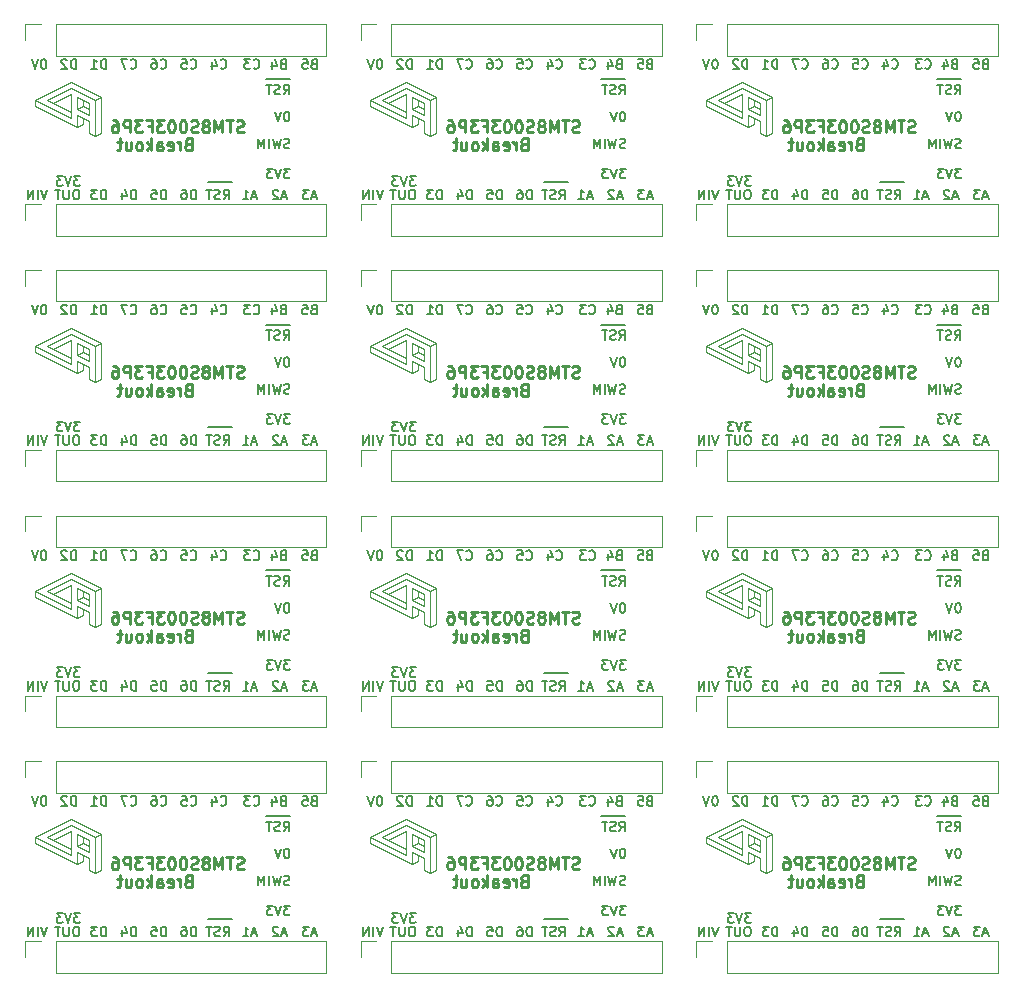
<source format=gbr>
G04 #@! TF.GenerationSoftware,KiCad,Pcbnew,(5.1.5)-2*
G04 #@! TF.CreationDate,2020-08-21T18:58:50+01:00*
G04 #@! TF.ProjectId,STM8S003F3_panel,53544d38-5330-4303-9346-335f70616e65,rev?*
G04 #@! TF.SameCoordinates,Original*
G04 #@! TF.FileFunction,Legend,Bot*
G04 #@! TF.FilePolarity,Positive*
%FSLAX46Y46*%
G04 Gerber Fmt 4.6, Leading zero omitted, Abs format (unit mm)*
G04 Created by KiCad (PCBNEW (5.1.5)-2) date 2020-08-21 18:58:50*
%MOMM*%
%LPD*%
G04 APERTURE LIST*
%ADD10C,0.152000*%
%ADD11C,0.254000*%
%ADD12C,0.120000*%
G04 APERTURE END LIST*
D10*
X186605657Y-129722885D02*
X186876657Y-129335742D01*
X187070228Y-129722885D02*
X187070228Y-128909885D01*
X186760514Y-128909885D01*
X186683085Y-128948600D01*
X186644371Y-128987314D01*
X186605657Y-129064742D01*
X186605657Y-129180885D01*
X186644371Y-129258314D01*
X186683085Y-129297028D01*
X186760514Y-129335742D01*
X187070228Y-129335742D01*
X186295942Y-129684171D02*
X186179800Y-129722885D01*
X185986228Y-129722885D01*
X185908800Y-129684171D01*
X185870085Y-129645457D01*
X185831371Y-129568028D01*
X185831371Y-129490600D01*
X185870085Y-129413171D01*
X185908800Y-129374457D01*
X185986228Y-129335742D01*
X186141085Y-129297028D01*
X186218514Y-129258314D01*
X186257228Y-129219600D01*
X186295942Y-129142171D01*
X186295942Y-129064742D01*
X186257228Y-128987314D01*
X186218514Y-128948600D01*
X186141085Y-128909885D01*
X185947514Y-128909885D01*
X185831371Y-128948600D01*
X185599085Y-128909885D02*
X185134514Y-128909885D01*
X185366800Y-129722885D02*
X185366800Y-128909885D01*
X158189657Y-129722885D02*
X158460657Y-129335742D01*
X158654228Y-129722885D02*
X158654228Y-128909885D01*
X158344514Y-128909885D01*
X158267085Y-128948600D01*
X158228371Y-128987314D01*
X158189657Y-129064742D01*
X158189657Y-129180885D01*
X158228371Y-129258314D01*
X158267085Y-129297028D01*
X158344514Y-129335742D01*
X158654228Y-129335742D01*
X157879942Y-129684171D02*
X157763800Y-129722885D01*
X157570228Y-129722885D01*
X157492800Y-129684171D01*
X157454085Y-129645457D01*
X157415371Y-129568028D01*
X157415371Y-129490600D01*
X157454085Y-129413171D01*
X157492800Y-129374457D01*
X157570228Y-129335742D01*
X157725085Y-129297028D01*
X157802514Y-129258314D01*
X157841228Y-129219600D01*
X157879942Y-129142171D01*
X157879942Y-129064742D01*
X157841228Y-128987314D01*
X157802514Y-128948600D01*
X157725085Y-128909885D01*
X157531514Y-128909885D01*
X157415371Y-128948600D01*
X157183085Y-128909885D02*
X156718514Y-128909885D01*
X156950800Y-129722885D02*
X156950800Y-128909885D01*
X129773657Y-129722885D02*
X130044657Y-129335742D01*
X130238228Y-129722885D02*
X130238228Y-128909885D01*
X129928514Y-128909885D01*
X129851085Y-128948600D01*
X129812371Y-128987314D01*
X129773657Y-129064742D01*
X129773657Y-129180885D01*
X129812371Y-129258314D01*
X129851085Y-129297028D01*
X129928514Y-129335742D01*
X130238228Y-129335742D01*
X129463942Y-129684171D02*
X129347800Y-129722885D01*
X129154228Y-129722885D01*
X129076800Y-129684171D01*
X129038085Y-129645457D01*
X128999371Y-129568028D01*
X128999371Y-129490600D01*
X129038085Y-129413171D01*
X129076800Y-129374457D01*
X129154228Y-129335742D01*
X129309085Y-129297028D01*
X129386514Y-129258314D01*
X129425228Y-129219600D01*
X129463942Y-129142171D01*
X129463942Y-129064742D01*
X129425228Y-128987314D01*
X129386514Y-128948600D01*
X129309085Y-128909885D01*
X129115514Y-128909885D01*
X128999371Y-128948600D01*
X128767085Y-128909885D02*
X128302514Y-128909885D01*
X128534800Y-129722885D02*
X128534800Y-128909885D01*
X186605657Y-108926885D02*
X186876657Y-108539742D01*
X187070228Y-108926885D02*
X187070228Y-108113885D01*
X186760514Y-108113885D01*
X186683085Y-108152600D01*
X186644371Y-108191314D01*
X186605657Y-108268742D01*
X186605657Y-108384885D01*
X186644371Y-108462314D01*
X186683085Y-108501028D01*
X186760514Y-108539742D01*
X187070228Y-108539742D01*
X186295942Y-108888171D02*
X186179800Y-108926885D01*
X185986228Y-108926885D01*
X185908800Y-108888171D01*
X185870085Y-108849457D01*
X185831371Y-108772028D01*
X185831371Y-108694600D01*
X185870085Y-108617171D01*
X185908800Y-108578457D01*
X185986228Y-108539742D01*
X186141085Y-108501028D01*
X186218514Y-108462314D01*
X186257228Y-108423600D01*
X186295942Y-108346171D01*
X186295942Y-108268742D01*
X186257228Y-108191314D01*
X186218514Y-108152600D01*
X186141085Y-108113885D01*
X185947514Y-108113885D01*
X185831371Y-108152600D01*
X185599085Y-108113885D02*
X185134514Y-108113885D01*
X185366800Y-108926885D02*
X185366800Y-108113885D01*
X158189657Y-108926885D02*
X158460657Y-108539742D01*
X158654228Y-108926885D02*
X158654228Y-108113885D01*
X158344514Y-108113885D01*
X158267085Y-108152600D01*
X158228371Y-108191314D01*
X158189657Y-108268742D01*
X158189657Y-108384885D01*
X158228371Y-108462314D01*
X158267085Y-108501028D01*
X158344514Y-108539742D01*
X158654228Y-108539742D01*
X157879942Y-108888171D02*
X157763800Y-108926885D01*
X157570228Y-108926885D01*
X157492800Y-108888171D01*
X157454085Y-108849457D01*
X157415371Y-108772028D01*
X157415371Y-108694600D01*
X157454085Y-108617171D01*
X157492800Y-108578457D01*
X157570228Y-108539742D01*
X157725085Y-108501028D01*
X157802514Y-108462314D01*
X157841228Y-108423600D01*
X157879942Y-108346171D01*
X157879942Y-108268742D01*
X157841228Y-108191314D01*
X157802514Y-108152600D01*
X157725085Y-108113885D01*
X157531514Y-108113885D01*
X157415371Y-108152600D01*
X157183085Y-108113885D02*
X156718514Y-108113885D01*
X156950800Y-108926885D02*
X156950800Y-108113885D01*
X129773657Y-108926885D02*
X130044657Y-108539742D01*
X130238228Y-108926885D02*
X130238228Y-108113885D01*
X129928514Y-108113885D01*
X129851085Y-108152600D01*
X129812371Y-108191314D01*
X129773657Y-108268742D01*
X129773657Y-108384885D01*
X129812371Y-108462314D01*
X129851085Y-108501028D01*
X129928514Y-108539742D01*
X130238228Y-108539742D01*
X129463942Y-108888171D02*
X129347800Y-108926885D01*
X129154228Y-108926885D01*
X129076800Y-108888171D01*
X129038085Y-108849457D01*
X128999371Y-108772028D01*
X128999371Y-108694600D01*
X129038085Y-108617171D01*
X129076800Y-108578457D01*
X129154228Y-108539742D01*
X129309085Y-108501028D01*
X129386514Y-108462314D01*
X129425228Y-108423600D01*
X129463942Y-108346171D01*
X129463942Y-108268742D01*
X129425228Y-108191314D01*
X129386514Y-108152600D01*
X129309085Y-108113885D01*
X129115514Y-108113885D01*
X128999371Y-108152600D01*
X128767085Y-108113885D02*
X128302514Y-108113885D01*
X128534800Y-108926885D02*
X128534800Y-108113885D01*
X186605657Y-88130885D02*
X186876657Y-87743742D01*
X187070228Y-88130885D02*
X187070228Y-87317885D01*
X186760514Y-87317885D01*
X186683085Y-87356600D01*
X186644371Y-87395314D01*
X186605657Y-87472742D01*
X186605657Y-87588885D01*
X186644371Y-87666314D01*
X186683085Y-87705028D01*
X186760514Y-87743742D01*
X187070228Y-87743742D01*
X186295942Y-88092171D02*
X186179800Y-88130885D01*
X185986228Y-88130885D01*
X185908800Y-88092171D01*
X185870085Y-88053457D01*
X185831371Y-87976028D01*
X185831371Y-87898600D01*
X185870085Y-87821171D01*
X185908800Y-87782457D01*
X185986228Y-87743742D01*
X186141085Y-87705028D01*
X186218514Y-87666314D01*
X186257228Y-87627600D01*
X186295942Y-87550171D01*
X186295942Y-87472742D01*
X186257228Y-87395314D01*
X186218514Y-87356600D01*
X186141085Y-87317885D01*
X185947514Y-87317885D01*
X185831371Y-87356600D01*
X185599085Y-87317885D02*
X185134514Y-87317885D01*
X185366800Y-88130885D02*
X185366800Y-87317885D01*
X158189657Y-88130885D02*
X158460657Y-87743742D01*
X158654228Y-88130885D02*
X158654228Y-87317885D01*
X158344514Y-87317885D01*
X158267085Y-87356600D01*
X158228371Y-87395314D01*
X158189657Y-87472742D01*
X158189657Y-87588885D01*
X158228371Y-87666314D01*
X158267085Y-87705028D01*
X158344514Y-87743742D01*
X158654228Y-87743742D01*
X157879942Y-88092171D02*
X157763800Y-88130885D01*
X157570228Y-88130885D01*
X157492800Y-88092171D01*
X157454085Y-88053457D01*
X157415371Y-87976028D01*
X157415371Y-87898600D01*
X157454085Y-87821171D01*
X157492800Y-87782457D01*
X157570228Y-87743742D01*
X157725085Y-87705028D01*
X157802514Y-87666314D01*
X157841228Y-87627600D01*
X157879942Y-87550171D01*
X157879942Y-87472742D01*
X157841228Y-87395314D01*
X157802514Y-87356600D01*
X157725085Y-87317885D01*
X157531514Y-87317885D01*
X157415371Y-87356600D01*
X157183085Y-87317885D02*
X156718514Y-87317885D01*
X156950800Y-88130885D02*
X156950800Y-87317885D01*
X129773657Y-88130885D02*
X130044657Y-87743742D01*
X130238228Y-88130885D02*
X130238228Y-87317885D01*
X129928514Y-87317885D01*
X129851085Y-87356600D01*
X129812371Y-87395314D01*
X129773657Y-87472742D01*
X129773657Y-87588885D01*
X129812371Y-87666314D01*
X129851085Y-87705028D01*
X129928514Y-87743742D01*
X130238228Y-87743742D01*
X129463942Y-88092171D02*
X129347800Y-88130885D01*
X129154228Y-88130885D01*
X129076800Y-88092171D01*
X129038085Y-88053457D01*
X128999371Y-87976028D01*
X128999371Y-87898600D01*
X129038085Y-87821171D01*
X129076800Y-87782457D01*
X129154228Y-87743742D01*
X129309085Y-87705028D01*
X129386514Y-87666314D01*
X129425228Y-87627600D01*
X129463942Y-87550171D01*
X129463942Y-87472742D01*
X129425228Y-87395314D01*
X129386514Y-87356600D01*
X129309085Y-87317885D01*
X129115514Y-87317885D01*
X128999371Y-87356600D01*
X128767085Y-87317885D02*
X128302514Y-87317885D01*
X128534800Y-88130885D02*
X128534800Y-87317885D01*
X186605657Y-67334885D02*
X186876657Y-66947742D01*
X187070228Y-67334885D02*
X187070228Y-66521885D01*
X186760514Y-66521885D01*
X186683085Y-66560600D01*
X186644371Y-66599314D01*
X186605657Y-66676742D01*
X186605657Y-66792885D01*
X186644371Y-66870314D01*
X186683085Y-66909028D01*
X186760514Y-66947742D01*
X187070228Y-66947742D01*
X186295942Y-67296171D02*
X186179800Y-67334885D01*
X185986228Y-67334885D01*
X185908800Y-67296171D01*
X185870085Y-67257457D01*
X185831371Y-67180028D01*
X185831371Y-67102600D01*
X185870085Y-67025171D01*
X185908800Y-66986457D01*
X185986228Y-66947742D01*
X186141085Y-66909028D01*
X186218514Y-66870314D01*
X186257228Y-66831600D01*
X186295942Y-66754171D01*
X186295942Y-66676742D01*
X186257228Y-66599314D01*
X186218514Y-66560600D01*
X186141085Y-66521885D01*
X185947514Y-66521885D01*
X185831371Y-66560600D01*
X185599085Y-66521885D02*
X185134514Y-66521885D01*
X185366800Y-67334885D02*
X185366800Y-66521885D01*
X158189657Y-67334885D02*
X158460657Y-66947742D01*
X158654228Y-67334885D02*
X158654228Y-66521885D01*
X158344514Y-66521885D01*
X158267085Y-66560600D01*
X158228371Y-66599314D01*
X158189657Y-66676742D01*
X158189657Y-66792885D01*
X158228371Y-66870314D01*
X158267085Y-66909028D01*
X158344514Y-66947742D01*
X158654228Y-66947742D01*
X157879942Y-67296171D02*
X157763800Y-67334885D01*
X157570228Y-67334885D01*
X157492800Y-67296171D01*
X157454085Y-67257457D01*
X157415371Y-67180028D01*
X157415371Y-67102600D01*
X157454085Y-67025171D01*
X157492800Y-66986457D01*
X157570228Y-66947742D01*
X157725085Y-66909028D01*
X157802514Y-66870314D01*
X157841228Y-66831600D01*
X157879942Y-66754171D01*
X157879942Y-66676742D01*
X157841228Y-66599314D01*
X157802514Y-66560600D01*
X157725085Y-66521885D01*
X157531514Y-66521885D01*
X157415371Y-66560600D01*
X157183085Y-66521885D02*
X156718514Y-66521885D01*
X156950800Y-67334885D02*
X156950800Y-66521885D01*
X191625228Y-118248028D02*
X191509085Y-118286742D01*
X191470371Y-118325457D01*
X191431657Y-118402885D01*
X191431657Y-118519028D01*
X191470371Y-118596457D01*
X191509085Y-118635171D01*
X191586514Y-118673885D01*
X191896228Y-118673885D01*
X191896228Y-117860885D01*
X191625228Y-117860885D01*
X191547800Y-117899600D01*
X191509085Y-117938314D01*
X191470371Y-118015742D01*
X191470371Y-118093171D01*
X191509085Y-118170600D01*
X191547800Y-118209314D01*
X191625228Y-118248028D01*
X191896228Y-118248028D01*
X190734800Y-118131885D02*
X190734800Y-118673885D01*
X190928371Y-117822171D02*
X191121942Y-118402885D01*
X190618657Y-118402885D01*
X163209228Y-118248028D02*
X163093085Y-118286742D01*
X163054371Y-118325457D01*
X163015657Y-118402885D01*
X163015657Y-118519028D01*
X163054371Y-118596457D01*
X163093085Y-118635171D01*
X163170514Y-118673885D01*
X163480228Y-118673885D01*
X163480228Y-117860885D01*
X163209228Y-117860885D01*
X163131800Y-117899600D01*
X163093085Y-117938314D01*
X163054371Y-118015742D01*
X163054371Y-118093171D01*
X163093085Y-118170600D01*
X163131800Y-118209314D01*
X163209228Y-118248028D01*
X163480228Y-118248028D01*
X162318800Y-118131885D02*
X162318800Y-118673885D01*
X162512371Y-117822171D02*
X162705942Y-118402885D01*
X162202657Y-118402885D01*
X134793228Y-118248028D02*
X134677085Y-118286742D01*
X134638371Y-118325457D01*
X134599657Y-118402885D01*
X134599657Y-118519028D01*
X134638371Y-118596457D01*
X134677085Y-118635171D01*
X134754514Y-118673885D01*
X135064228Y-118673885D01*
X135064228Y-117860885D01*
X134793228Y-117860885D01*
X134715800Y-117899600D01*
X134677085Y-117938314D01*
X134638371Y-118015742D01*
X134638371Y-118093171D01*
X134677085Y-118170600D01*
X134715800Y-118209314D01*
X134793228Y-118248028D01*
X135064228Y-118248028D01*
X133902800Y-118131885D02*
X133902800Y-118673885D01*
X134096371Y-117822171D02*
X134289942Y-118402885D01*
X133786657Y-118402885D01*
X191625228Y-97452028D02*
X191509085Y-97490742D01*
X191470371Y-97529457D01*
X191431657Y-97606885D01*
X191431657Y-97723028D01*
X191470371Y-97800457D01*
X191509085Y-97839171D01*
X191586514Y-97877885D01*
X191896228Y-97877885D01*
X191896228Y-97064885D01*
X191625228Y-97064885D01*
X191547800Y-97103600D01*
X191509085Y-97142314D01*
X191470371Y-97219742D01*
X191470371Y-97297171D01*
X191509085Y-97374600D01*
X191547800Y-97413314D01*
X191625228Y-97452028D01*
X191896228Y-97452028D01*
X190734800Y-97335885D02*
X190734800Y-97877885D01*
X190928371Y-97026171D02*
X191121942Y-97606885D01*
X190618657Y-97606885D01*
X163209228Y-97452028D02*
X163093085Y-97490742D01*
X163054371Y-97529457D01*
X163015657Y-97606885D01*
X163015657Y-97723028D01*
X163054371Y-97800457D01*
X163093085Y-97839171D01*
X163170514Y-97877885D01*
X163480228Y-97877885D01*
X163480228Y-97064885D01*
X163209228Y-97064885D01*
X163131800Y-97103600D01*
X163093085Y-97142314D01*
X163054371Y-97219742D01*
X163054371Y-97297171D01*
X163093085Y-97374600D01*
X163131800Y-97413314D01*
X163209228Y-97452028D01*
X163480228Y-97452028D01*
X162318800Y-97335885D02*
X162318800Y-97877885D01*
X162512371Y-97026171D02*
X162705942Y-97606885D01*
X162202657Y-97606885D01*
X134793228Y-97452028D02*
X134677085Y-97490742D01*
X134638371Y-97529457D01*
X134599657Y-97606885D01*
X134599657Y-97723028D01*
X134638371Y-97800457D01*
X134677085Y-97839171D01*
X134754514Y-97877885D01*
X135064228Y-97877885D01*
X135064228Y-97064885D01*
X134793228Y-97064885D01*
X134715800Y-97103600D01*
X134677085Y-97142314D01*
X134638371Y-97219742D01*
X134638371Y-97297171D01*
X134677085Y-97374600D01*
X134715800Y-97413314D01*
X134793228Y-97452028D01*
X135064228Y-97452028D01*
X133902800Y-97335885D02*
X133902800Y-97877885D01*
X134096371Y-97026171D02*
X134289942Y-97606885D01*
X133786657Y-97606885D01*
X191625228Y-76656028D02*
X191509085Y-76694742D01*
X191470371Y-76733457D01*
X191431657Y-76810885D01*
X191431657Y-76927028D01*
X191470371Y-77004457D01*
X191509085Y-77043171D01*
X191586514Y-77081885D01*
X191896228Y-77081885D01*
X191896228Y-76268885D01*
X191625228Y-76268885D01*
X191547800Y-76307600D01*
X191509085Y-76346314D01*
X191470371Y-76423742D01*
X191470371Y-76501171D01*
X191509085Y-76578600D01*
X191547800Y-76617314D01*
X191625228Y-76656028D01*
X191896228Y-76656028D01*
X190734800Y-76539885D02*
X190734800Y-77081885D01*
X190928371Y-76230171D02*
X191121942Y-76810885D01*
X190618657Y-76810885D01*
X163209228Y-76656028D02*
X163093085Y-76694742D01*
X163054371Y-76733457D01*
X163015657Y-76810885D01*
X163015657Y-76927028D01*
X163054371Y-77004457D01*
X163093085Y-77043171D01*
X163170514Y-77081885D01*
X163480228Y-77081885D01*
X163480228Y-76268885D01*
X163209228Y-76268885D01*
X163131800Y-76307600D01*
X163093085Y-76346314D01*
X163054371Y-76423742D01*
X163054371Y-76501171D01*
X163093085Y-76578600D01*
X163131800Y-76617314D01*
X163209228Y-76656028D01*
X163480228Y-76656028D01*
X162318800Y-76539885D02*
X162318800Y-77081885D01*
X162512371Y-76230171D02*
X162705942Y-76810885D01*
X162202657Y-76810885D01*
X134793228Y-76656028D02*
X134677085Y-76694742D01*
X134638371Y-76733457D01*
X134599657Y-76810885D01*
X134599657Y-76927028D01*
X134638371Y-77004457D01*
X134677085Y-77043171D01*
X134754514Y-77081885D01*
X135064228Y-77081885D01*
X135064228Y-76268885D01*
X134793228Y-76268885D01*
X134715800Y-76307600D01*
X134677085Y-76346314D01*
X134638371Y-76423742D01*
X134638371Y-76501171D01*
X134677085Y-76578600D01*
X134715800Y-76617314D01*
X134793228Y-76656028D01*
X135064228Y-76656028D01*
X133902800Y-76539885D02*
X133902800Y-77081885D01*
X134096371Y-76230171D02*
X134289942Y-76810885D01*
X133786657Y-76810885D01*
X191625228Y-55860028D02*
X191509085Y-55898742D01*
X191470371Y-55937457D01*
X191431657Y-56014885D01*
X191431657Y-56131028D01*
X191470371Y-56208457D01*
X191509085Y-56247171D01*
X191586514Y-56285885D01*
X191896228Y-56285885D01*
X191896228Y-55472885D01*
X191625228Y-55472885D01*
X191547800Y-55511600D01*
X191509085Y-55550314D01*
X191470371Y-55627742D01*
X191470371Y-55705171D01*
X191509085Y-55782600D01*
X191547800Y-55821314D01*
X191625228Y-55860028D01*
X191896228Y-55860028D01*
X190734800Y-55743885D02*
X190734800Y-56285885D01*
X190928371Y-55434171D02*
X191121942Y-56014885D01*
X190618657Y-56014885D01*
X163209228Y-55860028D02*
X163093085Y-55898742D01*
X163054371Y-55937457D01*
X163015657Y-56014885D01*
X163015657Y-56131028D01*
X163054371Y-56208457D01*
X163093085Y-56247171D01*
X163170514Y-56285885D01*
X163480228Y-56285885D01*
X163480228Y-55472885D01*
X163209228Y-55472885D01*
X163131800Y-55511600D01*
X163093085Y-55550314D01*
X163054371Y-55627742D01*
X163054371Y-55705171D01*
X163093085Y-55782600D01*
X163131800Y-55821314D01*
X163209228Y-55860028D01*
X163480228Y-55860028D01*
X162318800Y-55743885D02*
X162318800Y-56285885D01*
X162512371Y-55434171D02*
X162705942Y-56014885D01*
X162202657Y-56014885D01*
X189394942Y-129490600D02*
X189007800Y-129490600D01*
X189472371Y-129722885D02*
X189201371Y-128909885D01*
X188930371Y-129722885D01*
X188233514Y-129722885D02*
X188698085Y-129722885D01*
X188465800Y-129722885D02*
X188465800Y-128909885D01*
X188543228Y-129026028D01*
X188620657Y-129103457D01*
X188698085Y-129142171D01*
X160978942Y-129490600D02*
X160591800Y-129490600D01*
X161056371Y-129722885D02*
X160785371Y-128909885D01*
X160514371Y-129722885D01*
X159817514Y-129722885D02*
X160282085Y-129722885D01*
X160049800Y-129722885D02*
X160049800Y-128909885D01*
X160127228Y-129026028D01*
X160204657Y-129103457D01*
X160282085Y-129142171D01*
X132562942Y-129490600D02*
X132175800Y-129490600D01*
X132640371Y-129722885D02*
X132369371Y-128909885D01*
X132098371Y-129722885D01*
X131401514Y-129722885D02*
X131866085Y-129722885D01*
X131633800Y-129722885D02*
X131633800Y-128909885D01*
X131711228Y-129026028D01*
X131788657Y-129103457D01*
X131866085Y-129142171D01*
X189394942Y-108694600D02*
X189007800Y-108694600D01*
X189472371Y-108926885D02*
X189201371Y-108113885D01*
X188930371Y-108926885D01*
X188233514Y-108926885D02*
X188698085Y-108926885D01*
X188465800Y-108926885D02*
X188465800Y-108113885D01*
X188543228Y-108230028D01*
X188620657Y-108307457D01*
X188698085Y-108346171D01*
X160978942Y-108694600D02*
X160591800Y-108694600D01*
X161056371Y-108926885D02*
X160785371Y-108113885D01*
X160514371Y-108926885D01*
X159817514Y-108926885D02*
X160282085Y-108926885D01*
X160049800Y-108926885D02*
X160049800Y-108113885D01*
X160127228Y-108230028D01*
X160204657Y-108307457D01*
X160282085Y-108346171D01*
X132562942Y-108694600D02*
X132175800Y-108694600D01*
X132640371Y-108926885D02*
X132369371Y-108113885D01*
X132098371Y-108926885D01*
X131401514Y-108926885D02*
X131866085Y-108926885D01*
X131633800Y-108926885D02*
X131633800Y-108113885D01*
X131711228Y-108230028D01*
X131788657Y-108307457D01*
X131866085Y-108346171D01*
X189394942Y-87898600D02*
X189007800Y-87898600D01*
X189472371Y-88130885D02*
X189201371Y-87317885D01*
X188930371Y-88130885D01*
X188233514Y-88130885D02*
X188698085Y-88130885D01*
X188465800Y-88130885D02*
X188465800Y-87317885D01*
X188543228Y-87434028D01*
X188620657Y-87511457D01*
X188698085Y-87550171D01*
X160978942Y-87898600D02*
X160591800Y-87898600D01*
X161056371Y-88130885D02*
X160785371Y-87317885D01*
X160514371Y-88130885D01*
X159817514Y-88130885D02*
X160282085Y-88130885D01*
X160049800Y-88130885D02*
X160049800Y-87317885D01*
X160127228Y-87434028D01*
X160204657Y-87511457D01*
X160282085Y-87550171D01*
X132562942Y-87898600D02*
X132175800Y-87898600D01*
X132640371Y-88130885D02*
X132369371Y-87317885D01*
X132098371Y-88130885D01*
X131401514Y-88130885D02*
X131866085Y-88130885D01*
X131633800Y-88130885D02*
X131633800Y-87317885D01*
X131711228Y-87434028D01*
X131788657Y-87511457D01*
X131866085Y-87550171D01*
X189394942Y-67102600D02*
X189007800Y-67102600D01*
X189472371Y-67334885D02*
X189201371Y-66521885D01*
X188930371Y-67334885D01*
X188233514Y-67334885D02*
X188698085Y-67334885D01*
X188465800Y-67334885D02*
X188465800Y-66521885D01*
X188543228Y-66638028D01*
X188620657Y-66715457D01*
X188698085Y-66754171D01*
X160978942Y-67102600D02*
X160591800Y-67102600D01*
X161056371Y-67334885D02*
X160785371Y-66521885D01*
X160514371Y-67334885D01*
X159817514Y-67334885D02*
X160282085Y-67334885D01*
X160049800Y-67334885D02*
X160049800Y-66521885D01*
X160127228Y-66638028D01*
X160204657Y-66715457D01*
X160282085Y-66754171D01*
X174116228Y-118673885D02*
X174116228Y-117860885D01*
X173922657Y-117860885D01*
X173806514Y-117899600D01*
X173729085Y-117977028D01*
X173690371Y-118054457D01*
X173651657Y-118209314D01*
X173651657Y-118325457D01*
X173690371Y-118480314D01*
X173729085Y-118557742D01*
X173806514Y-118635171D01*
X173922657Y-118673885D01*
X174116228Y-118673885D01*
X173341942Y-117938314D02*
X173303228Y-117899600D01*
X173225800Y-117860885D01*
X173032228Y-117860885D01*
X172954800Y-117899600D01*
X172916085Y-117938314D01*
X172877371Y-118015742D01*
X172877371Y-118093171D01*
X172916085Y-118209314D01*
X173380657Y-118673885D01*
X172877371Y-118673885D01*
X145700228Y-118673885D02*
X145700228Y-117860885D01*
X145506657Y-117860885D01*
X145390514Y-117899600D01*
X145313085Y-117977028D01*
X145274371Y-118054457D01*
X145235657Y-118209314D01*
X145235657Y-118325457D01*
X145274371Y-118480314D01*
X145313085Y-118557742D01*
X145390514Y-118635171D01*
X145506657Y-118673885D01*
X145700228Y-118673885D01*
X144925942Y-117938314D02*
X144887228Y-117899600D01*
X144809800Y-117860885D01*
X144616228Y-117860885D01*
X144538800Y-117899600D01*
X144500085Y-117938314D01*
X144461371Y-118015742D01*
X144461371Y-118093171D01*
X144500085Y-118209314D01*
X144964657Y-118673885D01*
X144461371Y-118673885D01*
X117284228Y-118673885D02*
X117284228Y-117860885D01*
X117090657Y-117860885D01*
X116974514Y-117899600D01*
X116897085Y-117977028D01*
X116858371Y-118054457D01*
X116819657Y-118209314D01*
X116819657Y-118325457D01*
X116858371Y-118480314D01*
X116897085Y-118557742D01*
X116974514Y-118635171D01*
X117090657Y-118673885D01*
X117284228Y-118673885D01*
X116509942Y-117938314D02*
X116471228Y-117899600D01*
X116393800Y-117860885D01*
X116200228Y-117860885D01*
X116122800Y-117899600D01*
X116084085Y-117938314D01*
X116045371Y-118015742D01*
X116045371Y-118093171D01*
X116084085Y-118209314D01*
X116548657Y-118673885D01*
X116045371Y-118673885D01*
X174116228Y-97877885D02*
X174116228Y-97064885D01*
X173922657Y-97064885D01*
X173806514Y-97103600D01*
X173729085Y-97181028D01*
X173690371Y-97258457D01*
X173651657Y-97413314D01*
X173651657Y-97529457D01*
X173690371Y-97684314D01*
X173729085Y-97761742D01*
X173806514Y-97839171D01*
X173922657Y-97877885D01*
X174116228Y-97877885D01*
X173341942Y-97142314D02*
X173303228Y-97103600D01*
X173225800Y-97064885D01*
X173032228Y-97064885D01*
X172954800Y-97103600D01*
X172916085Y-97142314D01*
X172877371Y-97219742D01*
X172877371Y-97297171D01*
X172916085Y-97413314D01*
X173380657Y-97877885D01*
X172877371Y-97877885D01*
X145700228Y-97877885D02*
X145700228Y-97064885D01*
X145506657Y-97064885D01*
X145390514Y-97103600D01*
X145313085Y-97181028D01*
X145274371Y-97258457D01*
X145235657Y-97413314D01*
X145235657Y-97529457D01*
X145274371Y-97684314D01*
X145313085Y-97761742D01*
X145390514Y-97839171D01*
X145506657Y-97877885D01*
X145700228Y-97877885D01*
X144925942Y-97142314D02*
X144887228Y-97103600D01*
X144809800Y-97064885D01*
X144616228Y-97064885D01*
X144538800Y-97103600D01*
X144500085Y-97142314D01*
X144461371Y-97219742D01*
X144461371Y-97297171D01*
X144500085Y-97413314D01*
X144964657Y-97877885D01*
X144461371Y-97877885D01*
X117284228Y-97877885D02*
X117284228Y-97064885D01*
X117090657Y-97064885D01*
X116974514Y-97103600D01*
X116897085Y-97181028D01*
X116858371Y-97258457D01*
X116819657Y-97413314D01*
X116819657Y-97529457D01*
X116858371Y-97684314D01*
X116897085Y-97761742D01*
X116974514Y-97839171D01*
X117090657Y-97877885D01*
X117284228Y-97877885D01*
X116509942Y-97142314D02*
X116471228Y-97103600D01*
X116393800Y-97064885D01*
X116200228Y-97064885D01*
X116122800Y-97103600D01*
X116084085Y-97142314D01*
X116045371Y-97219742D01*
X116045371Y-97297171D01*
X116084085Y-97413314D01*
X116548657Y-97877885D01*
X116045371Y-97877885D01*
X174116228Y-77081885D02*
X174116228Y-76268885D01*
X173922657Y-76268885D01*
X173806514Y-76307600D01*
X173729085Y-76385028D01*
X173690371Y-76462457D01*
X173651657Y-76617314D01*
X173651657Y-76733457D01*
X173690371Y-76888314D01*
X173729085Y-76965742D01*
X173806514Y-77043171D01*
X173922657Y-77081885D01*
X174116228Y-77081885D01*
X173341942Y-76346314D02*
X173303228Y-76307600D01*
X173225800Y-76268885D01*
X173032228Y-76268885D01*
X172954800Y-76307600D01*
X172916085Y-76346314D01*
X172877371Y-76423742D01*
X172877371Y-76501171D01*
X172916085Y-76617314D01*
X173380657Y-77081885D01*
X172877371Y-77081885D01*
X145700228Y-77081885D02*
X145700228Y-76268885D01*
X145506657Y-76268885D01*
X145390514Y-76307600D01*
X145313085Y-76385028D01*
X145274371Y-76462457D01*
X145235657Y-76617314D01*
X145235657Y-76733457D01*
X145274371Y-76888314D01*
X145313085Y-76965742D01*
X145390514Y-77043171D01*
X145506657Y-77081885D01*
X145700228Y-77081885D01*
X144925942Y-76346314D02*
X144887228Y-76307600D01*
X144809800Y-76268885D01*
X144616228Y-76268885D01*
X144538800Y-76307600D01*
X144500085Y-76346314D01*
X144461371Y-76423742D01*
X144461371Y-76501171D01*
X144500085Y-76617314D01*
X144964657Y-77081885D01*
X144461371Y-77081885D01*
X117284228Y-77081885D02*
X117284228Y-76268885D01*
X117090657Y-76268885D01*
X116974514Y-76307600D01*
X116897085Y-76385028D01*
X116858371Y-76462457D01*
X116819657Y-76617314D01*
X116819657Y-76733457D01*
X116858371Y-76888314D01*
X116897085Y-76965742D01*
X116974514Y-77043171D01*
X117090657Y-77081885D01*
X117284228Y-77081885D01*
X116509942Y-76346314D02*
X116471228Y-76307600D01*
X116393800Y-76268885D01*
X116200228Y-76268885D01*
X116122800Y-76307600D01*
X116084085Y-76346314D01*
X116045371Y-76423742D01*
X116045371Y-76501171D01*
X116084085Y-76617314D01*
X116548657Y-77081885D01*
X116045371Y-77081885D01*
X174116228Y-56285885D02*
X174116228Y-55472885D01*
X173922657Y-55472885D01*
X173806514Y-55511600D01*
X173729085Y-55589028D01*
X173690371Y-55666457D01*
X173651657Y-55821314D01*
X173651657Y-55937457D01*
X173690371Y-56092314D01*
X173729085Y-56169742D01*
X173806514Y-56247171D01*
X173922657Y-56285885D01*
X174116228Y-56285885D01*
X173341942Y-55550314D02*
X173303228Y-55511600D01*
X173225800Y-55472885D01*
X173032228Y-55472885D01*
X172954800Y-55511600D01*
X172916085Y-55550314D01*
X172877371Y-55627742D01*
X172877371Y-55705171D01*
X172916085Y-55821314D01*
X173380657Y-56285885D01*
X172877371Y-56285885D01*
X145700228Y-56285885D02*
X145700228Y-55472885D01*
X145506657Y-55472885D01*
X145390514Y-55511600D01*
X145313085Y-55589028D01*
X145274371Y-55666457D01*
X145235657Y-55821314D01*
X145235657Y-55937457D01*
X145274371Y-56092314D01*
X145313085Y-56169742D01*
X145390514Y-56247171D01*
X145506657Y-56285885D01*
X145700228Y-56285885D01*
X144925942Y-55550314D02*
X144887228Y-55511600D01*
X144809800Y-55472885D01*
X144616228Y-55472885D01*
X144538800Y-55511600D01*
X144500085Y-55550314D01*
X144461371Y-55627742D01*
X144461371Y-55705171D01*
X144500085Y-55821314D01*
X144964657Y-56285885D01*
X144461371Y-56285885D01*
X181736228Y-129722885D02*
X181736228Y-128909885D01*
X181542657Y-128909885D01*
X181426514Y-128948600D01*
X181349085Y-129026028D01*
X181310371Y-129103457D01*
X181271657Y-129258314D01*
X181271657Y-129374457D01*
X181310371Y-129529314D01*
X181349085Y-129606742D01*
X181426514Y-129684171D01*
X181542657Y-129722885D01*
X181736228Y-129722885D01*
X180536085Y-128909885D02*
X180923228Y-128909885D01*
X180961942Y-129297028D01*
X180923228Y-129258314D01*
X180845800Y-129219600D01*
X180652228Y-129219600D01*
X180574800Y-129258314D01*
X180536085Y-129297028D01*
X180497371Y-129374457D01*
X180497371Y-129568028D01*
X180536085Y-129645457D01*
X180574800Y-129684171D01*
X180652228Y-129722885D01*
X180845800Y-129722885D01*
X180923228Y-129684171D01*
X180961942Y-129645457D01*
X153320228Y-129722885D02*
X153320228Y-128909885D01*
X153126657Y-128909885D01*
X153010514Y-128948600D01*
X152933085Y-129026028D01*
X152894371Y-129103457D01*
X152855657Y-129258314D01*
X152855657Y-129374457D01*
X152894371Y-129529314D01*
X152933085Y-129606742D01*
X153010514Y-129684171D01*
X153126657Y-129722885D01*
X153320228Y-129722885D01*
X152120085Y-128909885D02*
X152507228Y-128909885D01*
X152545942Y-129297028D01*
X152507228Y-129258314D01*
X152429800Y-129219600D01*
X152236228Y-129219600D01*
X152158800Y-129258314D01*
X152120085Y-129297028D01*
X152081371Y-129374457D01*
X152081371Y-129568028D01*
X152120085Y-129645457D01*
X152158800Y-129684171D01*
X152236228Y-129722885D01*
X152429800Y-129722885D01*
X152507228Y-129684171D01*
X152545942Y-129645457D01*
X124904228Y-129722885D02*
X124904228Y-128909885D01*
X124710657Y-128909885D01*
X124594514Y-128948600D01*
X124517085Y-129026028D01*
X124478371Y-129103457D01*
X124439657Y-129258314D01*
X124439657Y-129374457D01*
X124478371Y-129529314D01*
X124517085Y-129606742D01*
X124594514Y-129684171D01*
X124710657Y-129722885D01*
X124904228Y-129722885D01*
X123704085Y-128909885D02*
X124091228Y-128909885D01*
X124129942Y-129297028D01*
X124091228Y-129258314D01*
X124013800Y-129219600D01*
X123820228Y-129219600D01*
X123742800Y-129258314D01*
X123704085Y-129297028D01*
X123665371Y-129374457D01*
X123665371Y-129568028D01*
X123704085Y-129645457D01*
X123742800Y-129684171D01*
X123820228Y-129722885D01*
X124013800Y-129722885D01*
X124091228Y-129684171D01*
X124129942Y-129645457D01*
X181736228Y-108926885D02*
X181736228Y-108113885D01*
X181542657Y-108113885D01*
X181426514Y-108152600D01*
X181349085Y-108230028D01*
X181310371Y-108307457D01*
X181271657Y-108462314D01*
X181271657Y-108578457D01*
X181310371Y-108733314D01*
X181349085Y-108810742D01*
X181426514Y-108888171D01*
X181542657Y-108926885D01*
X181736228Y-108926885D01*
X180536085Y-108113885D02*
X180923228Y-108113885D01*
X180961942Y-108501028D01*
X180923228Y-108462314D01*
X180845800Y-108423600D01*
X180652228Y-108423600D01*
X180574800Y-108462314D01*
X180536085Y-108501028D01*
X180497371Y-108578457D01*
X180497371Y-108772028D01*
X180536085Y-108849457D01*
X180574800Y-108888171D01*
X180652228Y-108926885D01*
X180845800Y-108926885D01*
X180923228Y-108888171D01*
X180961942Y-108849457D01*
X153320228Y-108926885D02*
X153320228Y-108113885D01*
X153126657Y-108113885D01*
X153010514Y-108152600D01*
X152933085Y-108230028D01*
X152894371Y-108307457D01*
X152855657Y-108462314D01*
X152855657Y-108578457D01*
X152894371Y-108733314D01*
X152933085Y-108810742D01*
X153010514Y-108888171D01*
X153126657Y-108926885D01*
X153320228Y-108926885D01*
X152120085Y-108113885D02*
X152507228Y-108113885D01*
X152545942Y-108501028D01*
X152507228Y-108462314D01*
X152429800Y-108423600D01*
X152236228Y-108423600D01*
X152158800Y-108462314D01*
X152120085Y-108501028D01*
X152081371Y-108578457D01*
X152081371Y-108772028D01*
X152120085Y-108849457D01*
X152158800Y-108888171D01*
X152236228Y-108926885D01*
X152429800Y-108926885D01*
X152507228Y-108888171D01*
X152545942Y-108849457D01*
X124904228Y-108926885D02*
X124904228Y-108113885D01*
X124710657Y-108113885D01*
X124594514Y-108152600D01*
X124517085Y-108230028D01*
X124478371Y-108307457D01*
X124439657Y-108462314D01*
X124439657Y-108578457D01*
X124478371Y-108733314D01*
X124517085Y-108810742D01*
X124594514Y-108888171D01*
X124710657Y-108926885D01*
X124904228Y-108926885D01*
X123704085Y-108113885D02*
X124091228Y-108113885D01*
X124129942Y-108501028D01*
X124091228Y-108462314D01*
X124013800Y-108423600D01*
X123820228Y-108423600D01*
X123742800Y-108462314D01*
X123704085Y-108501028D01*
X123665371Y-108578457D01*
X123665371Y-108772028D01*
X123704085Y-108849457D01*
X123742800Y-108888171D01*
X123820228Y-108926885D01*
X124013800Y-108926885D01*
X124091228Y-108888171D01*
X124129942Y-108849457D01*
X181736228Y-88130885D02*
X181736228Y-87317885D01*
X181542657Y-87317885D01*
X181426514Y-87356600D01*
X181349085Y-87434028D01*
X181310371Y-87511457D01*
X181271657Y-87666314D01*
X181271657Y-87782457D01*
X181310371Y-87937314D01*
X181349085Y-88014742D01*
X181426514Y-88092171D01*
X181542657Y-88130885D01*
X181736228Y-88130885D01*
X180536085Y-87317885D02*
X180923228Y-87317885D01*
X180961942Y-87705028D01*
X180923228Y-87666314D01*
X180845800Y-87627600D01*
X180652228Y-87627600D01*
X180574800Y-87666314D01*
X180536085Y-87705028D01*
X180497371Y-87782457D01*
X180497371Y-87976028D01*
X180536085Y-88053457D01*
X180574800Y-88092171D01*
X180652228Y-88130885D01*
X180845800Y-88130885D01*
X180923228Y-88092171D01*
X180961942Y-88053457D01*
X153320228Y-88130885D02*
X153320228Y-87317885D01*
X153126657Y-87317885D01*
X153010514Y-87356600D01*
X152933085Y-87434028D01*
X152894371Y-87511457D01*
X152855657Y-87666314D01*
X152855657Y-87782457D01*
X152894371Y-87937314D01*
X152933085Y-88014742D01*
X153010514Y-88092171D01*
X153126657Y-88130885D01*
X153320228Y-88130885D01*
X152120085Y-87317885D02*
X152507228Y-87317885D01*
X152545942Y-87705028D01*
X152507228Y-87666314D01*
X152429800Y-87627600D01*
X152236228Y-87627600D01*
X152158800Y-87666314D01*
X152120085Y-87705028D01*
X152081371Y-87782457D01*
X152081371Y-87976028D01*
X152120085Y-88053457D01*
X152158800Y-88092171D01*
X152236228Y-88130885D01*
X152429800Y-88130885D01*
X152507228Y-88092171D01*
X152545942Y-88053457D01*
X124904228Y-88130885D02*
X124904228Y-87317885D01*
X124710657Y-87317885D01*
X124594514Y-87356600D01*
X124517085Y-87434028D01*
X124478371Y-87511457D01*
X124439657Y-87666314D01*
X124439657Y-87782457D01*
X124478371Y-87937314D01*
X124517085Y-88014742D01*
X124594514Y-88092171D01*
X124710657Y-88130885D01*
X124904228Y-88130885D01*
X123704085Y-87317885D02*
X124091228Y-87317885D01*
X124129942Y-87705028D01*
X124091228Y-87666314D01*
X124013800Y-87627600D01*
X123820228Y-87627600D01*
X123742800Y-87666314D01*
X123704085Y-87705028D01*
X123665371Y-87782457D01*
X123665371Y-87976028D01*
X123704085Y-88053457D01*
X123742800Y-88092171D01*
X123820228Y-88130885D01*
X124013800Y-88130885D01*
X124091228Y-88092171D01*
X124129942Y-88053457D01*
X181736228Y-67334885D02*
X181736228Y-66521885D01*
X181542657Y-66521885D01*
X181426514Y-66560600D01*
X181349085Y-66638028D01*
X181310371Y-66715457D01*
X181271657Y-66870314D01*
X181271657Y-66986457D01*
X181310371Y-67141314D01*
X181349085Y-67218742D01*
X181426514Y-67296171D01*
X181542657Y-67334885D01*
X181736228Y-67334885D01*
X180536085Y-66521885D02*
X180923228Y-66521885D01*
X180961942Y-66909028D01*
X180923228Y-66870314D01*
X180845800Y-66831600D01*
X180652228Y-66831600D01*
X180574800Y-66870314D01*
X180536085Y-66909028D01*
X180497371Y-66986457D01*
X180497371Y-67180028D01*
X180536085Y-67257457D01*
X180574800Y-67296171D01*
X180652228Y-67334885D01*
X180845800Y-67334885D01*
X180923228Y-67296171D01*
X180961942Y-67257457D01*
X153320228Y-67334885D02*
X153320228Y-66521885D01*
X153126657Y-66521885D01*
X153010514Y-66560600D01*
X152933085Y-66638028D01*
X152894371Y-66715457D01*
X152855657Y-66870314D01*
X152855657Y-66986457D01*
X152894371Y-67141314D01*
X152933085Y-67218742D01*
X153010514Y-67296171D01*
X153126657Y-67334885D01*
X153320228Y-67334885D01*
X152120085Y-66521885D02*
X152507228Y-66521885D01*
X152545942Y-66909028D01*
X152507228Y-66870314D01*
X152429800Y-66831600D01*
X152236228Y-66831600D01*
X152158800Y-66870314D01*
X152120085Y-66909028D01*
X152081371Y-66986457D01*
X152081371Y-67180028D01*
X152120085Y-67257457D01*
X152158800Y-67296171D01*
X152236228Y-67334885D01*
X152429800Y-67334885D01*
X152507228Y-67296171D01*
X152545942Y-67257457D01*
X192188942Y-125366171D02*
X192072800Y-125404885D01*
X191879228Y-125404885D01*
X191801800Y-125366171D01*
X191763085Y-125327457D01*
X191724371Y-125250028D01*
X191724371Y-125172600D01*
X191763085Y-125095171D01*
X191801800Y-125056457D01*
X191879228Y-125017742D01*
X192034085Y-124979028D01*
X192111514Y-124940314D01*
X192150228Y-124901600D01*
X192188942Y-124824171D01*
X192188942Y-124746742D01*
X192150228Y-124669314D01*
X192111514Y-124630600D01*
X192034085Y-124591885D01*
X191840514Y-124591885D01*
X191724371Y-124630600D01*
X191453371Y-124591885D02*
X191259800Y-125404885D01*
X191104942Y-124824171D01*
X190950085Y-125404885D01*
X190756514Y-124591885D01*
X190446800Y-125404885D02*
X190446800Y-124591885D01*
X190059657Y-125404885D02*
X190059657Y-124591885D01*
X189788657Y-125172600D01*
X189517657Y-124591885D01*
X189517657Y-125404885D01*
X163772942Y-125366171D02*
X163656800Y-125404885D01*
X163463228Y-125404885D01*
X163385800Y-125366171D01*
X163347085Y-125327457D01*
X163308371Y-125250028D01*
X163308371Y-125172600D01*
X163347085Y-125095171D01*
X163385800Y-125056457D01*
X163463228Y-125017742D01*
X163618085Y-124979028D01*
X163695514Y-124940314D01*
X163734228Y-124901600D01*
X163772942Y-124824171D01*
X163772942Y-124746742D01*
X163734228Y-124669314D01*
X163695514Y-124630600D01*
X163618085Y-124591885D01*
X163424514Y-124591885D01*
X163308371Y-124630600D01*
X163037371Y-124591885D02*
X162843800Y-125404885D01*
X162688942Y-124824171D01*
X162534085Y-125404885D01*
X162340514Y-124591885D01*
X162030800Y-125404885D02*
X162030800Y-124591885D01*
X161643657Y-125404885D02*
X161643657Y-124591885D01*
X161372657Y-125172600D01*
X161101657Y-124591885D01*
X161101657Y-125404885D01*
X135356942Y-125366171D02*
X135240800Y-125404885D01*
X135047228Y-125404885D01*
X134969800Y-125366171D01*
X134931085Y-125327457D01*
X134892371Y-125250028D01*
X134892371Y-125172600D01*
X134931085Y-125095171D01*
X134969800Y-125056457D01*
X135047228Y-125017742D01*
X135202085Y-124979028D01*
X135279514Y-124940314D01*
X135318228Y-124901600D01*
X135356942Y-124824171D01*
X135356942Y-124746742D01*
X135318228Y-124669314D01*
X135279514Y-124630600D01*
X135202085Y-124591885D01*
X135008514Y-124591885D01*
X134892371Y-124630600D01*
X134621371Y-124591885D02*
X134427800Y-125404885D01*
X134272942Y-124824171D01*
X134118085Y-125404885D01*
X133924514Y-124591885D01*
X133614800Y-125404885D02*
X133614800Y-124591885D01*
X133227657Y-125404885D02*
X133227657Y-124591885D01*
X132956657Y-125172600D01*
X132685657Y-124591885D01*
X132685657Y-125404885D01*
X192188942Y-104570171D02*
X192072800Y-104608885D01*
X191879228Y-104608885D01*
X191801800Y-104570171D01*
X191763085Y-104531457D01*
X191724371Y-104454028D01*
X191724371Y-104376600D01*
X191763085Y-104299171D01*
X191801800Y-104260457D01*
X191879228Y-104221742D01*
X192034085Y-104183028D01*
X192111514Y-104144314D01*
X192150228Y-104105600D01*
X192188942Y-104028171D01*
X192188942Y-103950742D01*
X192150228Y-103873314D01*
X192111514Y-103834600D01*
X192034085Y-103795885D01*
X191840514Y-103795885D01*
X191724371Y-103834600D01*
X191453371Y-103795885D02*
X191259800Y-104608885D01*
X191104942Y-104028171D01*
X190950085Y-104608885D01*
X190756514Y-103795885D01*
X190446800Y-104608885D02*
X190446800Y-103795885D01*
X190059657Y-104608885D02*
X190059657Y-103795885D01*
X189788657Y-104376600D01*
X189517657Y-103795885D01*
X189517657Y-104608885D01*
X163772942Y-104570171D02*
X163656800Y-104608885D01*
X163463228Y-104608885D01*
X163385800Y-104570171D01*
X163347085Y-104531457D01*
X163308371Y-104454028D01*
X163308371Y-104376600D01*
X163347085Y-104299171D01*
X163385800Y-104260457D01*
X163463228Y-104221742D01*
X163618085Y-104183028D01*
X163695514Y-104144314D01*
X163734228Y-104105600D01*
X163772942Y-104028171D01*
X163772942Y-103950742D01*
X163734228Y-103873314D01*
X163695514Y-103834600D01*
X163618085Y-103795885D01*
X163424514Y-103795885D01*
X163308371Y-103834600D01*
X163037371Y-103795885D02*
X162843800Y-104608885D01*
X162688942Y-104028171D01*
X162534085Y-104608885D01*
X162340514Y-103795885D01*
X162030800Y-104608885D02*
X162030800Y-103795885D01*
X161643657Y-104608885D02*
X161643657Y-103795885D01*
X161372657Y-104376600D01*
X161101657Y-103795885D01*
X161101657Y-104608885D01*
X135356942Y-104570171D02*
X135240800Y-104608885D01*
X135047228Y-104608885D01*
X134969800Y-104570171D01*
X134931085Y-104531457D01*
X134892371Y-104454028D01*
X134892371Y-104376600D01*
X134931085Y-104299171D01*
X134969800Y-104260457D01*
X135047228Y-104221742D01*
X135202085Y-104183028D01*
X135279514Y-104144314D01*
X135318228Y-104105600D01*
X135356942Y-104028171D01*
X135356942Y-103950742D01*
X135318228Y-103873314D01*
X135279514Y-103834600D01*
X135202085Y-103795885D01*
X135008514Y-103795885D01*
X134892371Y-103834600D01*
X134621371Y-103795885D02*
X134427800Y-104608885D01*
X134272942Y-104028171D01*
X134118085Y-104608885D01*
X133924514Y-103795885D01*
X133614800Y-104608885D02*
X133614800Y-103795885D01*
X133227657Y-104608885D02*
X133227657Y-103795885D01*
X132956657Y-104376600D01*
X132685657Y-103795885D01*
X132685657Y-104608885D01*
X192188942Y-83774171D02*
X192072800Y-83812885D01*
X191879228Y-83812885D01*
X191801800Y-83774171D01*
X191763085Y-83735457D01*
X191724371Y-83658028D01*
X191724371Y-83580600D01*
X191763085Y-83503171D01*
X191801800Y-83464457D01*
X191879228Y-83425742D01*
X192034085Y-83387028D01*
X192111514Y-83348314D01*
X192150228Y-83309600D01*
X192188942Y-83232171D01*
X192188942Y-83154742D01*
X192150228Y-83077314D01*
X192111514Y-83038600D01*
X192034085Y-82999885D01*
X191840514Y-82999885D01*
X191724371Y-83038600D01*
X191453371Y-82999885D02*
X191259800Y-83812885D01*
X191104942Y-83232171D01*
X190950085Y-83812885D01*
X190756514Y-82999885D01*
X190446800Y-83812885D02*
X190446800Y-82999885D01*
X190059657Y-83812885D02*
X190059657Y-82999885D01*
X189788657Y-83580600D01*
X189517657Y-82999885D01*
X189517657Y-83812885D01*
X163772942Y-83774171D02*
X163656800Y-83812885D01*
X163463228Y-83812885D01*
X163385800Y-83774171D01*
X163347085Y-83735457D01*
X163308371Y-83658028D01*
X163308371Y-83580600D01*
X163347085Y-83503171D01*
X163385800Y-83464457D01*
X163463228Y-83425742D01*
X163618085Y-83387028D01*
X163695514Y-83348314D01*
X163734228Y-83309600D01*
X163772942Y-83232171D01*
X163772942Y-83154742D01*
X163734228Y-83077314D01*
X163695514Y-83038600D01*
X163618085Y-82999885D01*
X163424514Y-82999885D01*
X163308371Y-83038600D01*
X163037371Y-82999885D02*
X162843800Y-83812885D01*
X162688942Y-83232171D01*
X162534085Y-83812885D01*
X162340514Y-82999885D01*
X162030800Y-83812885D02*
X162030800Y-82999885D01*
X161643657Y-83812885D02*
X161643657Y-82999885D01*
X161372657Y-83580600D01*
X161101657Y-82999885D01*
X161101657Y-83812885D01*
X135356942Y-83774171D02*
X135240800Y-83812885D01*
X135047228Y-83812885D01*
X134969800Y-83774171D01*
X134931085Y-83735457D01*
X134892371Y-83658028D01*
X134892371Y-83580600D01*
X134931085Y-83503171D01*
X134969800Y-83464457D01*
X135047228Y-83425742D01*
X135202085Y-83387028D01*
X135279514Y-83348314D01*
X135318228Y-83309600D01*
X135356942Y-83232171D01*
X135356942Y-83154742D01*
X135318228Y-83077314D01*
X135279514Y-83038600D01*
X135202085Y-82999885D01*
X135008514Y-82999885D01*
X134892371Y-83038600D01*
X134621371Y-82999885D02*
X134427800Y-83812885D01*
X134272942Y-83232171D01*
X134118085Y-83812885D01*
X133924514Y-82999885D01*
X133614800Y-83812885D02*
X133614800Y-82999885D01*
X133227657Y-83812885D02*
X133227657Y-82999885D01*
X132956657Y-83580600D01*
X132685657Y-82999885D01*
X132685657Y-83812885D01*
X192188942Y-62978171D02*
X192072800Y-63016885D01*
X191879228Y-63016885D01*
X191801800Y-62978171D01*
X191763085Y-62939457D01*
X191724371Y-62862028D01*
X191724371Y-62784600D01*
X191763085Y-62707171D01*
X191801800Y-62668457D01*
X191879228Y-62629742D01*
X192034085Y-62591028D01*
X192111514Y-62552314D01*
X192150228Y-62513600D01*
X192188942Y-62436171D01*
X192188942Y-62358742D01*
X192150228Y-62281314D01*
X192111514Y-62242600D01*
X192034085Y-62203885D01*
X191840514Y-62203885D01*
X191724371Y-62242600D01*
X191453371Y-62203885D02*
X191259800Y-63016885D01*
X191104942Y-62436171D01*
X190950085Y-63016885D01*
X190756514Y-62203885D01*
X190446800Y-63016885D02*
X190446800Y-62203885D01*
X190059657Y-63016885D02*
X190059657Y-62203885D01*
X189788657Y-62784600D01*
X189517657Y-62203885D01*
X189517657Y-63016885D01*
X163772942Y-62978171D02*
X163656800Y-63016885D01*
X163463228Y-63016885D01*
X163385800Y-62978171D01*
X163347085Y-62939457D01*
X163308371Y-62862028D01*
X163308371Y-62784600D01*
X163347085Y-62707171D01*
X163385800Y-62668457D01*
X163463228Y-62629742D01*
X163618085Y-62591028D01*
X163695514Y-62552314D01*
X163734228Y-62513600D01*
X163772942Y-62436171D01*
X163772942Y-62358742D01*
X163734228Y-62281314D01*
X163695514Y-62242600D01*
X163618085Y-62203885D01*
X163424514Y-62203885D01*
X163308371Y-62242600D01*
X163037371Y-62203885D02*
X162843800Y-63016885D01*
X162688942Y-62436171D01*
X162534085Y-63016885D01*
X162340514Y-62203885D01*
X162030800Y-63016885D02*
X162030800Y-62203885D01*
X161643657Y-63016885D02*
X161643657Y-62203885D01*
X161372657Y-62784600D01*
X161101657Y-62203885D01*
X161101657Y-63016885D01*
X179196228Y-129722885D02*
X179196228Y-128909885D01*
X179002657Y-128909885D01*
X178886514Y-128948600D01*
X178809085Y-129026028D01*
X178770371Y-129103457D01*
X178731657Y-129258314D01*
X178731657Y-129374457D01*
X178770371Y-129529314D01*
X178809085Y-129606742D01*
X178886514Y-129684171D01*
X179002657Y-129722885D01*
X179196228Y-129722885D01*
X178034800Y-129180885D02*
X178034800Y-129722885D01*
X178228371Y-128871171D02*
X178421942Y-129451885D01*
X177918657Y-129451885D01*
X150780228Y-129722885D02*
X150780228Y-128909885D01*
X150586657Y-128909885D01*
X150470514Y-128948600D01*
X150393085Y-129026028D01*
X150354371Y-129103457D01*
X150315657Y-129258314D01*
X150315657Y-129374457D01*
X150354371Y-129529314D01*
X150393085Y-129606742D01*
X150470514Y-129684171D01*
X150586657Y-129722885D01*
X150780228Y-129722885D01*
X149618800Y-129180885D02*
X149618800Y-129722885D01*
X149812371Y-128871171D02*
X150005942Y-129451885D01*
X149502657Y-129451885D01*
X122364228Y-129722885D02*
X122364228Y-128909885D01*
X122170657Y-128909885D01*
X122054514Y-128948600D01*
X121977085Y-129026028D01*
X121938371Y-129103457D01*
X121899657Y-129258314D01*
X121899657Y-129374457D01*
X121938371Y-129529314D01*
X121977085Y-129606742D01*
X122054514Y-129684171D01*
X122170657Y-129722885D01*
X122364228Y-129722885D01*
X121202800Y-129180885D02*
X121202800Y-129722885D01*
X121396371Y-128871171D02*
X121589942Y-129451885D01*
X121086657Y-129451885D01*
X179196228Y-108926885D02*
X179196228Y-108113885D01*
X179002657Y-108113885D01*
X178886514Y-108152600D01*
X178809085Y-108230028D01*
X178770371Y-108307457D01*
X178731657Y-108462314D01*
X178731657Y-108578457D01*
X178770371Y-108733314D01*
X178809085Y-108810742D01*
X178886514Y-108888171D01*
X179002657Y-108926885D01*
X179196228Y-108926885D01*
X178034800Y-108384885D02*
X178034800Y-108926885D01*
X178228371Y-108075171D02*
X178421942Y-108655885D01*
X177918657Y-108655885D01*
X150780228Y-108926885D02*
X150780228Y-108113885D01*
X150586657Y-108113885D01*
X150470514Y-108152600D01*
X150393085Y-108230028D01*
X150354371Y-108307457D01*
X150315657Y-108462314D01*
X150315657Y-108578457D01*
X150354371Y-108733314D01*
X150393085Y-108810742D01*
X150470514Y-108888171D01*
X150586657Y-108926885D01*
X150780228Y-108926885D01*
X149618800Y-108384885D02*
X149618800Y-108926885D01*
X149812371Y-108075171D02*
X150005942Y-108655885D01*
X149502657Y-108655885D01*
X122364228Y-108926885D02*
X122364228Y-108113885D01*
X122170657Y-108113885D01*
X122054514Y-108152600D01*
X121977085Y-108230028D01*
X121938371Y-108307457D01*
X121899657Y-108462314D01*
X121899657Y-108578457D01*
X121938371Y-108733314D01*
X121977085Y-108810742D01*
X122054514Y-108888171D01*
X122170657Y-108926885D01*
X122364228Y-108926885D01*
X121202800Y-108384885D02*
X121202800Y-108926885D01*
X121396371Y-108075171D02*
X121589942Y-108655885D01*
X121086657Y-108655885D01*
X179196228Y-88130885D02*
X179196228Y-87317885D01*
X179002657Y-87317885D01*
X178886514Y-87356600D01*
X178809085Y-87434028D01*
X178770371Y-87511457D01*
X178731657Y-87666314D01*
X178731657Y-87782457D01*
X178770371Y-87937314D01*
X178809085Y-88014742D01*
X178886514Y-88092171D01*
X179002657Y-88130885D01*
X179196228Y-88130885D01*
X178034800Y-87588885D02*
X178034800Y-88130885D01*
X178228371Y-87279171D02*
X178421942Y-87859885D01*
X177918657Y-87859885D01*
X150780228Y-88130885D02*
X150780228Y-87317885D01*
X150586657Y-87317885D01*
X150470514Y-87356600D01*
X150393085Y-87434028D01*
X150354371Y-87511457D01*
X150315657Y-87666314D01*
X150315657Y-87782457D01*
X150354371Y-87937314D01*
X150393085Y-88014742D01*
X150470514Y-88092171D01*
X150586657Y-88130885D01*
X150780228Y-88130885D01*
X149618800Y-87588885D02*
X149618800Y-88130885D01*
X149812371Y-87279171D02*
X150005942Y-87859885D01*
X149502657Y-87859885D01*
X122364228Y-88130885D02*
X122364228Y-87317885D01*
X122170657Y-87317885D01*
X122054514Y-87356600D01*
X121977085Y-87434028D01*
X121938371Y-87511457D01*
X121899657Y-87666314D01*
X121899657Y-87782457D01*
X121938371Y-87937314D01*
X121977085Y-88014742D01*
X122054514Y-88092171D01*
X122170657Y-88130885D01*
X122364228Y-88130885D01*
X121202800Y-87588885D02*
X121202800Y-88130885D01*
X121396371Y-87279171D02*
X121589942Y-87859885D01*
X121086657Y-87859885D01*
X179196228Y-67334885D02*
X179196228Y-66521885D01*
X179002657Y-66521885D01*
X178886514Y-66560600D01*
X178809085Y-66638028D01*
X178770371Y-66715457D01*
X178731657Y-66870314D01*
X178731657Y-66986457D01*
X178770371Y-67141314D01*
X178809085Y-67218742D01*
X178886514Y-67296171D01*
X179002657Y-67334885D01*
X179196228Y-67334885D01*
X178034800Y-66792885D02*
X178034800Y-67334885D01*
X178228371Y-66483171D02*
X178421942Y-67063885D01*
X177918657Y-67063885D01*
X150780228Y-67334885D02*
X150780228Y-66521885D01*
X150586657Y-66521885D01*
X150470514Y-66560600D01*
X150393085Y-66638028D01*
X150354371Y-66715457D01*
X150315657Y-66870314D01*
X150315657Y-66986457D01*
X150354371Y-67141314D01*
X150393085Y-67218742D01*
X150470514Y-67296171D01*
X150586657Y-67334885D01*
X150780228Y-67334885D01*
X149618800Y-66792885D02*
X149618800Y-67334885D01*
X149812371Y-66483171D02*
X150005942Y-67063885D01*
X149502657Y-67063885D01*
X174447657Y-127766885D02*
X173944371Y-127766885D01*
X174215371Y-128076600D01*
X174099228Y-128076600D01*
X174021800Y-128115314D01*
X173983085Y-128154028D01*
X173944371Y-128231457D01*
X173944371Y-128425028D01*
X173983085Y-128502457D01*
X174021800Y-128541171D01*
X174099228Y-128579885D01*
X174331514Y-128579885D01*
X174408942Y-128541171D01*
X174447657Y-128502457D01*
X173712085Y-127766885D02*
X173441085Y-128579885D01*
X173170085Y-127766885D01*
X172976514Y-127766885D02*
X172473228Y-127766885D01*
X172744228Y-128076600D01*
X172628085Y-128076600D01*
X172550657Y-128115314D01*
X172511942Y-128154028D01*
X172473228Y-128231457D01*
X172473228Y-128425028D01*
X172511942Y-128502457D01*
X172550657Y-128541171D01*
X172628085Y-128579885D01*
X172860371Y-128579885D01*
X172937800Y-128541171D01*
X172976514Y-128502457D01*
X146031657Y-127766885D02*
X145528371Y-127766885D01*
X145799371Y-128076600D01*
X145683228Y-128076600D01*
X145605800Y-128115314D01*
X145567085Y-128154028D01*
X145528371Y-128231457D01*
X145528371Y-128425028D01*
X145567085Y-128502457D01*
X145605800Y-128541171D01*
X145683228Y-128579885D01*
X145915514Y-128579885D01*
X145992942Y-128541171D01*
X146031657Y-128502457D01*
X145296085Y-127766885D02*
X145025085Y-128579885D01*
X144754085Y-127766885D01*
X144560514Y-127766885D02*
X144057228Y-127766885D01*
X144328228Y-128076600D01*
X144212085Y-128076600D01*
X144134657Y-128115314D01*
X144095942Y-128154028D01*
X144057228Y-128231457D01*
X144057228Y-128425028D01*
X144095942Y-128502457D01*
X144134657Y-128541171D01*
X144212085Y-128579885D01*
X144444371Y-128579885D01*
X144521800Y-128541171D01*
X144560514Y-128502457D01*
X117615657Y-127766885D02*
X117112371Y-127766885D01*
X117383371Y-128076600D01*
X117267228Y-128076600D01*
X117189800Y-128115314D01*
X117151085Y-128154028D01*
X117112371Y-128231457D01*
X117112371Y-128425028D01*
X117151085Y-128502457D01*
X117189800Y-128541171D01*
X117267228Y-128579885D01*
X117499514Y-128579885D01*
X117576942Y-128541171D01*
X117615657Y-128502457D01*
X116880085Y-127766885D02*
X116609085Y-128579885D01*
X116338085Y-127766885D01*
X116144514Y-127766885D02*
X115641228Y-127766885D01*
X115912228Y-128076600D01*
X115796085Y-128076600D01*
X115718657Y-128115314D01*
X115679942Y-128154028D01*
X115641228Y-128231457D01*
X115641228Y-128425028D01*
X115679942Y-128502457D01*
X115718657Y-128541171D01*
X115796085Y-128579885D01*
X116028371Y-128579885D01*
X116105800Y-128541171D01*
X116144514Y-128502457D01*
X174447657Y-106970885D02*
X173944371Y-106970885D01*
X174215371Y-107280600D01*
X174099228Y-107280600D01*
X174021800Y-107319314D01*
X173983085Y-107358028D01*
X173944371Y-107435457D01*
X173944371Y-107629028D01*
X173983085Y-107706457D01*
X174021800Y-107745171D01*
X174099228Y-107783885D01*
X174331514Y-107783885D01*
X174408942Y-107745171D01*
X174447657Y-107706457D01*
X173712085Y-106970885D02*
X173441085Y-107783885D01*
X173170085Y-106970885D01*
X172976514Y-106970885D02*
X172473228Y-106970885D01*
X172744228Y-107280600D01*
X172628085Y-107280600D01*
X172550657Y-107319314D01*
X172511942Y-107358028D01*
X172473228Y-107435457D01*
X172473228Y-107629028D01*
X172511942Y-107706457D01*
X172550657Y-107745171D01*
X172628085Y-107783885D01*
X172860371Y-107783885D01*
X172937800Y-107745171D01*
X172976514Y-107706457D01*
X146031657Y-106970885D02*
X145528371Y-106970885D01*
X145799371Y-107280600D01*
X145683228Y-107280600D01*
X145605800Y-107319314D01*
X145567085Y-107358028D01*
X145528371Y-107435457D01*
X145528371Y-107629028D01*
X145567085Y-107706457D01*
X145605800Y-107745171D01*
X145683228Y-107783885D01*
X145915514Y-107783885D01*
X145992942Y-107745171D01*
X146031657Y-107706457D01*
X145296085Y-106970885D02*
X145025085Y-107783885D01*
X144754085Y-106970885D01*
X144560514Y-106970885D02*
X144057228Y-106970885D01*
X144328228Y-107280600D01*
X144212085Y-107280600D01*
X144134657Y-107319314D01*
X144095942Y-107358028D01*
X144057228Y-107435457D01*
X144057228Y-107629028D01*
X144095942Y-107706457D01*
X144134657Y-107745171D01*
X144212085Y-107783885D01*
X144444371Y-107783885D01*
X144521800Y-107745171D01*
X144560514Y-107706457D01*
X117615657Y-106970885D02*
X117112371Y-106970885D01*
X117383371Y-107280600D01*
X117267228Y-107280600D01*
X117189800Y-107319314D01*
X117151085Y-107358028D01*
X117112371Y-107435457D01*
X117112371Y-107629028D01*
X117151085Y-107706457D01*
X117189800Y-107745171D01*
X117267228Y-107783885D01*
X117499514Y-107783885D01*
X117576942Y-107745171D01*
X117615657Y-107706457D01*
X116880085Y-106970885D02*
X116609085Y-107783885D01*
X116338085Y-106970885D01*
X116144514Y-106970885D02*
X115641228Y-106970885D01*
X115912228Y-107280600D01*
X115796085Y-107280600D01*
X115718657Y-107319314D01*
X115679942Y-107358028D01*
X115641228Y-107435457D01*
X115641228Y-107629028D01*
X115679942Y-107706457D01*
X115718657Y-107745171D01*
X115796085Y-107783885D01*
X116028371Y-107783885D01*
X116105800Y-107745171D01*
X116144514Y-107706457D01*
X174447657Y-86174885D02*
X173944371Y-86174885D01*
X174215371Y-86484600D01*
X174099228Y-86484600D01*
X174021800Y-86523314D01*
X173983085Y-86562028D01*
X173944371Y-86639457D01*
X173944371Y-86833028D01*
X173983085Y-86910457D01*
X174021800Y-86949171D01*
X174099228Y-86987885D01*
X174331514Y-86987885D01*
X174408942Y-86949171D01*
X174447657Y-86910457D01*
X173712085Y-86174885D02*
X173441085Y-86987885D01*
X173170085Y-86174885D01*
X172976514Y-86174885D02*
X172473228Y-86174885D01*
X172744228Y-86484600D01*
X172628085Y-86484600D01*
X172550657Y-86523314D01*
X172511942Y-86562028D01*
X172473228Y-86639457D01*
X172473228Y-86833028D01*
X172511942Y-86910457D01*
X172550657Y-86949171D01*
X172628085Y-86987885D01*
X172860371Y-86987885D01*
X172937800Y-86949171D01*
X172976514Y-86910457D01*
X146031657Y-86174885D02*
X145528371Y-86174885D01*
X145799371Y-86484600D01*
X145683228Y-86484600D01*
X145605800Y-86523314D01*
X145567085Y-86562028D01*
X145528371Y-86639457D01*
X145528371Y-86833028D01*
X145567085Y-86910457D01*
X145605800Y-86949171D01*
X145683228Y-86987885D01*
X145915514Y-86987885D01*
X145992942Y-86949171D01*
X146031657Y-86910457D01*
X145296085Y-86174885D02*
X145025085Y-86987885D01*
X144754085Y-86174885D01*
X144560514Y-86174885D02*
X144057228Y-86174885D01*
X144328228Y-86484600D01*
X144212085Y-86484600D01*
X144134657Y-86523314D01*
X144095942Y-86562028D01*
X144057228Y-86639457D01*
X144057228Y-86833028D01*
X144095942Y-86910457D01*
X144134657Y-86949171D01*
X144212085Y-86987885D01*
X144444371Y-86987885D01*
X144521800Y-86949171D01*
X144560514Y-86910457D01*
X117615657Y-86174885D02*
X117112371Y-86174885D01*
X117383371Y-86484600D01*
X117267228Y-86484600D01*
X117189800Y-86523314D01*
X117151085Y-86562028D01*
X117112371Y-86639457D01*
X117112371Y-86833028D01*
X117151085Y-86910457D01*
X117189800Y-86949171D01*
X117267228Y-86987885D01*
X117499514Y-86987885D01*
X117576942Y-86949171D01*
X117615657Y-86910457D01*
X116880085Y-86174885D02*
X116609085Y-86987885D01*
X116338085Y-86174885D01*
X116144514Y-86174885D02*
X115641228Y-86174885D01*
X115912228Y-86484600D01*
X115796085Y-86484600D01*
X115718657Y-86523314D01*
X115679942Y-86562028D01*
X115641228Y-86639457D01*
X115641228Y-86833028D01*
X115679942Y-86910457D01*
X115718657Y-86949171D01*
X115796085Y-86987885D01*
X116028371Y-86987885D01*
X116105800Y-86949171D01*
X116144514Y-86910457D01*
X174447657Y-65378885D02*
X173944371Y-65378885D01*
X174215371Y-65688600D01*
X174099228Y-65688600D01*
X174021800Y-65727314D01*
X173983085Y-65766028D01*
X173944371Y-65843457D01*
X173944371Y-66037028D01*
X173983085Y-66114457D01*
X174021800Y-66153171D01*
X174099228Y-66191885D01*
X174331514Y-66191885D01*
X174408942Y-66153171D01*
X174447657Y-66114457D01*
X173712085Y-65378885D02*
X173441085Y-66191885D01*
X173170085Y-65378885D01*
X172976514Y-65378885D02*
X172473228Y-65378885D01*
X172744228Y-65688600D01*
X172628085Y-65688600D01*
X172550657Y-65727314D01*
X172511942Y-65766028D01*
X172473228Y-65843457D01*
X172473228Y-66037028D01*
X172511942Y-66114457D01*
X172550657Y-66153171D01*
X172628085Y-66191885D01*
X172860371Y-66191885D01*
X172937800Y-66153171D01*
X172976514Y-66114457D01*
X146031657Y-65378885D02*
X145528371Y-65378885D01*
X145799371Y-65688600D01*
X145683228Y-65688600D01*
X145605800Y-65727314D01*
X145567085Y-65766028D01*
X145528371Y-65843457D01*
X145528371Y-66037028D01*
X145567085Y-66114457D01*
X145605800Y-66153171D01*
X145683228Y-66191885D01*
X145915514Y-66191885D01*
X145992942Y-66153171D01*
X146031657Y-66114457D01*
X145296085Y-65378885D02*
X145025085Y-66191885D01*
X144754085Y-65378885D01*
X144560514Y-65378885D02*
X144057228Y-65378885D01*
X144328228Y-65688600D01*
X144212085Y-65688600D01*
X144134657Y-65727314D01*
X144095942Y-65766028D01*
X144057228Y-65843457D01*
X144057228Y-66037028D01*
X144095942Y-66114457D01*
X144134657Y-66153171D01*
X144212085Y-66191885D01*
X144444371Y-66191885D01*
X144521800Y-66153171D01*
X144560514Y-66114457D01*
X194231228Y-118248028D02*
X194115085Y-118286742D01*
X194076371Y-118325457D01*
X194037657Y-118402885D01*
X194037657Y-118519028D01*
X194076371Y-118596457D01*
X194115085Y-118635171D01*
X194192514Y-118673885D01*
X194502228Y-118673885D01*
X194502228Y-117860885D01*
X194231228Y-117860885D01*
X194153800Y-117899600D01*
X194115085Y-117938314D01*
X194076371Y-118015742D01*
X194076371Y-118093171D01*
X194115085Y-118170600D01*
X194153800Y-118209314D01*
X194231228Y-118248028D01*
X194502228Y-118248028D01*
X193302085Y-117860885D02*
X193689228Y-117860885D01*
X193727942Y-118248028D01*
X193689228Y-118209314D01*
X193611800Y-118170600D01*
X193418228Y-118170600D01*
X193340800Y-118209314D01*
X193302085Y-118248028D01*
X193263371Y-118325457D01*
X193263371Y-118519028D01*
X193302085Y-118596457D01*
X193340800Y-118635171D01*
X193418228Y-118673885D01*
X193611800Y-118673885D01*
X193689228Y-118635171D01*
X193727942Y-118596457D01*
X165815228Y-118248028D02*
X165699085Y-118286742D01*
X165660371Y-118325457D01*
X165621657Y-118402885D01*
X165621657Y-118519028D01*
X165660371Y-118596457D01*
X165699085Y-118635171D01*
X165776514Y-118673885D01*
X166086228Y-118673885D01*
X166086228Y-117860885D01*
X165815228Y-117860885D01*
X165737800Y-117899600D01*
X165699085Y-117938314D01*
X165660371Y-118015742D01*
X165660371Y-118093171D01*
X165699085Y-118170600D01*
X165737800Y-118209314D01*
X165815228Y-118248028D01*
X166086228Y-118248028D01*
X164886085Y-117860885D02*
X165273228Y-117860885D01*
X165311942Y-118248028D01*
X165273228Y-118209314D01*
X165195800Y-118170600D01*
X165002228Y-118170600D01*
X164924800Y-118209314D01*
X164886085Y-118248028D01*
X164847371Y-118325457D01*
X164847371Y-118519028D01*
X164886085Y-118596457D01*
X164924800Y-118635171D01*
X165002228Y-118673885D01*
X165195800Y-118673885D01*
X165273228Y-118635171D01*
X165311942Y-118596457D01*
X137399228Y-118248028D02*
X137283085Y-118286742D01*
X137244371Y-118325457D01*
X137205657Y-118402885D01*
X137205657Y-118519028D01*
X137244371Y-118596457D01*
X137283085Y-118635171D01*
X137360514Y-118673885D01*
X137670228Y-118673885D01*
X137670228Y-117860885D01*
X137399228Y-117860885D01*
X137321800Y-117899600D01*
X137283085Y-117938314D01*
X137244371Y-118015742D01*
X137244371Y-118093171D01*
X137283085Y-118170600D01*
X137321800Y-118209314D01*
X137399228Y-118248028D01*
X137670228Y-118248028D01*
X136470085Y-117860885D02*
X136857228Y-117860885D01*
X136895942Y-118248028D01*
X136857228Y-118209314D01*
X136779800Y-118170600D01*
X136586228Y-118170600D01*
X136508800Y-118209314D01*
X136470085Y-118248028D01*
X136431371Y-118325457D01*
X136431371Y-118519028D01*
X136470085Y-118596457D01*
X136508800Y-118635171D01*
X136586228Y-118673885D01*
X136779800Y-118673885D01*
X136857228Y-118635171D01*
X136895942Y-118596457D01*
X194231228Y-97452028D02*
X194115085Y-97490742D01*
X194076371Y-97529457D01*
X194037657Y-97606885D01*
X194037657Y-97723028D01*
X194076371Y-97800457D01*
X194115085Y-97839171D01*
X194192514Y-97877885D01*
X194502228Y-97877885D01*
X194502228Y-97064885D01*
X194231228Y-97064885D01*
X194153800Y-97103600D01*
X194115085Y-97142314D01*
X194076371Y-97219742D01*
X194076371Y-97297171D01*
X194115085Y-97374600D01*
X194153800Y-97413314D01*
X194231228Y-97452028D01*
X194502228Y-97452028D01*
X193302085Y-97064885D02*
X193689228Y-97064885D01*
X193727942Y-97452028D01*
X193689228Y-97413314D01*
X193611800Y-97374600D01*
X193418228Y-97374600D01*
X193340800Y-97413314D01*
X193302085Y-97452028D01*
X193263371Y-97529457D01*
X193263371Y-97723028D01*
X193302085Y-97800457D01*
X193340800Y-97839171D01*
X193418228Y-97877885D01*
X193611800Y-97877885D01*
X193689228Y-97839171D01*
X193727942Y-97800457D01*
X165815228Y-97452028D02*
X165699085Y-97490742D01*
X165660371Y-97529457D01*
X165621657Y-97606885D01*
X165621657Y-97723028D01*
X165660371Y-97800457D01*
X165699085Y-97839171D01*
X165776514Y-97877885D01*
X166086228Y-97877885D01*
X166086228Y-97064885D01*
X165815228Y-97064885D01*
X165737800Y-97103600D01*
X165699085Y-97142314D01*
X165660371Y-97219742D01*
X165660371Y-97297171D01*
X165699085Y-97374600D01*
X165737800Y-97413314D01*
X165815228Y-97452028D01*
X166086228Y-97452028D01*
X164886085Y-97064885D02*
X165273228Y-97064885D01*
X165311942Y-97452028D01*
X165273228Y-97413314D01*
X165195800Y-97374600D01*
X165002228Y-97374600D01*
X164924800Y-97413314D01*
X164886085Y-97452028D01*
X164847371Y-97529457D01*
X164847371Y-97723028D01*
X164886085Y-97800457D01*
X164924800Y-97839171D01*
X165002228Y-97877885D01*
X165195800Y-97877885D01*
X165273228Y-97839171D01*
X165311942Y-97800457D01*
X137399228Y-97452028D02*
X137283085Y-97490742D01*
X137244371Y-97529457D01*
X137205657Y-97606885D01*
X137205657Y-97723028D01*
X137244371Y-97800457D01*
X137283085Y-97839171D01*
X137360514Y-97877885D01*
X137670228Y-97877885D01*
X137670228Y-97064885D01*
X137399228Y-97064885D01*
X137321800Y-97103600D01*
X137283085Y-97142314D01*
X137244371Y-97219742D01*
X137244371Y-97297171D01*
X137283085Y-97374600D01*
X137321800Y-97413314D01*
X137399228Y-97452028D01*
X137670228Y-97452028D01*
X136470085Y-97064885D02*
X136857228Y-97064885D01*
X136895942Y-97452028D01*
X136857228Y-97413314D01*
X136779800Y-97374600D01*
X136586228Y-97374600D01*
X136508800Y-97413314D01*
X136470085Y-97452028D01*
X136431371Y-97529457D01*
X136431371Y-97723028D01*
X136470085Y-97800457D01*
X136508800Y-97839171D01*
X136586228Y-97877885D01*
X136779800Y-97877885D01*
X136857228Y-97839171D01*
X136895942Y-97800457D01*
X194231228Y-76656028D02*
X194115085Y-76694742D01*
X194076371Y-76733457D01*
X194037657Y-76810885D01*
X194037657Y-76927028D01*
X194076371Y-77004457D01*
X194115085Y-77043171D01*
X194192514Y-77081885D01*
X194502228Y-77081885D01*
X194502228Y-76268885D01*
X194231228Y-76268885D01*
X194153800Y-76307600D01*
X194115085Y-76346314D01*
X194076371Y-76423742D01*
X194076371Y-76501171D01*
X194115085Y-76578600D01*
X194153800Y-76617314D01*
X194231228Y-76656028D01*
X194502228Y-76656028D01*
X193302085Y-76268885D02*
X193689228Y-76268885D01*
X193727942Y-76656028D01*
X193689228Y-76617314D01*
X193611800Y-76578600D01*
X193418228Y-76578600D01*
X193340800Y-76617314D01*
X193302085Y-76656028D01*
X193263371Y-76733457D01*
X193263371Y-76927028D01*
X193302085Y-77004457D01*
X193340800Y-77043171D01*
X193418228Y-77081885D01*
X193611800Y-77081885D01*
X193689228Y-77043171D01*
X193727942Y-77004457D01*
X165815228Y-76656028D02*
X165699085Y-76694742D01*
X165660371Y-76733457D01*
X165621657Y-76810885D01*
X165621657Y-76927028D01*
X165660371Y-77004457D01*
X165699085Y-77043171D01*
X165776514Y-77081885D01*
X166086228Y-77081885D01*
X166086228Y-76268885D01*
X165815228Y-76268885D01*
X165737800Y-76307600D01*
X165699085Y-76346314D01*
X165660371Y-76423742D01*
X165660371Y-76501171D01*
X165699085Y-76578600D01*
X165737800Y-76617314D01*
X165815228Y-76656028D01*
X166086228Y-76656028D01*
X164886085Y-76268885D02*
X165273228Y-76268885D01*
X165311942Y-76656028D01*
X165273228Y-76617314D01*
X165195800Y-76578600D01*
X165002228Y-76578600D01*
X164924800Y-76617314D01*
X164886085Y-76656028D01*
X164847371Y-76733457D01*
X164847371Y-76927028D01*
X164886085Y-77004457D01*
X164924800Y-77043171D01*
X165002228Y-77081885D01*
X165195800Y-77081885D01*
X165273228Y-77043171D01*
X165311942Y-77004457D01*
X137399228Y-76656028D02*
X137283085Y-76694742D01*
X137244371Y-76733457D01*
X137205657Y-76810885D01*
X137205657Y-76927028D01*
X137244371Y-77004457D01*
X137283085Y-77043171D01*
X137360514Y-77081885D01*
X137670228Y-77081885D01*
X137670228Y-76268885D01*
X137399228Y-76268885D01*
X137321800Y-76307600D01*
X137283085Y-76346314D01*
X137244371Y-76423742D01*
X137244371Y-76501171D01*
X137283085Y-76578600D01*
X137321800Y-76617314D01*
X137399228Y-76656028D01*
X137670228Y-76656028D01*
X136470085Y-76268885D02*
X136857228Y-76268885D01*
X136895942Y-76656028D01*
X136857228Y-76617314D01*
X136779800Y-76578600D01*
X136586228Y-76578600D01*
X136508800Y-76617314D01*
X136470085Y-76656028D01*
X136431371Y-76733457D01*
X136431371Y-76927028D01*
X136470085Y-77004457D01*
X136508800Y-77043171D01*
X136586228Y-77081885D01*
X136779800Y-77081885D01*
X136857228Y-77043171D01*
X136895942Y-77004457D01*
X194231228Y-55860028D02*
X194115085Y-55898742D01*
X194076371Y-55937457D01*
X194037657Y-56014885D01*
X194037657Y-56131028D01*
X194076371Y-56208457D01*
X194115085Y-56247171D01*
X194192514Y-56285885D01*
X194502228Y-56285885D01*
X194502228Y-55472885D01*
X194231228Y-55472885D01*
X194153800Y-55511600D01*
X194115085Y-55550314D01*
X194076371Y-55627742D01*
X194076371Y-55705171D01*
X194115085Y-55782600D01*
X194153800Y-55821314D01*
X194231228Y-55860028D01*
X194502228Y-55860028D01*
X193302085Y-55472885D02*
X193689228Y-55472885D01*
X193727942Y-55860028D01*
X193689228Y-55821314D01*
X193611800Y-55782600D01*
X193418228Y-55782600D01*
X193340800Y-55821314D01*
X193302085Y-55860028D01*
X193263371Y-55937457D01*
X193263371Y-56131028D01*
X193302085Y-56208457D01*
X193340800Y-56247171D01*
X193418228Y-56285885D01*
X193611800Y-56285885D01*
X193689228Y-56247171D01*
X193727942Y-56208457D01*
X165815228Y-55860028D02*
X165699085Y-55898742D01*
X165660371Y-55937457D01*
X165621657Y-56014885D01*
X165621657Y-56131028D01*
X165660371Y-56208457D01*
X165699085Y-56247171D01*
X165776514Y-56285885D01*
X166086228Y-56285885D01*
X166086228Y-55472885D01*
X165815228Y-55472885D01*
X165737800Y-55511600D01*
X165699085Y-55550314D01*
X165660371Y-55627742D01*
X165660371Y-55705171D01*
X165699085Y-55782600D01*
X165737800Y-55821314D01*
X165815228Y-55860028D01*
X166086228Y-55860028D01*
X164886085Y-55472885D02*
X165273228Y-55472885D01*
X165311942Y-55860028D01*
X165273228Y-55821314D01*
X165195800Y-55782600D01*
X165002228Y-55782600D01*
X164924800Y-55821314D01*
X164886085Y-55860028D01*
X164847371Y-55937457D01*
X164847371Y-56131028D01*
X164886085Y-56208457D01*
X164924800Y-56247171D01*
X165002228Y-56285885D01*
X165195800Y-56285885D01*
X165273228Y-56247171D01*
X165311942Y-56208457D01*
X174215371Y-128909885D02*
X174060514Y-128909885D01*
X173983085Y-128948600D01*
X173905657Y-129026028D01*
X173866942Y-129180885D01*
X173866942Y-129451885D01*
X173905657Y-129606742D01*
X173983085Y-129684171D01*
X174060514Y-129722885D01*
X174215371Y-129722885D01*
X174292800Y-129684171D01*
X174370228Y-129606742D01*
X174408942Y-129451885D01*
X174408942Y-129180885D01*
X174370228Y-129026028D01*
X174292800Y-128948600D01*
X174215371Y-128909885D01*
X173518514Y-128909885D02*
X173518514Y-129568028D01*
X173479800Y-129645457D01*
X173441085Y-129684171D01*
X173363657Y-129722885D01*
X173208800Y-129722885D01*
X173131371Y-129684171D01*
X173092657Y-129645457D01*
X173053942Y-129568028D01*
X173053942Y-128909885D01*
X172782942Y-128909885D02*
X172318371Y-128909885D01*
X172550657Y-129722885D02*
X172550657Y-128909885D01*
X145799371Y-128909885D02*
X145644514Y-128909885D01*
X145567085Y-128948600D01*
X145489657Y-129026028D01*
X145450942Y-129180885D01*
X145450942Y-129451885D01*
X145489657Y-129606742D01*
X145567085Y-129684171D01*
X145644514Y-129722885D01*
X145799371Y-129722885D01*
X145876800Y-129684171D01*
X145954228Y-129606742D01*
X145992942Y-129451885D01*
X145992942Y-129180885D01*
X145954228Y-129026028D01*
X145876800Y-128948600D01*
X145799371Y-128909885D01*
X145102514Y-128909885D02*
X145102514Y-129568028D01*
X145063800Y-129645457D01*
X145025085Y-129684171D01*
X144947657Y-129722885D01*
X144792800Y-129722885D01*
X144715371Y-129684171D01*
X144676657Y-129645457D01*
X144637942Y-129568028D01*
X144637942Y-128909885D01*
X144366942Y-128909885D02*
X143902371Y-128909885D01*
X144134657Y-129722885D02*
X144134657Y-128909885D01*
X117383371Y-128909885D02*
X117228514Y-128909885D01*
X117151085Y-128948600D01*
X117073657Y-129026028D01*
X117034942Y-129180885D01*
X117034942Y-129451885D01*
X117073657Y-129606742D01*
X117151085Y-129684171D01*
X117228514Y-129722885D01*
X117383371Y-129722885D01*
X117460800Y-129684171D01*
X117538228Y-129606742D01*
X117576942Y-129451885D01*
X117576942Y-129180885D01*
X117538228Y-129026028D01*
X117460800Y-128948600D01*
X117383371Y-128909885D01*
X116686514Y-128909885D02*
X116686514Y-129568028D01*
X116647800Y-129645457D01*
X116609085Y-129684171D01*
X116531657Y-129722885D01*
X116376800Y-129722885D01*
X116299371Y-129684171D01*
X116260657Y-129645457D01*
X116221942Y-129568028D01*
X116221942Y-128909885D01*
X115950942Y-128909885D02*
X115486371Y-128909885D01*
X115718657Y-129722885D02*
X115718657Y-128909885D01*
X174215371Y-108113885D02*
X174060514Y-108113885D01*
X173983085Y-108152600D01*
X173905657Y-108230028D01*
X173866942Y-108384885D01*
X173866942Y-108655885D01*
X173905657Y-108810742D01*
X173983085Y-108888171D01*
X174060514Y-108926885D01*
X174215371Y-108926885D01*
X174292800Y-108888171D01*
X174370228Y-108810742D01*
X174408942Y-108655885D01*
X174408942Y-108384885D01*
X174370228Y-108230028D01*
X174292800Y-108152600D01*
X174215371Y-108113885D01*
X173518514Y-108113885D02*
X173518514Y-108772028D01*
X173479800Y-108849457D01*
X173441085Y-108888171D01*
X173363657Y-108926885D01*
X173208800Y-108926885D01*
X173131371Y-108888171D01*
X173092657Y-108849457D01*
X173053942Y-108772028D01*
X173053942Y-108113885D01*
X172782942Y-108113885D02*
X172318371Y-108113885D01*
X172550657Y-108926885D02*
X172550657Y-108113885D01*
X145799371Y-108113885D02*
X145644514Y-108113885D01*
X145567085Y-108152600D01*
X145489657Y-108230028D01*
X145450942Y-108384885D01*
X145450942Y-108655885D01*
X145489657Y-108810742D01*
X145567085Y-108888171D01*
X145644514Y-108926885D01*
X145799371Y-108926885D01*
X145876800Y-108888171D01*
X145954228Y-108810742D01*
X145992942Y-108655885D01*
X145992942Y-108384885D01*
X145954228Y-108230028D01*
X145876800Y-108152600D01*
X145799371Y-108113885D01*
X145102514Y-108113885D02*
X145102514Y-108772028D01*
X145063800Y-108849457D01*
X145025085Y-108888171D01*
X144947657Y-108926885D01*
X144792800Y-108926885D01*
X144715371Y-108888171D01*
X144676657Y-108849457D01*
X144637942Y-108772028D01*
X144637942Y-108113885D01*
X144366942Y-108113885D02*
X143902371Y-108113885D01*
X144134657Y-108926885D02*
X144134657Y-108113885D01*
X117383371Y-108113885D02*
X117228514Y-108113885D01*
X117151085Y-108152600D01*
X117073657Y-108230028D01*
X117034942Y-108384885D01*
X117034942Y-108655885D01*
X117073657Y-108810742D01*
X117151085Y-108888171D01*
X117228514Y-108926885D01*
X117383371Y-108926885D01*
X117460800Y-108888171D01*
X117538228Y-108810742D01*
X117576942Y-108655885D01*
X117576942Y-108384885D01*
X117538228Y-108230028D01*
X117460800Y-108152600D01*
X117383371Y-108113885D01*
X116686514Y-108113885D02*
X116686514Y-108772028D01*
X116647800Y-108849457D01*
X116609085Y-108888171D01*
X116531657Y-108926885D01*
X116376800Y-108926885D01*
X116299371Y-108888171D01*
X116260657Y-108849457D01*
X116221942Y-108772028D01*
X116221942Y-108113885D01*
X115950942Y-108113885D02*
X115486371Y-108113885D01*
X115718657Y-108926885D02*
X115718657Y-108113885D01*
X174215371Y-87317885D02*
X174060514Y-87317885D01*
X173983085Y-87356600D01*
X173905657Y-87434028D01*
X173866942Y-87588885D01*
X173866942Y-87859885D01*
X173905657Y-88014742D01*
X173983085Y-88092171D01*
X174060514Y-88130885D01*
X174215371Y-88130885D01*
X174292800Y-88092171D01*
X174370228Y-88014742D01*
X174408942Y-87859885D01*
X174408942Y-87588885D01*
X174370228Y-87434028D01*
X174292800Y-87356600D01*
X174215371Y-87317885D01*
X173518514Y-87317885D02*
X173518514Y-87976028D01*
X173479800Y-88053457D01*
X173441085Y-88092171D01*
X173363657Y-88130885D01*
X173208800Y-88130885D01*
X173131371Y-88092171D01*
X173092657Y-88053457D01*
X173053942Y-87976028D01*
X173053942Y-87317885D01*
X172782942Y-87317885D02*
X172318371Y-87317885D01*
X172550657Y-88130885D02*
X172550657Y-87317885D01*
X145799371Y-87317885D02*
X145644514Y-87317885D01*
X145567085Y-87356600D01*
X145489657Y-87434028D01*
X145450942Y-87588885D01*
X145450942Y-87859885D01*
X145489657Y-88014742D01*
X145567085Y-88092171D01*
X145644514Y-88130885D01*
X145799371Y-88130885D01*
X145876800Y-88092171D01*
X145954228Y-88014742D01*
X145992942Y-87859885D01*
X145992942Y-87588885D01*
X145954228Y-87434028D01*
X145876800Y-87356600D01*
X145799371Y-87317885D01*
X145102514Y-87317885D02*
X145102514Y-87976028D01*
X145063800Y-88053457D01*
X145025085Y-88092171D01*
X144947657Y-88130885D01*
X144792800Y-88130885D01*
X144715371Y-88092171D01*
X144676657Y-88053457D01*
X144637942Y-87976028D01*
X144637942Y-87317885D01*
X144366942Y-87317885D02*
X143902371Y-87317885D01*
X144134657Y-88130885D02*
X144134657Y-87317885D01*
X117383371Y-87317885D02*
X117228514Y-87317885D01*
X117151085Y-87356600D01*
X117073657Y-87434028D01*
X117034942Y-87588885D01*
X117034942Y-87859885D01*
X117073657Y-88014742D01*
X117151085Y-88092171D01*
X117228514Y-88130885D01*
X117383371Y-88130885D01*
X117460800Y-88092171D01*
X117538228Y-88014742D01*
X117576942Y-87859885D01*
X117576942Y-87588885D01*
X117538228Y-87434028D01*
X117460800Y-87356600D01*
X117383371Y-87317885D01*
X116686514Y-87317885D02*
X116686514Y-87976028D01*
X116647800Y-88053457D01*
X116609085Y-88092171D01*
X116531657Y-88130885D01*
X116376800Y-88130885D01*
X116299371Y-88092171D01*
X116260657Y-88053457D01*
X116221942Y-87976028D01*
X116221942Y-87317885D01*
X115950942Y-87317885D02*
X115486371Y-87317885D01*
X115718657Y-88130885D02*
X115718657Y-87317885D01*
X174215371Y-66521885D02*
X174060514Y-66521885D01*
X173983085Y-66560600D01*
X173905657Y-66638028D01*
X173866942Y-66792885D01*
X173866942Y-67063885D01*
X173905657Y-67218742D01*
X173983085Y-67296171D01*
X174060514Y-67334885D01*
X174215371Y-67334885D01*
X174292800Y-67296171D01*
X174370228Y-67218742D01*
X174408942Y-67063885D01*
X174408942Y-66792885D01*
X174370228Y-66638028D01*
X174292800Y-66560600D01*
X174215371Y-66521885D01*
X173518514Y-66521885D02*
X173518514Y-67180028D01*
X173479800Y-67257457D01*
X173441085Y-67296171D01*
X173363657Y-67334885D01*
X173208800Y-67334885D01*
X173131371Y-67296171D01*
X173092657Y-67257457D01*
X173053942Y-67180028D01*
X173053942Y-66521885D01*
X172782942Y-66521885D02*
X172318371Y-66521885D01*
X172550657Y-67334885D02*
X172550657Y-66521885D01*
X145799371Y-66521885D02*
X145644514Y-66521885D01*
X145567085Y-66560600D01*
X145489657Y-66638028D01*
X145450942Y-66792885D01*
X145450942Y-67063885D01*
X145489657Y-67218742D01*
X145567085Y-67296171D01*
X145644514Y-67334885D01*
X145799371Y-67334885D01*
X145876800Y-67296171D01*
X145954228Y-67218742D01*
X145992942Y-67063885D01*
X145992942Y-66792885D01*
X145954228Y-66638028D01*
X145876800Y-66560600D01*
X145799371Y-66521885D01*
X145102514Y-66521885D02*
X145102514Y-67180028D01*
X145063800Y-67257457D01*
X145025085Y-67296171D01*
X144947657Y-67334885D01*
X144792800Y-67334885D01*
X144715371Y-67296171D01*
X144676657Y-67257457D01*
X144637942Y-67180028D01*
X144637942Y-66521885D01*
X144366942Y-66521885D02*
X143902371Y-66521885D01*
X144134657Y-67334885D02*
X144134657Y-66521885D01*
X176656228Y-129722885D02*
X176656228Y-128909885D01*
X176462657Y-128909885D01*
X176346514Y-128948600D01*
X176269085Y-129026028D01*
X176230371Y-129103457D01*
X176191657Y-129258314D01*
X176191657Y-129374457D01*
X176230371Y-129529314D01*
X176269085Y-129606742D01*
X176346514Y-129684171D01*
X176462657Y-129722885D01*
X176656228Y-129722885D01*
X175920657Y-128909885D02*
X175417371Y-128909885D01*
X175688371Y-129219600D01*
X175572228Y-129219600D01*
X175494800Y-129258314D01*
X175456085Y-129297028D01*
X175417371Y-129374457D01*
X175417371Y-129568028D01*
X175456085Y-129645457D01*
X175494800Y-129684171D01*
X175572228Y-129722885D01*
X175804514Y-129722885D01*
X175881942Y-129684171D01*
X175920657Y-129645457D01*
X148240228Y-129722885D02*
X148240228Y-128909885D01*
X148046657Y-128909885D01*
X147930514Y-128948600D01*
X147853085Y-129026028D01*
X147814371Y-129103457D01*
X147775657Y-129258314D01*
X147775657Y-129374457D01*
X147814371Y-129529314D01*
X147853085Y-129606742D01*
X147930514Y-129684171D01*
X148046657Y-129722885D01*
X148240228Y-129722885D01*
X147504657Y-128909885D02*
X147001371Y-128909885D01*
X147272371Y-129219600D01*
X147156228Y-129219600D01*
X147078800Y-129258314D01*
X147040085Y-129297028D01*
X147001371Y-129374457D01*
X147001371Y-129568028D01*
X147040085Y-129645457D01*
X147078800Y-129684171D01*
X147156228Y-129722885D01*
X147388514Y-129722885D01*
X147465942Y-129684171D01*
X147504657Y-129645457D01*
X119824228Y-129722885D02*
X119824228Y-128909885D01*
X119630657Y-128909885D01*
X119514514Y-128948600D01*
X119437085Y-129026028D01*
X119398371Y-129103457D01*
X119359657Y-129258314D01*
X119359657Y-129374457D01*
X119398371Y-129529314D01*
X119437085Y-129606742D01*
X119514514Y-129684171D01*
X119630657Y-129722885D01*
X119824228Y-129722885D01*
X119088657Y-128909885D02*
X118585371Y-128909885D01*
X118856371Y-129219600D01*
X118740228Y-129219600D01*
X118662800Y-129258314D01*
X118624085Y-129297028D01*
X118585371Y-129374457D01*
X118585371Y-129568028D01*
X118624085Y-129645457D01*
X118662800Y-129684171D01*
X118740228Y-129722885D01*
X118972514Y-129722885D01*
X119049942Y-129684171D01*
X119088657Y-129645457D01*
X176656228Y-108926885D02*
X176656228Y-108113885D01*
X176462657Y-108113885D01*
X176346514Y-108152600D01*
X176269085Y-108230028D01*
X176230371Y-108307457D01*
X176191657Y-108462314D01*
X176191657Y-108578457D01*
X176230371Y-108733314D01*
X176269085Y-108810742D01*
X176346514Y-108888171D01*
X176462657Y-108926885D01*
X176656228Y-108926885D01*
X175920657Y-108113885D02*
X175417371Y-108113885D01*
X175688371Y-108423600D01*
X175572228Y-108423600D01*
X175494800Y-108462314D01*
X175456085Y-108501028D01*
X175417371Y-108578457D01*
X175417371Y-108772028D01*
X175456085Y-108849457D01*
X175494800Y-108888171D01*
X175572228Y-108926885D01*
X175804514Y-108926885D01*
X175881942Y-108888171D01*
X175920657Y-108849457D01*
X148240228Y-108926885D02*
X148240228Y-108113885D01*
X148046657Y-108113885D01*
X147930514Y-108152600D01*
X147853085Y-108230028D01*
X147814371Y-108307457D01*
X147775657Y-108462314D01*
X147775657Y-108578457D01*
X147814371Y-108733314D01*
X147853085Y-108810742D01*
X147930514Y-108888171D01*
X148046657Y-108926885D01*
X148240228Y-108926885D01*
X147504657Y-108113885D02*
X147001371Y-108113885D01*
X147272371Y-108423600D01*
X147156228Y-108423600D01*
X147078800Y-108462314D01*
X147040085Y-108501028D01*
X147001371Y-108578457D01*
X147001371Y-108772028D01*
X147040085Y-108849457D01*
X147078800Y-108888171D01*
X147156228Y-108926885D01*
X147388514Y-108926885D01*
X147465942Y-108888171D01*
X147504657Y-108849457D01*
X119824228Y-108926885D02*
X119824228Y-108113885D01*
X119630657Y-108113885D01*
X119514514Y-108152600D01*
X119437085Y-108230028D01*
X119398371Y-108307457D01*
X119359657Y-108462314D01*
X119359657Y-108578457D01*
X119398371Y-108733314D01*
X119437085Y-108810742D01*
X119514514Y-108888171D01*
X119630657Y-108926885D01*
X119824228Y-108926885D01*
X119088657Y-108113885D02*
X118585371Y-108113885D01*
X118856371Y-108423600D01*
X118740228Y-108423600D01*
X118662800Y-108462314D01*
X118624085Y-108501028D01*
X118585371Y-108578457D01*
X118585371Y-108772028D01*
X118624085Y-108849457D01*
X118662800Y-108888171D01*
X118740228Y-108926885D01*
X118972514Y-108926885D01*
X119049942Y-108888171D01*
X119088657Y-108849457D01*
X176656228Y-88130885D02*
X176656228Y-87317885D01*
X176462657Y-87317885D01*
X176346514Y-87356600D01*
X176269085Y-87434028D01*
X176230371Y-87511457D01*
X176191657Y-87666314D01*
X176191657Y-87782457D01*
X176230371Y-87937314D01*
X176269085Y-88014742D01*
X176346514Y-88092171D01*
X176462657Y-88130885D01*
X176656228Y-88130885D01*
X175920657Y-87317885D02*
X175417371Y-87317885D01*
X175688371Y-87627600D01*
X175572228Y-87627600D01*
X175494800Y-87666314D01*
X175456085Y-87705028D01*
X175417371Y-87782457D01*
X175417371Y-87976028D01*
X175456085Y-88053457D01*
X175494800Y-88092171D01*
X175572228Y-88130885D01*
X175804514Y-88130885D01*
X175881942Y-88092171D01*
X175920657Y-88053457D01*
X148240228Y-88130885D02*
X148240228Y-87317885D01*
X148046657Y-87317885D01*
X147930514Y-87356600D01*
X147853085Y-87434028D01*
X147814371Y-87511457D01*
X147775657Y-87666314D01*
X147775657Y-87782457D01*
X147814371Y-87937314D01*
X147853085Y-88014742D01*
X147930514Y-88092171D01*
X148046657Y-88130885D01*
X148240228Y-88130885D01*
X147504657Y-87317885D02*
X147001371Y-87317885D01*
X147272371Y-87627600D01*
X147156228Y-87627600D01*
X147078800Y-87666314D01*
X147040085Y-87705028D01*
X147001371Y-87782457D01*
X147001371Y-87976028D01*
X147040085Y-88053457D01*
X147078800Y-88092171D01*
X147156228Y-88130885D01*
X147388514Y-88130885D01*
X147465942Y-88092171D01*
X147504657Y-88053457D01*
X119824228Y-88130885D02*
X119824228Y-87317885D01*
X119630657Y-87317885D01*
X119514514Y-87356600D01*
X119437085Y-87434028D01*
X119398371Y-87511457D01*
X119359657Y-87666314D01*
X119359657Y-87782457D01*
X119398371Y-87937314D01*
X119437085Y-88014742D01*
X119514514Y-88092171D01*
X119630657Y-88130885D01*
X119824228Y-88130885D01*
X119088657Y-87317885D02*
X118585371Y-87317885D01*
X118856371Y-87627600D01*
X118740228Y-87627600D01*
X118662800Y-87666314D01*
X118624085Y-87705028D01*
X118585371Y-87782457D01*
X118585371Y-87976028D01*
X118624085Y-88053457D01*
X118662800Y-88092171D01*
X118740228Y-88130885D01*
X118972514Y-88130885D01*
X119049942Y-88092171D01*
X119088657Y-88053457D01*
X176656228Y-67334885D02*
X176656228Y-66521885D01*
X176462657Y-66521885D01*
X176346514Y-66560600D01*
X176269085Y-66638028D01*
X176230371Y-66715457D01*
X176191657Y-66870314D01*
X176191657Y-66986457D01*
X176230371Y-67141314D01*
X176269085Y-67218742D01*
X176346514Y-67296171D01*
X176462657Y-67334885D01*
X176656228Y-67334885D01*
X175920657Y-66521885D02*
X175417371Y-66521885D01*
X175688371Y-66831600D01*
X175572228Y-66831600D01*
X175494800Y-66870314D01*
X175456085Y-66909028D01*
X175417371Y-66986457D01*
X175417371Y-67180028D01*
X175456085Y-67257457D01*
X175494800Y-67296171D01*
X175572228Y-67334885D01*
X175804514Y-67334885D01*
X175881942Y-67296171D01*
X175920657Y-67257457D01*
X148240228Y-67334885D02*
X148240228Y-66521885D01*
X148046657Y-66521885D01*
X147930514Y-66560600D01*
X147853085Y-66638028D01*
X147814371Y-66715457D01*
X147775657Y-66870314D01*
X147775657Y-66986457D01*
X147814371Y-67141314D01*
X147853085Y-67218742D01*
X147930514Y-67296171D01*
X148046657Y-67334885D01*
X148240228Y-67334885D01*
X147504657Y-66521885D02*
X147001371Y-66521885D01*
X147272371Y-66831600D01*
X147156228Y-66831600D01*
X147078800Y-66870314D01*
X147040085Y-66909028D01*
X147001371Y-66986457D01*
X147001371Y-67180028D01*
X147040085Y-67257457D01*
X147078800Y-67296171D01*
X147156228Y-67334885D01*
X147388514Y-67334885D01*
X147465942Y-67296171D01*
X147504657Y-67257457D01*
D11*
X188299376Y-124013238D02*
X188154233Y-124061619D01*
X187912328Y-124061619D01*
X187815566Y-124013238D01*
X187767185Y-123964857D01*
X187718804Y-123868095D01*
X187718804Y-123771333D01*
X187767185Y-123674571D01*
X187815566Y-123626190D01*
X187912328Y-123577809D01*
X188105852Y-123529428D01*
X188202614Y-123481047D01*
X188250995Y-123432666D01*
X188299376Y-123335904D01*
X188299376Y-123239142D01*
X188250995Y-123142380D01*
X188202614Y-123094000D01*
X188105852Y-123045619D01*
X187863947Y-123045619D01*
X187718804Y-123094000D01*
X187428519Y-123045619D02*
X186847947Y-123045619D01*
X187138233Y-124061619D02*
X187138233Y-123045619D01*
X186509280Y-124061619D02*
X186509280Y-123045619D01*
X186170614Y-123771333D01*
X185831947Y-123045619D01*
X185831947Y-124061619D01*
X185202995Y-123481047D02*
X185299757Y-123432666D01*
X185348138Y-123384285D01*
X185396519Y-123287523D01*
X185396519Y-123239142D01*
X185348138Y-123142380D01*
X185299757Y-123094000D01*
X185202995Y-123045619D01*
X185009471Y-123045619D01*
X184912709Y-123094000D01*
X184864328Y-123142380D01*
X184815947Y-123239142D01*
X184815947Y-123287523D01*
X184864328Y-123384285D01*
X184912709Y-123432666D01*
X185009471Y-123481047D01*
X185202995Y-123481047D01*
X185299757Y-123529428D01*
X185348138Y-123577809D01*
X185396519Y-123674571D01*
X185396519Y-123868095D01*
X185348138Y-123964857D01*
X185299757Y-124013238D01*
X185202995Y-124061619D01*
X185009471Y-124061619D01*
X184912709Y-124013238D01*
X184864328Y-123964857D01*
X184815947Y-123868095D01*
X184815947Y-123674571D01*
X184864328Y-123577809D01*
X184912709Y-123529428D01*
X185009471Y-123481047D01*
X184428900Y-124013238D02*
X184283757Y-124061619D01*
X184041852Y-124061619D01*
X183945090Y-124013238D01*
X183896709Y-123964857D01*
X183848328Y-123868095D01*
X183848328Y-123771333D01*
X183896709Y-123674571D01*
X183945090Y-123626190D01*
X184041852Y-123577809D01*
X184235376Y-123529428D01*
X184332138Y-123481047D01*
X184380519Y-123432666D01*
X184428900Y-123335904D01*
X184428900Y-123239142D01*
X184380519Y-123142380D01*
X184332138Y-123094000D01*
X184235376Y-123045619D01*
X183993471Y-123045619D01*
X183848328Y-123094000D01*
X183219376Y-123045619D02*
X183122614Y-123045619D01*
X183025852Y-123094000D01*
X182977471Y-123142380D01*
X182929090Y-123239142D01*
X182880709Y-123432666D01*
X182880709Y-123674571D01*
X182929090Y-123868095D01*
X182977471Y-123964857D01*
X183025852Y-124013238D01*
X183122614Y-124061619D01*
X183219376Y-124061619D01*
X183316138Y-124013238D01*
X183364519Y-123964857D01*
X183412900Y-123868095D01*
X183461280Y-123674571D01*
X183461280Y-123432666D01*
X183412900Y-123239142D01*
X183364519Y-123142380D01*
X183316138Y-123094000D01*
X183219376Y-123045619D01*
X182251757Y-123045619D02*
X182154995Y-123045619D01*
X182058233Y-123094000D01*
X182009852Y-123142380D01*
X181961471Y-123239142D01*
X181913090Y-123432666D01*
X181913090Y-123674571D01*
X181961471Y-123868095D01*
X182009852Y-123964857D01*
X182058233Y-124013238D01*
X182154995Y-124061619D01*
X182251757Y-124061619D01*
X182348519Y-124013238D01*
X182396900Y-123964857D01*
X182445280Y-123868095D01*
X182493661Y-123674571D01*
X182493661Y-123432666D01*
X182445280Y-123239142D01*
X182396900Y-123142380D01*
X182348519Y-123094000D01*
X182251757Y-123045619D01*
X181574423Y-123045619D02*
X180945471Y-123045619D01*
X181284138Y-123432666D01*
X181138995Y-123432666D01*
X181042233Y-123481047D01*
X180993852Y-123529428D01*
X180945471Y-123626190D01*
X180945471Y-123868095D01*
X180993852Y-123964857D01*
X181042233Y-124013238D01*
X181138995Y-124061619D01*
X181429280Y-124061619D01*
X181526042Y-124013238D01*
X181574423Y-123964857D01*
X180171376Y-123529428D02*
X180510042Y-123529428D01*
X180510042Y-124061619D02*
X180510042Y-123045619D01*
X180026233Y-123045619D01*
X179735947Y-123045619D02*
X179106995Y-123045619D01*
X179445661Y-123432666D01*
X179300519Y-123432666D01*
X179203757Y-123481047D01*
X179155376Y-123529428D01*
X179106995Y-123626190D01*
X179106995Y-123868095D01*
X179155376Y-123964857D01*
X179203757Y-124013238D01*
X179300519Y-124061619D01*
X179590804Y-124061619D01*
X179687566Y-124013238D01*
X179735947Y-123964857D01*
X178671566Y-124061619D02*
X178671566Y-123045619D01*
X178284519Y-123045619D01*
X178187757Y-123094000D01*
X178139376Y-123142380D01*
X178090995Y-123239142D01*
X178090995Y-123384285D01*
X178139376Y-123481047D01*
X178187757Y-123529428D01*
X178284519Y-123577809D01*
X178671566Y-123577809D01*
X177220138Y-123045619D02*
X177413661Y-123045619D01*
X177510423Y-123094000D01*
X177558804Y-123142380D01*
X177655566Y-123287523D01*
X177703947Y-123481047D01*
X177703947Y-123868095D01*
X177655566Y-123964857D01*
X177607185Y-124013238D01*
X177510423Y-124061619D01*
X177316900Y-124061619D01*
X177220138Y-124013238D01*
X177171757Y-123964857D01*
X177123376Y-123868095D01*
X177123376Y-123626190D01*
X177171757Y-123529428D01*
X177220138Y-123481047D01*
X177316900Y-123432666D01*
X177510423Y-123432666D01*
X177607185Y-123481047D01*
X177655566Y-123529428D01*
X177703947Y-123626190D01*
X159883376Y-124013238D02*
X159738233Y-124061619D01*
X159496328Y-124061619D01*
X159399566Y-124013238D01*
X159351185Y-123964857D01*
X159302804Y-123868095D01*
X159302804Y-123771333D01*
X159351185Y-123674571D01*
X159399566Y-123626190D01*
X159496328Y-123577809D01*
X159689852Y-123529428D01*
X159786614Y-123481047D01*
X159834995Y-123432666D01*
X159883376Y-123335904D01*
X159883376Y-123239142D01*
X159834995Y-123142380D01*
X159786614Y-123094000D01*
X159689852Y-123045619D01*
X159447947Y-123045619D01*
X159302804Y-123094000D01*
X159012519Y-123045619D02*
X158431947Y-123045619D01*
X158722233Y-124061619D02*
X158722233Y-123045619D01*
X158093280Y-124061619D02*
X158093280Y-123045619D01*
X157754614Y-123771333D01*
X157415947Y-123045619D01*
X157415947Y-124061619D01*
X156786995Y-123481047D02*
X156883757Y-123432666D01*
X156932138Y-123384285D01*
X156980519Y-123287523D01*
X156980519Y-123239142D01*
X156932138Y-123142380D01*
X156883757Y-123094000D01*
X156786995Y-123045619D01*
X156593471Y-123045619D01*
X156496709Y-123094000D01*
X156448328Y-123142380D01*
X156399947Y-123239142D01*
X156399947Y-123287523D01*
X156448328Y-123384285D01*
X156496709Y-123432666D01*
X156593471Y-123481047D01*
X156786995Y-123481047D01*
X156883757Y-123529428D01*
X156932138Y-123577809D01*
X156980519Y-123674571D01*
X156980519Y-123868095D01*
X156932138Y-123964857D01*
X156883757Y-124013238D01*
X156786995Y-124061619D01*
X156593471Y-124061619D01*
X156496709Y-124013238D01*
X156448328Y-123964857D01*
X156399947Y-123868095D01*
X156399947Y-123674571D01*
X156448328Y-123577809D01*
X156496709Y-123529428D01*
X156593471Y-123481047D01*
X156012900Y-124013238D02*
X155867757Y-124061619D01*
X155625852Y-124061619D01*
X155529090Y-124013238D01*
X155480709Y-123964857D01*
X155432328Y-123868095D01*
X155432328Y-123771333D01*
X155480709Y-123674571D01*
X155529090Y-123626190D01*
X155625852Y-123577809D01*
X155819376Y-123529428D01*
X155916138Y-123481047D01*
X155964519Y-123432666D01*
X156012900Y-123335904D01*
X156012900Y-123239142D01*
X155964519Y-123142380D01*
X155916138Y-123094000D01*
X155819376Y-123045619D01*
X155577471Y-123045619D01*
X155432328Y-123094000D01*
X154803376Y-123045619D02*
X154706614Y-123045619D01*
X154609852Y-123094000D01*
X154561471Y-123142380D01*
X154513090Y-123239142D01*
X154464709Y-123432666D01*
X154464709Y-123674571D01*
X154513090Y-123868095D01*
X154561471Y-123964857D01*
X154609852Y-124013238D01*
X154706614Y-124061619D01*
X154803376Y-124061619D01*
X154900138Y-124013238D01*
X154948519Y-123964857D01*
X154996900Y-123868095D01*
X155045280Y-123674571D01*
X155045280Y-123432666D01*
X154996900Y-123239142D01*
X154948519Y-123142380D01*
X154900138Y-123094000D01*
X154803376Y-123045619D01*
X153835757Y-123045619D02*
X153738995Y-123045619D01*
X153642233Y-123094000D01*
X153593852Y-123142380D01*
X153545471Y-123239142D01*
X153497090Y-123432666D01*
X153497090Y-123674571D01*
X153545471Y-123868095D01*
X153593852Y-123964857D01*
X153642233Y-124013238D01*
X153738995Y-124061619D01*
X153835757Y-124061619D01*
X153932519Y-124013238D01*
X153980900Y-123964857D01*
X154029280Y-123868095D01*
X154077661Y-123674571D01*
X154077661Y-123432666D01*
X154029280Y-123239142D01*
X153980900Y-123142380D01*
X153932519Y-123094000D01*
X153835757Y-123045619D01*
X153158423Y-123045619D02*
X152529471Y-123045619D01*
X152868138Y-123432666D01*
X152722995Y-123432666D01*
X152626233Y-123481047D01*
X152577852Y-123529428D01*
X152529471Y-123626190D01*
X152529471Y-123868095D01*
X152577852Y-123964857D01*
X152626233Y-124013238D01*
X152722995Y-124061619D01*
X153013280Y-124061619D01*
X153110042Y-124013238D01*
X153158423Y-123964857D01*
X151755376Y-123529428D02*
X152094042Y-123529428D01*
X152094042Y-124061619D02*
X152094042Y-123045619D01*
X151610233Y-123045619D01*
X151319947Y-123045619D02*
X150690995Y-123045619D01*
X151029661Y-123432666D01*
X150884519Y-123432666D01*
X150787757Y-123481047D01*
X150739376Y-123529428D01*
X150690995Y-123626190D01*
X150690995Y-123868095D01*
X150739376Y-123964857D01*
X150787757Y-124013238D01*
X150884519Y-124061619D01*
X151174804Y-124061619D01*
X151271566Y-124013238D01*
X151319947Y-123964857D01*
X150255566Y-124061619D02*
X150255566Y-123045619D01*
X149868519Y-123045619D01*
X149771757Y-123094000D01*
X149723376Y-123142380D01*
X149674995Y-123239142D01*
X149674995Y-123384285D01*
X149723376Y-123481047D01*
X149771757Y-123529428D01*
X149868519Y-123577809D01*
X150255566Y-123577809D01*
X148804138Y-123045619D02*
X148997661Y-123045619D01*
X149094423Y-123094000D01*
X149142804Y-123142380D01*
X149239566Y-123287523D01*
X149287947Y-123481047D01*
X149287947Y-123868095D01*
X149239566Y-123964857D01*
X149191185Y-124013238D01*
X149094423Y-124061619D01*
X148900900Y-124061619D01*
X148804138Y-124013238D01*
X148755757Y-123964857D01*
X148707376Y-123868095D01*
X148707376Y-123626190D01*
X148755757Y-123529428D01*
X148804138Y-123481047D01*
X148900900Y-123432666D01*
X149094423Y-123432666D01*
X149191185Y-123481047D01*
X149239566Y-123529428D01*
X149287947Y-123626190D01*
X131467376Y-124013238D02*
X131322233Y-124061619D01*
X131080328Y-124061619D01*
X130983566Y-124013238D01*
X130935185Y-123964857D01*
X130886804Y-123868095D01*
X130886804Y-123771333D01*
X130935185Y-123674571D01*
X130983566Y-123626190D01*
X131080328Y-123577809D01*
X131273852Y-123529428D01*
X131370614Y-123481047D01*
X131418995Y-123432666D01*
X131467376Y-123335904D01*
X131467376Y-123239142D01*
X131418995Y-123142380D01*
X131370614Y-123094000D01*
X131273852Y-123045619D01*
X131031947Y-123045619D01*
X130886804Y-123094000D01*
X130596519Y-123045619D02*
X130015947Y-123045619D01*
X130306233Y-124061619D02*
X130306233Y-123045619D01*
X129677280Y-124061619D02*
X129677280Y-123045619D01*
X129338614Y-123771333D01*
X128999947Y-123045619D01*
X128999947Y-124061619D01*
X128370995Y-123481047D02*
X128467757Y-123432666D01*
X128516138Y-123384285D01*
X128564519Y-123287523D01*
X128564519Y-123239142D01*
X128516138Y-123142380D01*
X128467757Y-123094000D01*
X128370995Y-123045619D01*
X128177471Y-123045619D01*
X128080709Y-123094000D01*
X128032328Y-123142380D01*
X127983947Y-123239142D01*
X127983947Y-123287523D01*
X128032328Y-123384285D01*
X128080709Y-123432666D01*
X128177471Y-123481047D01*
X128370995Y-123481047D01*
X128467757Y-123529428D01*
X128516138Y-123577809D01*
X128564519Y-123674571D01*
X128564519Y-123868095D01*
X128516138Y-123964857D01*
X128467757Y-124013238D01*
X128370995Y-124061619D01*
X128177471Y-124061619D01*
X128080709Y-124013238D01*
X128032328Y-123964857D01*
X127983947Y-123868095D01*
X127983947Y-123674571D01*
X128032328Y-123577809D01*
X128080709Y-123529428D01*
X128177471Y-123481047D01*
X127596900Y-124013238D02*
X127451757Y-124061619D01*
X127209852Y-124061619D01*
X127113090Y-124013238D01*
X127064709Y-123964857D01*
X127016328Y-123868095D01*
X127016328Y-123771333D01*
X127064709Y-123674571D01*
X127113090Y-123626190D01*
X127209852Y-123577809D01*
X127403376Y-123529428D01*
X127500138Y-123481047D01*
X127548519Y-123432666D01*
X127596900Y-123335904D01*
X127596900Y-123239142D01*
X127548519Y-123142380D01*
X127500138Y-123094000D01*
X127403376Y-123045619D01*
X127161471Y-123045619D01*
X127016328Y-123094000D01*
X126387376Y-123045619D02*
X126290614Y-123045619D01*
X126193852Y-123094000D01*
X126145471Y-123142380D01*
X126097090Y-123239142D01*
X126048709Y-123432666D01*
X126048709Y-123674571D01*
X126097090Y-123868095D01*
X126145471Y-123964857D01*
X126193852Y-124013238D01*
X126290614Y-124061619D01*
X126387376Y-124061619D01*
X126484138Y-124013238D01*
X126532519Y-123964857D01*
X126580900Y-123868095D01*
X126629280Y-123674571D01*
X126629280Y-123432666D01*
X126580900Y-123239142D01*
X126532519Y-123142380D01*
X126484138Y-123094000D01*
X126387376Y-123045619D01*
X125419757Y-123045619D02*
X125322995Y-123045619D01*
X125226233Y-123094000D01*
X125177852Y-123142380D01*
X125129471Y-123239142D01*
X125081090Y-123432666D01*
X125081090Y-123674571D01*
X125129471Y-123868095D01*
X125177852Y-123964857D01*
X125226233Y-124013238D01*
X125322995Y-124061619D01*
X125419757Y-124061619D01*
X125516519Y-124013238D01*
X125564900Y-123964857D01*
X125613280Y-123868095D01*
X125661661Y-123674571D01*
X125661661Y-123432666D01*
X125613280Y-123239142D01*
X125564900Y-123142380D01*
X125516519Y-123094000D01*
X125419757Y-123045619D01*
X124742423Y-123045619D02*
X124113471Y-123045619D01*
X124452138Y-123432666D01*
X124306995Y-123432666D01*
X124210233Y-123481047D01*
X124161852Y-123529428D01*
X124113471Y-123626190D01*
X124113471Y-123868095D01*
X124161852Y-123964857D01*
X124210233Y-124013238D01*
X124306995Y-124061619D01*
X124597280Y-124061619D01*
X124694042Y-124013238D01*
X124742423Y-123964857D01*
X123339376Y-123529428D02*
X123678042Y-123529428D01*
X123678042Y-124061619D02*
X123678042Y-123045619D01*
X123194233Y-123045619D01*
X122903947Y-123045619D02*
X122274995Y-123045619D01*
X122613661Y-123432666D01*
X122468519Y-123432666D01*
X122371757Y-123481047D01*
X122323376Y-123529428D01*
X122274995Y-123626190D01*
X122274995Y-123868095D01*
X122323376Y-123964857D01*
X122371757Y-124013238D01*
X122468519Y-124061619D01*
X122758804Y-124061619D01*
X122855566Y-124013238D01*
X122903947Y-123964857D01*
X121839566Y-124061619D02*
X121839566Y-123045619D01*
X121452519Y-123045619D01*
X121355757Y-123094000D01*
X121307376Y-123142380D01*
X121258995Y-123239142D01*
X121258995Y-123384285D01*
X121307376Y-123481047D01*
X121355757Y-123529428D01*
X121452519Y-123577809D01*
X121839566Y-123577809D01*
X120388138Y-123045619D02*
X120581661Y-123045619D01*
X120678423Y-123094000D01*
X120726804Y-123142380D01*
X120823566Y-123287523D01*
X120871947Y-123481047D01*
X120871947Y-123868095D01*
X120823566Y-123964857D01*
X120775185Y-124013238D01*
X120678423Y-124061619D01*
X120484900Y-124061619D01*
X120388138Y-124013238D01*
X120339757Y-123964857D01*
X120291376Y-123868095D01*
X120291376Y-123626190D01*
X120339757Y-123529428D01*
X120388138Y-123481047D01*
X120484900Y-123432666D01*
X120678423Y-123432666D01*
X120775185Y-123481047D01*
X120823566Y-123529428D01*
X120871947Y-123626190D01*
X188299376Y-103217238D02*
X188154233Y-103265619D01*
X187912328Y-103265619D01*
X187815566Y-103217238D01*
X187767185Y-103168857D01*
X187718804Y-103072095D01*
X187718804Y-102975333D01*
X187767185Y-102878571D01*
X187815566Y-102830190D01*
X187912328Y-102781809D01*
X188105852Y-102733428D01*
X188202614Y-102685047D01*
X188250995Y-102636666D01*
X188299376Y-102539904D01*
X188299376Y-102443142D01*
X188250995Y-102346380D01*
X188202614Y-102298000D01*
X188105852Y-102249619D01*
X187863947Y-102249619D01*
X187718804Y-102298000D01*
X187428519Y-102249619D02*
X186847947Y-102249619D01*
X187138233Y-103265619D02*
X187138233Y-102249619D01*
X186509280Y-103265619D02*
X186509280Y-102249619D01*
X186170614Y-102975333D01*
X185831947Y-102249619D01*
X185831947Y-103265619D01*
X185202995Y-102685047D02*
X185299757Y-102636666D01*
X185348138Y-102588285D01*
X185396519Y-102491523D01*
X185396519Y-102443142D01*
X185348138Y-102346380D01*
X185299757Y-102298000D01*
X185202995Y-102249619D01*
X185009471Y-102249619D01*
X184912709Y-102298000D01*
X184864328Y-102346380D01*
X184815947Y-102443142D01*
X184815947Y-102491523D01*
X184864328Y-102588285D01*
X184912709Y-102636666D01*
X185009471Y-102685047D01*
X185202995Y-102685047D01*
X185299757Y-102733428D01*
X185348138Y-102781809D01*
X185396519Y-102878571D01*
X185396519Y-103072095D01*
X185348138Y-103168857D01*
X185299757Y-103217238D01*
X185202995Y-103265619D01*
X185009471Y-103265619D01*
X184912709Y-103217238D01*
X184864328Y-103168857D01*
X184815947Y-103072095D01*
X184815947Y-102878571D01*
X184864328Y-102781809D01*
X184912709Y-102733428D01*
X185009471Y-102685047D01*
X184428900Y-103217238D02*
X184283757Y-103265619D01*
X184041852Y-103265619D01*
X183945090Y-103217238D01*
X183896709Y-103168857D01*
X183848328Y-103072095D01*
X183848328Y-102975333D01*
X183896709Y-102878571D01*
X183945090Y-102830190D01*
X184041852Y-102781809D01*
X184235376Y-102733428D01*
X184332138Y-102685047D01*
X184380519Y-102636666D01*
X184428900Y-102539904D01*
X184428900Y-102443142D01*
X184380519Y-102346380D01*
X184332138Y-102298000D01*
X184235376Y-102249619D01*
X183993471Y-102249619D01*
X183848328Y-102298000D01*
X183219376Y-102249619D02*
X183122614Y-102249619D01*
X183025852Y-102298000D01*
X182977471Y-102346380D01*
X182929090Y-102443142D01*
X182880709Y-102636666D01*
X182880709Y-102878571D01*
X182929090Y-103072095D01*
X182977471Y-103168857D01*
X183025852Y-103217238D01*
X183122614Y-103265619D01*
X183219376Y-103265619D01*
X183316138Y-103217238D01*
X183364519Y-103168857D01*
X183412900Y-103072095D01*
X183461280Y-102878571D01*
X183461280Y-102636666D01*
X183412900Y-102443142D01*
X183364519Y-102346380D01*
X183316138Y-102298000D01*
X183219376Y-102249619D01*
X182251757Y-102249619D02*
X182154995Y-102249619D01*
X182058233Y-102298000D01*
X182009852Y-102346380D01*
X181961471Y-102443142D01*
X181913090Y-102636666D01*
X181913090Y-102878571D01*
X181961471Y-103072095D01*
X182009852Y-103168857D01*
X182058233Y-103217238D01*
X182154995Y-103265619D01*
X182251757Y-103265619D01*
X182348519Y-103217238D01*
X182396900Y-103168857D01*
X182445280Y-103072095D01*
X182493661Y-102878571D01*
X182493661Y-102636666D01*
X182445280Y-102443142D01*
X182396900Y-102346380D01*
X182348519Y-102298000D01*
X182251757Y-102249619D01*
X181574423Y-102249619D02*
X180945471Y-102249619D01*
X181284138Y-102636666D01*
X181138995Y-102636666D01*
X181042233Y-102685047D01*
X180993852Y-102733428D01*
X180945471Y-102830190D01*
X180945471Y-103072095D01*
X180993852Y-103168857D01*
X181042233Y-103217238D01*
X181138995Y-103265619D01*
X181429280Y-103265619D01*
X181526042Y-103217238D01*
X181574423Y-103168857D01*
X180171376Y-102733428D02*
X180510042Y-102733428D01*
X180510042Y-103265619D02*
X180510042Y-102249619D01*
X180026233Y-102249619D01*
X179735947Y-102249619D02*
X179106995Y-102249619D01*
X179445661Y-102636666D01*
X179300519Y-102636666D01*
X179203757Y-102685047D01*
X179155376Y-102733428D01*
X179106995Y-102830190D01*
X179106995Y-103072095D01*
X179155376Y-103168857D01*
X179203757Y-103217238D01*
X179300519Y-103265619D01*
X179590804Y-103265619D01*
X179687566Y-103217238D01*
X179735947Y-103168857D01*
X178671566Y-103265619D02*
X178671566Y-102249619D01*
X178284519Y-102249619D01*
X178187757Y-102298000D01*
X178139376Y-102346380D01*
X178090995Y-102443142D01*
X178090995Y-102588285D01*
X178139376Y-102685047D01*
X178187757Y-102733428D01*
X178284519Y-102781809D01*
X178671566Y-102781809D01*
X177220138Y-102249619D02*
X177413661Y-102249619D01*
X177510423Y-102298000D01*
X177558804Y-102346380D01*
X177655566Y-102491523D01*
X177703947Y-102685047D01*
X177703947Y-103072095D01*
X177655566Y-103168857D01*
X177607185Y-103217238D01*
X177510423Y-103265619D01*
X177316900Y-103265619D01*
X177220138Y-103217238D01*
X177171757Y-103168857D01*
X177123376Y-103072095D01*
X177123376Y-102830190D01*
X177171757Y-102733428D01*
X177220138Y-102685047D01*
X177316900Y-102636666D01*
X177510423Y-102636666D01*
X177607185Y-102685047D01*
X177655566Y-102733428D01*
X177703947Y-102830190D01*
X159883376Y-103217238D02*
X159738233Y-103265619D01*
X159496328Y-103265619D01*
X159399566Y-103217238D01*
X159351185Y-103168857D01*
X159302804Y-103072095D01*
X159302804Y-102975333D01*
X159351185Y-102878571D01*
X159399566Y-102830190D01*
X159496328Y-102781809D01*
X159689852Y-102733428D01*
X159786614Y-102685047D01*
X159834995Y-102636666D01*
X159883376Y-102539904D01*
X159883376Y-102443142D01*
X159834995Y-102346380D01*
X159786614Y-102298000D01*
X159689852Y-102249619D01*
X159447947Y-102249619D01*
X159302804Y-102298000D01*
X159012519Y-102249619D02*
X158431947Y-102249619D01*
X158722233Y-103265619D02*
X158722233Y-102249619D01*
X158093280Y-103265619D02*
X158093280Y-102249619D01*
X157754614Y-102975333D01*
X157415947Y-102249619D01*
X157415947Y-103265619D01*
X156786995Y-102685047D02*
X156883757Y-102636666D01*
X156932138Y-102588285D01*
X156980519Y-102491523D01*
X156980519Y-102443142D01*
X156932138Y-102346380D01*
X156883757Y-102298000D01*
X156786995Y-102249619D01*
X156593471Y-102249619D01*
X156496709Y-102298000D01*
X156448328Y-102346380D01*
X156399947Y-102443142D01*
X156399947Y-102491523D01*
X156448328Y-102588285D01*
X156496709Y-102636666D01*
X156593471Y-102685047D01*
X156786995Y-102685047D01*
X156883757Y-102733428D01*
X156932138Y-102781809D01*
X156980519Y-102878571D01*
X156980519Y-103072095D01*
X156932138Y-103168857D01*
X156883757Y-103217238D01*
X156786995Y-103265619D01*
X156593471Y-103265619D01*
X156496709Y-103217238D01*
X156448328Y-103168857D01*
X156399947Y-103072095D01*
X156399947Y-102878571D01*
X156448328Y-102781809D01*
X156496709Y-102733428D01*
X156593471Y-102685047D01*
X156012900Y-103217238D02*
X155867757Y-103265619D01*
X155625852Y-103265619D01*
X155529090Y-103217238D01*
X155480709Y-103168857D01*
X155432328Y-103072095D01*
X155432328Y-102975333D01*
X155480709Y-102878571D01*
X155529090Y-102830190D01*
X155625852Y-102781809D01*
X155819376Y-102733428D01*
X155916138Y-102685047D01*
X155964519Y-102636666D01*
X156012900Y-102539904D01*
X156012900Y-102443142D01*
X155964519Y-102346380D01*
X155916138Y-102298000D01*
X155819376Y-102249619D01*
X155577471Y-102249619D01*
X155432328Y-102298000D01*
X154803376Y-102249619D02*
X154706614Y-102249619D01*
X154609852Y-102298000D01*
X154561471Y-102346380D01*
X154513090Y-102443142D01*
X154464709Y-102636666D01*
X154464709Y-102878571D01*
X154513090Y-103072095D01*
X154561471Y-103168857D01*
X154609852Y-103217238D01*
X154706614Y-103265619D01*
X154803376Y-103265619D01*
X154900138Y-103217238D01*
X154948519Y-103168857D01*
X154996900Y-103072095D01*
X155045280Y-102878571D01*
X155045280Y-102636666D01*
X154996900Y-102443142D01*
X154948519Y-102346380D01*
X154900138Y-102298000D01*
X154803376Y-102249619D01*
X153835757Y-102249619D02*
X153738995Y-102249619D01*
X153642233Y-102298000D01*
X153593852Y-102346380D01*
X153545471Y-102443142D01*
X153497090Y-102636666D01*
X153497090Y-102878571D01*
X153545471Y-103072095D01*
X153593852Y-103168857D01*
X153642233Y-103217238D01*
X153738995Y-103265619D01*
X153835757Y-103265619D01*
X153932519Y-103217238D01*
X153980900Y-103168857D01*
X154029280Y-103072095D01*
X154077661Y-102878571D01*
X154077661Y-102636666D01*
X154029280Y-102443142D01*
X153980900Y-102346380D01*
X153932519Y-102298000D01*
X153835757Y-102249619D01*
X153158423Y-102249619D02*
X152529471Y-102249619D01*
X152868138Y-102636666D01*
X152722995Y-102636666D01*
X152626233Y-102685047D01*
X152577852Y-102733428D01*
X152529471Y-102830190D01*
X152529471Y-103072095D01*
X152577852Y-103168857D01*
X152626233Y-103217238D01*
X152722995Y-103265619D01*
X153013280Y-103265619D01*
X153110042Y-103217238D01*
X153158423Y-103168857D01*
X151755376Y-102733428D02*
X152094042Y-102733428D01*
X152094042Y-103265619D02*
X152094042Y-102249619D01*
X151610233Y-102249619D01*
X151319947Y-102249619D02*
X150690995Y-102249619D01*
X151029661Y-102636666D01*
X150884519Y-102636666D01*
X150787757Y-102685047D01*
X150739376Y-102733428D01*
X150690995Y-102830190D01*
X150690995Y-103072095D01*
X150739376Y-103168857D01*
X150787757Y-103217238D01*
X150884519Y-103265619D01*
X151174804Y-103265619D01*
X151271566Y-103217238D01*
X151319947Y-103168857D01*
X150255566Y-103265619D02*
X150255566Y-102249619D01*
X149868519Y-102249619D01*
X149771757Y-102298000D01*
X149723376Y-102346380D01*
X149674995Y-102443142D01*
X149674995Y-102588285D01*
X149723376Y-102685047D01*
X149771757Y-102733428D01*
X149868519Y-102781809D01*
X150255566Y-102781809D01*
X148804138Y-102249619D02*
X148997661Y-102249619D01*
X149094423Y-102298000D01*
X149142804Y-102346380D01*
X149239566Y-102491523D01*
X149287947Y-102685047D01*
X149287947Y-103072095D01*
X149239566Y-103168857D01*
X149191185Y-103217238D01*
X149094423Y-103265619D01*
X148900900Y-103265619D01*
X148804138Y-103217238D01*
X148755757Y-103168857D01*
X148707376Y-103072095D01*
X148707376Y-102830190D01*
X148755757Y-102733428D01*
X148804138Y-102685047D01*
X148900900Y-102636666D01*
X149094423Y-102636666D01*
X149191185Y-102685047D01*
X149239566Y-102733428D01*
X149287947Y-102830190D01*
X131467376Y-103217238D02*
X131322233Y-103265619D01*
X131080328Y-103265619D01*
X130983566Y-103217238D01*
X130935185Y-103168857D01*
X130886804Y-103072095D01*
X130886804Y-102975333D01*
X130935185Y-102878571D01*
X130983566Y-102830190D01*
X131080328Y-102781809D01*
X131273852Y-102733428D01*
X131370614Y-102685047D01*
X131418995Y-102636666D01*
X131467376Y-102539904D01*
X131467376Y-102443142D01*
X131418995Y-102346380D01*
X131370614Y-102298000D01*
X131273852Y-102249619D01*
X131031947Y-102249619D01*
X130886804Y-102298000D01*
X130596519Y-102249619D02*
X130015947Y-102249619D01*
X130306233Y-103265619D02*
X130306233Y-102249619D01*
X129677280Y-103265619D02*
X129677280Y-102249619D01*
X129338614Y-102975333D01*
X128999947Y-102249619D01*
X128999947Y-103265619D01*
X128370995Y-102685047D02*
X128467757Y-102636666D01*
X128516138Y-102588285D01*
X128564519Y-102491523D01*
X128564519Y-102443142D01*
X128516138Y-102346380D01*
X128467757Y-102298000D01*
X128370995Y-102249619D01*
X128177471Y-102249619D01*
X128080709Y-102298000D01*
X128032328Y-102346380D01*
X127983947Y-102443142D01*
X127983947Y-102491523D01*
X128032328Y-102588285D01*
X128080709Y-102636666D01*
X128177471Y-102685047D01*
X128370995Y-102685047D01*
X128467757Y-102733428D01*
X128516138Y-102781809D01*
X128564519Y-102878571D01*
X128564519Y-103072095D01*
X128516138Y-103168857D01*
X128467757Y-103217238D01*
X128370995Y-103265619D01*
X128177471Y-103265619D01*
X128080709Y-103217238D01*
X128032328Y-103168857D01*
X127983947Y-103072095D01*
X127983947Y-102878571D01*
X128032328Y-102781809D01*
X128080709Y-102733428D01*
X128177471Y-102685047D01*
X127596900Y-103217238D02*
X127451757Y-103265619D01*
X127209852Y-103265619D01*
X127113090Y-103217238D01*
X127064709Y-103168857D01*
X127016328Y-103072095D01*
X127016328Y-102975333D01*
X127064709Y-102878571D01*
X127113090Y-102830190D01*
X127209852Y-102781809D01*
X127403376Y-102733428D01*
X127500138Y-102685047D01*
X127548519Y-102636666D01*
X127596900Y-102539904D01*
X127596900Y-102443142D01*
X127548519Y-102346380D01*
X127500138Y-102298000D01*
X127403376Y-102249619D01*
X127161471Y-102249619D01*
X127016328Y-102298000D01*
X126387376Y-102249619D02*
X126290614Y-102249619D01*
X126193852Y-102298000D01*
X126145471Y-102346380D01*
X126097090Y-102443142D01*
X126048709Y-102636666D01*
X126048709Y-102878571D01*
X126097090Y-103072095D01*
X126145471Y-103168857D01*
X126193852Y-103217238D01*
X126290614Y-103265619D01*
X126387376Y-103265619D01*
X126484138Y-103217238D01*
X126532519Y-103168857D01*
X126580900Y-103072095D01*
X126629280Y-102878571D01*
X126629280Y-102636666D01*
X126580900Y-102443142D01*
X126532519Y-102346380D01*
X126484138Y-102298000D01*
X126387376Y-102249619D01*
X125419757Y-102249619D02*
X125322995Y-102249619D01*
X125226233Y-102298000D01*
X125177852Y-102346380D01*
X125129471Y-102443142D01*
X125081090Y-102636666D01*
X125081090Y-102878571D01*
X125129471Y-103072095D01*
X125177852Y-103168857D01*
X125226233Y-103217238D01*
X125322995Y-103265619D01*
X125419757Y-103265619D01*
X125516519Y-103217238D01*
X125564900Y-103168857D01*
X125613280Y-103072095D01*
X125661661Y-102878571D01*
X125661661Y-102636666D01*
X125613280Y-102443142D01*
X125564900Y-102346380D01*
X125516519Y-102298000D01*
X125419757Y-102249619D01*
X124742423Y-102249619D02*
X124113471Y-102249619D01*
X124452138Y-102636666D01*
X124306995Y-102636666D01*
X124210233Y-102685047D01*
X124161852Y-102733428D01*
X124113471Y-102830190D01*
X124113471Y-103072095D01*
X124161852Y-103168857D01*
X124210233Y-103217238D01*
X124306995Y-103265619D01*
X124597280Y-103265619D01*
X124694042Y-103217238D01*
X124742423Y-103168857D01*
X123339376Y-102733428D02*
X123678042Y-102733428D01*
X123678042Y-103265619D02*
X123678042Y-102249619D01*
X123194233Y-102249619D01*
X122903947Y-102249619D02*
X122274995Y-102249619D01*
X122613661Y-102636666D01*
X122468519Y-102636666D01*
X122371757Y-102685047D01*
X122323376Y-102733428D01*
X122274995Y-102830190D01*
X122274995Y-103072095D01*
X122323376Y-103168857D01*
X122371757Y-103217238D01*
X122468519Y-103265619D01*
X122758804Y-103265619D01*
X122855566Y-103217238D01*
X122903947Y-103168857D01*
X121839566Y-103265619D02*
X121839566Y-102249619D01*
X121452519Y-102249619D01*
X121355757Y-102298000D01*
X121307376Y-102346380D01*
X121258995Y-102443142D01*
X121258995Y-102588285D01*
X121307376Y-102685047D01*
X121355757Y-102733428D01*
X121452519Y-102781809D01*
X121839566Y-102781809D01*
X120388138Y-102249619D02*
X120581661Y-102249619D01*
X120678423Y-102298000D01*
X120726804Y-102346380D01*
X120823566Y-102491523D01*
X120871947Y-102685047D01*
X120871947Y-103072095D01*
X120823566Y-103168857D01*
X120775185Y-103217238D01*
X120678423Y-103265619D01*
X120484900Y-103265619D01*
X120388138Y-103217238D01*
X120339757Y-103168857D01*
X120291376Y-103072095D01*
X120291376Y-102830190D01*
X120339757Y-102733428D01*
X120388138Y-102685047D01*
X120484900Y-102636666D01*
X120678423Y-102636666D01*
X120775185Y-102685047D01*
X120823566Y-102733428D01*
X120871947Y-102830190D01*
X188299376Y-82421238D02*
X188154233Y-82469619D01*
X187912328Y-82469619D01*
X187815566Y-82421238D01*
X187767185Y-82372857D01*
X187718804Y-82276095D01*
X187718804Y-82179333D01*
X187767185Y-82082571D01*
X187815566Y-82034190D01*
X187912328Y-81985809D01*
X188105852Y-81937428D01*
X188202614Y-81889047D01*
X188250995Y-81840666D01*
X188299376Y-81743904D01*
X188299376Y-81647142D01*
X188250995Y-81550380D01*
X188202614Y-81502000D01*
X188105852Y-81453619D01*
X187863947Y-81453619D01*
X187718804Y-81502000D01*
X187428519Y-81453619D02*
X186847947Y-81453619D01*
X187138233Y-82469619D02*
X187138233Y-81453619D01*
X186509280Y-82469619D02*
X186509280Y-81453619D01*
X186170614Y-82179333D01*
X185831947Y-81453619D01*
X185831947Y-82469619D01*
X185202995Y-81889047D02*
X185299757Y-81840666D01*
X185348138Y-81792285D01*
X185396519Y-81695523D01*
X185396519Y-81647142D01*
X185348138Y-81550380D01*
X185299757Y-81502000D01*
X185202995Y-81453619D01*
X185009471Y-81453619D01*
X184912709Y-81502000D01*
X184864328Y-81550380D01*
X184815947Y-81647142D01*
X184815947Y-81695523D01*
X184864328Y-81792285D01*
X184912709Y-81840666D01*
X185009471Y-81889047D01*
X185202995Y-81889047D01*
X185299757Y-81937428D01*
X185348138Y-81985809D01*
X185396519Y-82082571D01*
X185396519Y-82276095D01*
X185348138Y-82372857D01*
X185299757Y-82421238D01*
X185202995Y-82469619D01*
X185009471Y-82469619D01*
X184912709Y-82421238D01*
X184864328Y-82372857D01*
X184815947Y-82276095D01*
X184815947Y-82082571D01*
X184864328Y-81985809D01*
X184912709Y-81937428D01*
X185009471Y-81889047D01*
X184428900Y-82421238D02*
X184283757Y-82469619D01*
X184041852Y-82469619D01*
X183945090Y-82421238D01*
X183896709Y-82372857D01*
X183848328Y-82276095D01*
X183848328Y-82179333D01*
X183896709Y-82082571D01*
X183945090Y-82034190D01*
X184041852Y-81985809D01*
X184235376Y-81937428D01*
X184332138Y-81889047D01*
X184380519Y-81840666D01*
X184428900Y-81743904D01*
X184428900Y-81647142D01*
X184380519Y-81550380D01*
X184332138Y-81502000D01*
X184235376Y-81453619D01*
X183993471Y-81453619D01*
X183848328Y-81502000D01*
X183219376Y-81453619D02*
X183122614Y-81453619D01*
X183025852Y-81502000D01*
X182977471Y-81550380D01*
X182929090Y-81647142D01*
X182880709Y-81840666D01*
X182880709Y-82082571D01*
X182929090Y-82276095D01*
X182977471Y-82372857D01*
X183025852Y-82421238D01*
X183122614Y-82469619D01*
X183219376Y-82469619D01*
X183316138Y-82421238D01*
X183364519Y-82372857D01*
X183412900Y-82276095D01*
X183461280Y-82082571D01*
X183461280Y-81840666D01*
X183412900Y-81647142D01*
X183364519Y-81550380D01*
X183316138Y-81502000D01*
X183219376Y-81453619D01*
X182251757Y-81453619D02*
X182154995Y-81453619D01*
X182058233Y-81502000D01*
X182009852Y-81550380D01*
X181961471Y-81647142D01*
X181913090Y-81840666D01*
X181913090Y-82082571D01*
X181961471Y-82276095D01*
X182009852Y-82372857D01*
X182058233Y-82421238D01*
X182154995Y-82469619D01*
X182251757Y-82469619D01*
X182348519Y-82421238D01*
X182396900Y-82372857D01*
X182445280Y-82276095D01*
X182493661Y-82082571D01*
X182493661Y-81840666D01*
X182445280Y-81647142D01*
X182396900Y-81550380D01*
X182348519Y-81502000D01*
X182251757Y-81453619D01*
X181574423Y-81453619D02*
X180945471Y-81453619D01*
X181284138Y-81840666D01*
X181138995Y-81840666D01*
X181042233Y-81889047D01*
X180993852Y-81937428D01*
X180945471Y-82034190D01*
X180945471Y-82276095D01*
X180993852Y-82372857D01*
X181042233Y-82421238D01*
X181138995Y-82469619D01*
X181429280Y-82469619D01*
X181526042Y-82421238D01*
X181574423Y-82372857D01*
X180171376Y-81937428D02*
X180510042Y-81937428D01*
X180510042Y-82469619D02*
X180510042Y-81453619D01*
X180026233Y-81453619D01*
X179735947Y-81453619D02*
X179106995Y-81453619D01*
X179445661Y-81840666D01*
X179300519Y-81840666D01*
X179203757Y-81889047D01*
X179155376Y-81937428D01*
X179106995Y-82034190D01*
X179106995Y-82276095D01*
X179155376Y-82372857D01*
X179203757Y-82421238D01*
X179300519Y-82469619D01*
X179590804Y-82469619D01*
X179687566Y-82421238D01*
X179735947Y-82372857D01*
X178671566Y-82469619D02*
X178671566Y-81453619D01*
X178284519Y-81453619D01*
X178187757Y-81502000D01*
X178139376Y-81550380D01*
X178090995Y-81647142D01*
X178090995Y-81792285D01*
X178139376Y-81889047D01*
X178187757Y-81937428D01*
X178284519Y-81985809D01*
X178671566Y-81985809D01*
X177220138Y-81453619D02*
X177413661Y-81453619D01*
X177510423Y-81502000D01*
X177558804Y-81550380D01*
X177655566Y-81695523D01*
X177703947Y-81889047D01*
X177703947Y-82276095D01*
X177655566Y-82372857D01*
X177607185Y-82421238D01*
X177510423Y-82469619D01*
X177316900Y-82469619D01*
X177220138Y-82421238D01*
X177171757Y-82372857D01*
X177123376Y-82276095D01*
X177123376Y-82034190D01*
X177171757Y-81937428D01*
X177220138Y-81889047D01*
X177316900Y-81840666D01*
X177510423Y-81840666D01*
X177607185Y-81889047D01*
X177655566Y-81937428D01*
X177703947Y-82034190D01*
X159883376Y-82421238D02*
X159738233Y-82469619D01*
X159496328Y-82469619D01*
X159399566Y-82421238D01*
X159351185Y-82372857D01*
X159302804Y-82276095D01*
X159302804Y-82179333D01*
X159351185Y-82082571D01*
X159399566Y-82034190D01*
X159496328Y-81985809D01*
X159689852Y-81937428D01*
X159786614Y-81889047D01*
X159834995Y-81840666D01*
X159883376Y-81743904D01*
X159883376Y-81647142D01*
X159834995Y-81550380D01*
X159786614Y-81502000D01*
X159689852Y-81453619D01*
X159447947Y-81453619D01*
X159302804Y-81502000D01*
X159012519Y-81453619D02*
X158431947Y-81453619D01*
X158722233Y-82469619D02*
X158722233Y-81453619D01*
X158093280Y-82469619D02*
X158093280Y-81453619D01*
X157754614Y-82179333D01*
X157415947Y-81453619D01*
X157415947Y-82469619D01*
X156786995Y-81889047D02*
X156883757Y-81840666D01*
X156932138Y-81792285D01*
X156980519Y-81695523D01*
X156980519Y-81647142D01*
X156932138Y-81550380D01*
X156883757Y-81502000D01*
X156786995Y-81453619D01*
X156593471Y-81453619D01*
X156496709Y-81502000D01*
X156448328Y-81550380D01*
X156399947Y-81647142D01*
X156399947Y-81695523D01*
X156448328Y-81792285D01*
X156496709Y-81840666D01*
X156593471Y-81889047D01*
X156786995Y-81889047D01*
X156883757Y-81937428D01*
X156932138Y-81985809D01*
X156980519Y-82082571D01*
X156980519Y-82276095D01*
X156932138Y-82372857D01*
X156883757Y-82421238D01*
X156786995Y-82469619D01*
X156593471Y-82469619D01*
X156496709Y-82421238D01*
X156448328Y-82372857D01*
X156399947Y-82276095D01*
X156399947Y-82082571D01*
X156448328Y-81985809D01*
X156496709Y-81937428D01*
X156593471Y-81889047D01*
X156012900Y-82421238D02*
X155867757Y-82469619D01*
X155625852Y-82469619D01*
X155529090Y-82421238D01*
X155480709Y-82372857D01*
X155432328Y-82276095D01*
X155432328Y-82179333D01*
X155480709Y-82082571D01*
X155529090Y-82034190D01*
X155625852Y-81985809D01*
X155819376Y-81937428D01*
X155916138Y-81889047D01*
X155964519Y-81840666D01*
X156012900Y-81743904D01*
X156012900Y-81647142D01*
X155964519Y-81550380D01*
X155916138Y-81502000D01*
X155819376Y-81453619D01*
X155577471Y-81453619D01*
X155432328Y-81502000D01*
X154803376Y-81453619D02*
X154706614Y-81453619D01*
X154609852Y-81502000D01*
X154561471Y-81550380D01*
X154513090Y-81647142D01*
X154464709Y-81840666D01*
X154464709Y-82082571D01*
X154513090Y-82276095D01*
X154561471Y-82372857D01*
X154609852Y-82421238D01*
X154706614Y-82469619D01*
X154803376Y-82469619D01*
X154900138Y-82421238D01*
X154948519Y-82372857D01*
X154996900Y-82276095D01*
X155045280Y-82082571D01*
X155045280Y-81840666D01*
X154996900Y-81647142D01*
X154948519Y-81550380D01*
X154900138Y-81502000D01*
X154803376Y-81453619D01*
X153835757Y-81453619D02*
X153738995Y-81453619D01*
X153642233Y-81502000D01*
X153593852Y-81550380D01*
X153545471Y-81647142D01*
X153497090Y-81840666D01*
X153497090Y-82082571D01*
X153545471Y-82276095D01*
X153593852Y-82372857D01*
X153642233Y-82421238D01*
X153738995Y-82469619D01*
X153835757Y-82469619D01*
X153932519Y-82421238D01*
X153980900Y-82372857D01*
X154029280Y-82276095D01*
X154077661Y-82082571D01*
X154077661Y-81840666D01*
X154029280Y-81647142D01*
X153980900Y-81550380D01*
X153932519Y-81502000D01*
X153835757Y-81453619D01*
X153158423Y-81453619D02*
X152529471Y-81453619D01*
X152868138Y-81840666D01*
X152722995Y-81840666D01*
X152626233Y-81889047D01*
X152577852Y-81937428D01*
X152529471Y-82034190D01*
X152529471Y-82276095D01*
X152577852Y-82372857D01*
X152626233Y-82421238D01*
X152722995Y-82469619D01*
X153013280Y-82469619D01*
X153110042Y-82421238D01*
X153158423Y-82372857D01*
X151755376Y-81937428D02*
X152094042Y-81937428D01*
X152094042Y-82469619D02*
X152094042Y-81453619D01*
X151610233Y-81453619D01*
X151319947Y-81453619D02*
X150690995Y-81453619D01*
X151029661Y-81840666D01*
X150884519Y-81840666D01*
X150787757Y-81889047D01*
X150739376Y-81937428D01*
X150690995Y-82034190D01*
X150690995Y-82276095D01*
X150739376Y-82372857D01*
X150787757Y-82421238D01*
X150884519Y-82469619D01*
X151174804Y-82469619D01*
X151271566Y-82421238D01*
X151319947Y-82372857D01*
X150255566Y-82469619D02*
X150255566Y-81453619D01*
X149868519Y-81453619D01*
X149771757Y-81502000D01*
X149723376Y-81550380D01*
X149674995Y-81647142D01*
X149674995Y-81792285D01*
X149723376Y-81889047D01*
X149771757Y-81937428D01*
X149868519Y-81985809D01*
X150255566Y-81985809D01*
X148804138Y-81453619D02*
X148997661Y-81453619D01*
X149094423Y-81502000D01*
X149142804Y-81550380D01*
X149239566Y-81695523D01*
X149287947Y-81889047D01*
X149287947Y-82276095D01*
X149239566Y-82372857D01*
X149191185Y-82421238D01*
X149094423Y-82469619D01*
X148900900Y-82469619D01*
X148804138Y-82421238D01*
X148755757Y-82372857D01*
X148707376Y-82276095D01*
X148707376Y-82034190D01*
X148755757Y-81937428D01*
X148804138Y-81889047D01*
X148900900Y-81840666D01*
X149094423Y-81840666D01*
X149191185Y-81889047D01*
X149239566Y-81937428D01*
X149287947Y-82034190D01*
X131467376Y-82421238D02*
X131322233Y-82469619D01*
X131080328Y-82469619D01*
X130983566Y-82421238D01*
X130935185Y-82372857D01*
X130886804Y-82276095D01*
X130886804Y-82179333D01*
X130935185Y-82082571D01*
X130983566Y-82034190D01*
X131080328Y-81985809D01*
X131273852Y-81937428D01*
X131370614Y-81889047D01*
X131418995Y-81840666D01*
X131467376Y-81743904D01*
X131467376Y-81647142D01*
X131418995Y-81550380D01*
X131370614Y-81502000D01*
X131273852Y-81453619D01*
X131031947Y-81453619D01*
X130886804Y-81502000D01*
X130596519Y-81453619D02*
X130015947Y-81453619D01*
X130306233Y-82469619D02*
X130306233Y-81453619D01*
X129677280Y-82469619D02*
X129677280Y-81453619D01*
X129338614Y-82179333D01*
X128999947Y-81453619D01*
X128999947Y-82469619D01*
X128370995Y-81889047D02*
X128467757Y-81840666D01*
X128516138Y-81792285D01*
X128564519Y-81695523D01*
X128564519Y-81647142D01*
X128516138Y-81550380D01*
X128467757Y-81502000D01*
X128370995Y-81453619D01*
X128177471Y-81453619D01*
X128080709Y-81502000D01*
X128032328Y-81550380D01*
X127983947Y-81647142D01*
X127983947Y-81695523D01*
X128032328Y-81792285D01*
X128080709Y-81840666D01*
X128177471Y-81889047D01*
X128370995Y-81889047D01*
X128467757Y-81937428D01*
X128516138Y-81985809D01*
X128564519Y-82082571D01*
X128564519Y-82276095D01*
X128516138Y-82372857D01*
X128467757Y-82421238D01*
X128370995Y-82469619D01*
X128177471Y-82469619D01*
X128080709Y-82421238D01*
X128032328Y-82372857D01*
X127983947Y-82276095D01*
X127983947Y-82082571D01*
X128032328Y-81985809D01*
X128080709Y-81937428D01*
X128177471Y-81889047D01*
X127596900Y-82421238D02*
X127451757Y-82469619D01*
X127209852Y-82469619D01*
X127113090Y-82421238D01*
X127064709Y-82372857D01*
X127016328Y-82276095D01*
X127016328Y-82179333D01*
X127064709Y-82082571D01*
X127113090Y-82034190D01*
X127209852Y-81985809D01*
X127403376Y-81937428D01*
X127500138Y-81889047D01*
X127548519Y-81840666D01*
X127596900Y-81743904D01*
X127596900Y-81647142D01*
X127548519Y-81550380D01*
X127500138Y-81502000D01*
X127403376Y-81453619D01*
X127161471Y-81453619D01*
X127016328Y-81502000D01*
X126387376Y-81453619D02*
X126290614Y-81453619D01*
X126193852Y-81502000D01*
X126145471Y-81550380D01*
X126097090Y-81647142D01*
X126048709Y-81840666D01*
X126048709Y-82082571D01*
X126097090Y-82276095D01*
X126145471Y-82372857D01*
X126193852Y-82421238D01*
X126290614Y-82469619D01*
X126387376Y-82469619D01*
X126484138Y-82421238D01*
X126532519Y-82372857D01*
X126580900Y-82276095D01*
X126629280Y-82082571D01*
X126629280Y-81840666D01*
X126580900Y-81647142D01*
X126532519Y-81550380D01*
X126484138Y-81502000D01*
X126387376Y-81453619D01*
X125419757Y-81453619D02*
X125322995Y-81453619D01*
X125226233Y-81502000D01*
X125177852Y-81550380D01*
X125129471Y-81647142D01*
X125081090Y-81840666D01*
X125081090Y-82082571D01*
X125129471Y-82276095D01*
X125177852Y-82372857D01*
X125226233Y-82421238D01*
X125322995Y-82469619D01*
X125419757Y-82469619D01*
X125516519Y-82421238D01*
X125564900Y-82372857D01*
X125613280Y-82276095D01*
X125661661Y-82082571D01*
X125661661Y-81840666D01*
X125613280Y-81647142D01*
X125564900Y-81550380D01*
X125516519Y-81502000D01*
X125419757Y-81453619D01*
X124742423Y-81453619D02*
X124113471Y-81453619D01*
X124452138Y-81840666D01*
X124306995Y-81840666D01*
X124210233Y-81889047D01*
X124161852Y-81937428D01*
X124113471Y-82034190D01*
X124113471Y-82276095D01*
X124161852Y-82372857D01*
X124210233Y-82421238D01*
X124306995Y-82469619D01*
X124597280Y-82469619D01*
X124694042Y-82421238D01*
X124742423Y-82372857D01*
X123339376Y-81937428D02*
X123678042Y-81937428D01*
X123678042Y-82469619D02*
X123678042Y-81453619D01*
X123194233Y-81453619D01*
X122903947Y-81453619D02*
X122274995Y-81453619D01*
X122613661Y-81840666D01*
X122468519Y-81840666D01*
X122371757Y-81889047D01*
X122323376Y-81937428D01*
X122274995Y-82034190D01*
X122274995Y-82276095D01*
X122323376Y-82372857D01*
X122371757Y-82421238D01*
X122468519Y-82469619D01*
X122758804Y-82469619D01*
X122855566Y-82421238D01*
X122903947Y-82372857D01*
X121839566Y-82469619D02*
X121839566Y-81453619D01*
X121452519Y-81453619D01*
X121355757Y-81502000D01*
X121307376Y-81550380D01*
X121258995Y-81647142D01*
X121258995Y-81792285D01*
X121307376Y-81889047D01*
X121355757Y-81937428D01*
X121452519Y-81985809D01*
X121839566Y-81985809D01*
X120388138Y-81453619D02*
X120581661Y-81453619D01*
X120678423Y-81502000D01*
X120726804Y-81550380D01*
X120823566Y-81695523D01*
X120871947Y-81889047D01*
X120871947Y-82276095D01*
X120823566Y-82372857D01*
X120775185Y-82421238D01*
X120678423Y-82469619D01*
X120484900Y-82469619D01*
X120388138Y-82421238D01*
X120339757Y-82372857D01*
X120291376Y-82276095D01*
X120291376Y-82034190D01*
X120339757Y-81937428D01*
X120388138Y-81889047D01*
X120484900Y-81840666D01*
X120678423Y-81840666D01*
X120775185Y-81889047D01*
X120823566Y-81937428D01*
X120871947Y-82034190D01*
X188299376Y-61625238D02*
X188154233Y-61673619D01*
X187912328Y-61673619D01*
X187815566Y-61625238D01*
X187767185Y-61576857D01*
X187718804Y-61480095D01*
X187718804Y-61383333D01*
X187767185Y-61286571D01*
X187815566Y-61238190D01*
X187912328Y-61189809D01*
X188105852Y-61141428D01*
X188202614Y-61093047D01*
X188250995Y-61044666D01*
X188299376Y-60947904D01*
X188299376Y-60851142D01*
X188250995Y-60754380D01*
X188202614Y-60706000D01*
X188105852Y-60657619D01*
X187863947Y-60657619D01*
X187718804Y-60706000D01*
X187428519Y-60657619D02*
X186847947Y-60657619D01*
X187138233Y-61673619D02*
X187138233Y-60657619D01*
X186509280Y-61673619D02*
X186509280Y-60657619D01*
X186170614Y-61383333D01*
X185831947Y-60657619D01*
X185831947Y-61673619D01*
X185202995Y-61093047D02*
X185299757Y-61044666D01*
X185348138Y-60996285D01*
X185396519Y-60899523D01*
X185396519Y-60851142D01*
X185348138Y-60754380D01*
X185299757Y-60706000D01*
X185202995Y-60657619D01*
X185009471Y-60657619D01*
X184912709Y-60706000D01*
X184864328Y-60754380D01*
X184815947Y-60851142D01*
X184815947Y-60899523D01*
X184864328Y-60996285D01*
X184912709Y-61044666D01*
X185009471Y-61093047D01*
X185202995Y-61093047D01*
X185299757Y-61141428D01*
X185348138Y-61189809D01*
X185396519Y-61286571D01*
X185396519Y-61480095D01*
X185348138Y-61576857D01*
X185299757Y-61625238D01*
X185202995Y-61673619D01*
X185009471Y-61673619D01*
X184912709Y-61625238D01*
X184864328Y-61576857D01*
X184815947Y-61480095D01*
X184815947Y-61286571D01*
X184864328Y-61189809D01*
X184912709Y-61141428D01*
X185009471Y-61093047D01*
X184428900Y-61625238D02*
X184283757Y-61673619D01*
X184041852Y-61673619D01*
X183945090Y-61625238D01*
X183896709Y-61576857D01*
X183848328Y-61480095D01*
X183848328Y-61383333D01*
X183896709Y-61286571D01*
X183945090Y-61238190D01*
X184041852Y-61189809D01*
X184235376Y-61141428D01*
X184332138Y-61093047D01*
X184380519Y-61044666D01*
X184428900Y-60947904D01*
X184428900Y-60851142D01*
X184380519Y-60754380D01*
X184332138Y-60706000D01*
X184235376Y-60657619D01*
X183993471Y-60657619D01*
X183848328Y-60706000D01*
X183219376Y-60657619D02*
X183122614Y-60657619D01*
X183025852Y-60706000D01*
X182977471Y-60754380D01*
X182929090Y-60851142D01*
X182880709Y-61044666D01*
X182880709Y-61286571D01*
X182929090Y-61480095D01*
X182977471Y-61576857D01*
X183025852Y-61625238D01*
X183122614Y-61673619D01*
X183219376Y-61673619D01*
X183316138Y-61625238D01*
X183364519Y-61576857D01*
X183412900Y-61480095D01*
X183461280Y-61286571D01*
X183461280Y-61044666D01*
X183412900Y-60851142D01*
X183364519Y-60754380D01*
X183316138Y-60706000D01*
X183219376Y-60657619D01*
X182251757Y-60657619D02*
X182154995Y-60657619D01*
X182058233Y-60706000D01*
X182009852Y-60754380D01*
X181961471Y-60851142D01*
X181913090Y-61044666D01*
X181913090Y-61286571D01*
X181961471Y-61480095D01*
X182009852Y-61576857D01*
X182058233Y-61625238D01*
X182154995Y-61673619D01*
X182251757Y-61673619D01*
X182348519Y-61625238D01*
X182396900Y-61576857D01*
X182445280Y-61480095D01*
X182493661Y-61286571D01*
X182493661Y-61044666D01*
X182445280Y-60851142D01*
X182396900Y-60754380D01*
X182348519Y-60706000D01*
X182251757Y-60657619D01*
X181574423Y-60657619D02*
X180945471Y-60657619D01*
X181284138Y-61044666D01*
X181138995Y-61044666D01*
X181042233Y-61093047D01*
X180993852Y-61141428D01*
X180945471Y-61238190D01*
X180945471Y-61480095D01*
X180993852Y-61576857D01*
X181042233Y-61625238D01*
X181138995Y-61673619D01*
X181429280Y-61673619D01*
X181526042Y-61625238D01*
X181574423Y-61576857D01*
X180171376Y-61141428D02*
X180510042Y-61141428D01*
X180510042Y-61673619D02*
X180510042Y-60657619D01*
X180026233Y-60657619D01*
X179735947Y-60657619D02*
X179106995Y-60657619D01*
X179445661Y-61044666D01*
X179300519Y-61044666D01*
X179203757Y-61093047D01*
X179155376Y-61141428D01*
X179106995Y-61238190D01*
X179106995Y-61480095D01*
X179155376Y-61576857D01*
X179203757Y-61625238D01*
X179300519Y-61673619D01*
X179590804Y-61673619D01*
X179687566Y-61625238D01*
X179735947Y-61576857D01*
X178671566Y-61673619D02*
X178671566Y-60657619D01*
X178284519Y-60657619D01*
X178187757Y-60706000D01*
X178139376Y-60754380D01*
X178090995Y-60851142D01*
X178090995Y-60996285D01*
X178139376Y-61093047D01*
X178187757Y-61141428D01*
X178284519Y-61189809D01*
X178671566Y-61189809D01*
X177220138Y-60657619D02*
X177413661Y-60657619D01*
X177510423Y-60706000D01*
X177558804Y-60754380D01*
X177655566Y-60899523D01*
X177703947Y-61093047D01*
X177703947Y-61480095D01*
X177655566Y-61576857D01*
X177607185Y-61625238D01*
X177510423Y-61673619D01*
X177316900Y-61673619D01*
X177220138Y-61625238D01*
X177171757Y-61576857D01*
X177123376Y-61480095D01*
X177123376Y-61238190D01*
X177171757Y-61141428D01*
X177220138Y-61093047D01*
X177316900Y-61044666D01*
X177510423Y-61044666D01*
X177607185Y-61093047D01*
X177655566Y-61141428D01*
X177703947Y-61238190D01*
X159883376Y-61625238D02*
X159738233Y-61673619D01*
X159496328Y-61673619D01*
X159399566Y-61625238D01*
X159351185Y-61576857D01*
X159302804Y-61480095D01*
X159302804Y-61383333D01*
X159351185Y-61286571D01*
X159399566Y-61238190D01*
X159496328Y-61189809D01*
X159689852Y-61141428D01*
X159786614Y-61093047D01*
X159834995Y-61044666D01*
X159883376Y-60947904D01*
X159883376Y-60851142D01*
X159834995Y-60754380D01*
X159786614Y-60706000D01*
X159689852Y-60657619D01*
X159447947Y-60657619D01*
X159302804Y-60706000D01*
X159012519Y-60657619D02*
X158431947Y-60657619D01*
X158722233Y-61673619D02*
X158722233Y-60657619D01*
X158093280Y-61673619D02*
X158093280Y-60657619D01*
X157754614Y-61383333D01*
X157415947Y-60657619D01*
X157415947Y-61673619D01*
X156786995Y-61093047D02*
X156883757Y-61044666D01*
X156932138Y-60996285D01*
X156980519Y-60899523D01*
X156980519Y-60851142D01*
X156932138Y-60754380D01*
X156883757Y-60706000D01*
X156786995Y-60657619D01*
X156593471Y-60657619D01*
X156496709Y-60706000D01*
X156448328Y-60754380D01*
X156399947Y-60851142D01*
X156399947Y-60899523D01*
X156448328Y-60996285D01*
X156496709Y-61044666D01*
X156593471Y-61093047D01*
X156786995Y-61093047D01*
X156883757Y-61141428D01*
X156932138Y-61189809D01*
X156980519Y-61286571D01*
X156980519Y-61480095D01*
X156932138Y-61576857D01*
X156883757Y-61625238D01*
X156786995Y-61673619D01*
X156593471Y-61673619D01*
X156496709Y-61625238D01*
X156448328Y-61576857D01*
X156399947Y-61480095D01*
X156399947Y-61286571D01*
X156448328Y-61189809D01*
X156496709Y-61141428D01*
X156593471Y-61093047D01*
X156012900Y-61625238D02*
X155867757Y-61673619D01*
X155625852Y-61673619D01*
X155529090Y-61625238D01*
X155480709Y-61576857D01*
X155432328Y-61480095D01*
X155432328Y-61383333D01*
X155480709Y-61286571D01*
X155529090Y-61238190D01*
X155625852Y-61189809D01*
X155819376Y-61141428D01*
X155916138Y-61093047D01*
X155964519Y-61044666D01*
X156012900Y-60947904D01*
X156012900Y-60851142D01*
X155964519Y-60754380D01*
X155916138Y-60706000D01*
X155819376Y-60657619D01*
X155577471Y-60657619D01*
X155432328Y-60706000D01*
X154803376Y-60657619D02*
X154706614Y-60657619D01*
X154609852Y-60706000D01*
X154561471Y-60754380D01*
X154513090Y-60851142D01*
X154464709Y-61044666D01*
X154464709Y-61286571D01*
X154513090Y-61480095D01*
X154561471Y-61576857D01*
X154609852Y-61625238D01*
X154706614Y-61673619D01*
X154803376Y-61673619D01*
X154900138Y-61625238D01*
X154948519Y-61576857D01*
X154996900Y-61480095D01*
X155045280Y-61286571D01*
X155045280Y-61044666D01*
X154996900Y-60851142D01*
X154948519Y-60754380D01*
X154900138Y-60706000D01*
X154803376Y-60657619D01*
X153835757Y-60657619D02*
X153738995Y-60657619D01*
X153642233Y-60706000D01*
X153593852Y-60754380D01*
X153545471Y-60851142D01*
X153497090Y-61044666D01*
X153497090Y-61286571D01*
X153545471Y-61480095D01*
X153593852Y-61576857D01*
X153642233Y-61625238D01*
X153738995Y-61673619D01*
X153835757Y-61673619D01*
X153932519Y-61625238D01*
X153980900Y-61576857D01*
X154029280Y-61480095D01*
X154077661Y-61286571D01*
X154077661Y-61044666D01*
X154029280Y-60851142D01*
X153980900Y-60754380D01*
X153932519Y-60706000D01*
X153835757Y-60657619D01*
X153158423Y-60657619D02*
X152529471Y-60657619D01*
X152868138Y-61044666D01*
X152722995Y-61044666D01*
X152626233Y-61093047D01*
X152577852Y-61141428D01*
X152529471Y-61238190D01*
X152529471Y-61480095D01*
X152577852Y-61576857D01*
X152626233Y-61625238D01*
X152722995Y-61673619D01*
X153013280Y-61673619D01*
X153110042Y-61625238D01*
X153158423Y-61576857D01*
X151755376Y-61141428D02*
X152094042Y-61141428D01*
X152094042Y-61673619D02*
X152094042Y-60657619D01*
X151610233Y-60657619D01*
X151319947Y-60657619D02*
X150690995Y-60657619D01*
X151029661Y-61044666D01*
X150884519Y-61044666D01*
X150787757Y-61093047D01*
X150739376Y-61141428D01*
X150690995Y-61238190D01*
X150690995Y-61480095D01*
X150739376Y-61576857D01*
X150787757Y-61625238D01*
X150884519Y-61673619D01*
X151174804Y-61673619D01*
X151271566Y-61625238D01*
X151319947Y-61576857D01*
X150255566Y-61673619D02*
X150255566Y-60657619D01*
X149868519Y-60657619D01*
X149771757Y-60706000D01*
X149723376Y-60754380D01*
X149674995Y-60851142D01*
X149674995Y-60996285D01*
X149723376Y-61093047D01*
X149771757Y-61141428D01*
X149868519Y-61189809D01*
X150255566Y-61189809D01*
X148804138Y-60657619D02*
X148997661Y-60657619D01*
X149094423Y-60706000D01*
X149142804Y-60754380D01*
X149239566Y-60899523D01*
X149287947Y-61093047D01*
X149287947Y-61480095D01*
X149239566Y-61576857D01*
X149191185Y-61625238D01*
X149094423Y-61673619D01*
X148900900Y-61673619D01*
X148804138Y-61625238D01*
X148755757Y-61576857D01*
X148707376Y-61480095D01*
X148707376Y-61238190D01*
X148755757Y-61141428D01*
X148804138Y-61093047D01*
X148900900Y-61044666D01*
X149094423Y-61044666D01*
X149191185Y-61093047D01*
X149239566Y-61141428D01*
X149287947Y-61238190D01*
D10*
X178731657Y-118596457D02*
X178770371Y-118635171D01*
X178886514Y-118673885D01*
X178963942Y-118673885D01*
X179080085Y-118635171D01*
X179157514Y-118557742D01*
X179196228Y-118480314D01*
X179234942Y-118325457D01*
X179234942Y-118209314D01*
X179196228Y-118054457D01*
X179157514Y-117977028D01*
X179080085Y-117899600D01*
X178963942Y-117860885D01*
X178886514Y-117860885D01*
X178770371Y-117899600D01*
X178731657Y-117938314D01*
X178460657Y-117860885D02*
X177918657Y-117860885D01*
X178267085Y-118673885D01*
X150315657Y-118596457D02*
X150354371Y-118635171D01*
X150470514Y-118673885D01*
X150547942Y-118673885D01*
X150664085Y-118635171D01*
X150741514Y-118557742D01*
X150780228Y-118480314D01*
X150818942Y-118325457D01*
X150818942Y-118209314D01*
X150780228Y-118054457D01*
X150741514Y-117977028D01*
X150664085Y-117899600D01*
X150547942Y-117860885D01*
X150470514Y-117860885D01*
X150354371Y-117899600D01*
X150315657Y-117938314D01*
X150044657Y-117860885D02*
X149502657Y-117860885D01*
X149851085Y-118673885D01*
X121899657Y-118596457D02*
X121938371Y-118635171D01*
X122054514Y-118673885D01*
X122131942Y-118673885D01*
X122248085Y-118635171D01*
X122325514Y-118557742D01*
X122364228Y-118480314D01*
X122402942Y-118325457D01*
X122402942Y-118209314D01*
X122364228Y-118054457D01*
X122325514Y-117977028D01*
X122248085Y-117899600D01*
X122131942Y-117860885D01*
X122054514Y-117860885D01*
X121938371Y-117899600D01*
X121899657Y-117938314D01*
X121628657Y-117860885D02*
X121086657Y-117860885D01*
X121435085Y-118673885D01*
X178731657Y-97800457D02*
X178770371Y-97839171D01*
X178886514Y-97877885D01*
X178963942Y-97877885D01*
X179080085Y-97839171D01*
X179157514Y-97761742D01*
X179196228Y-97684314D01*
X179234942Y-97529457D01*
X179234942Y-97413314D01*
X179196228Y-97258457D01*
X179157514Y-97181028D01*
X179080085Y-97103600D01*
X178963942Y-97064885D01*
X178886514Y-97064885D01*
X178770371Y-97103600D01*
X178731657Y-97142314D01*
X178460657Y-97064885D02*
X177918657Y-97064885D01*
X178267085Y-97877885D01*
X150315657Y-97800457D02*
X150354371Y-97839171D01*
X150470514Y-97877885D01*
X150547942Y-97877885D01*
X150664085Y-97839171D01*
X150741514Y-97761742D01*
X150780228Y-97684314D01*
X150818942Y-97529457D01*
X150818942Y-97413314D01*
X150780228Y-97258457D01*
X150741514Y-97181028D01*
X150664085Y-97103600D01*
X150547942Y-97064885D01*
X150470514Y-97064885D01*
X150354371Y-97103600D01*
X150315657Y-97142314D01*
X150044657Y-97064885D02*
X149502657Y-97064885D01*
X149851085Y-97877885D01*
X121899657Y-97800457D02*
X121938371Y-97839171D01*
X122054514Y-97877885D01*
X122131942Y-97877885D01*
X122248085Y-97839171D01*
X122325514Y-97761742D01*
X122364228Y-97684314D01*
X122402942Y-97529457D01*
X122402942Y-97413314D01*
X122364228Y-97258457D01*
X122325514Y-97181028D01*
X122248085Y-97103600D01*
X122131942Y-97064885D01*
X122054514Y-97064885D01*
X121938371Y-97103600D01*
X121899657Y-97142314D01*
X121628657Y-97064885D02*
X121086657Y-97064885D01*
X121435085Y-97877885D01*
X178731657Y-77004457D02*
X178770371Y-77043171D01*
X178886514Y-77081885D01*
X178963942Y-77081885D01*
X179080085Y-77043171D01*
X179157514Y-76965742D01*
X179196228Y-76888314D01*
X179234942Y-76733457D01*
X179234942Y-76617314D01*
X179196228Y-76462457D01*
X179157514Y-76385028D01*
X179080085Y-76307600D01*
X178963942Y-76268885D01*
X178886514Y-76268885D01*
X178770371Y-76307600D01*
X178731657Y-76346314D01*
X178460657Y-76268885D02*
X177918657Y-76268885D01*
X178267085Y-77081885D01*
X150315657Y-77004457D02*
X150354371Y-77043171D01*
X150470514Y-77081885D01*
X150547942Y-77081885D01*
X150664085Y-77043171D01*
X150741514Y-76965742D01*
X150780228Y-76888314D01*
X150818942Y-76733457D01*
X150818942Y-76617314D01*
X150780228Y-76462457D01*
X150741514Y-76385028D01*
X150664085Y-76307600D01*
X150547942Y-76268885D01*
X150470514Y-76268885D01*
X150354371Y-76307600D01*
X150315657Y-76346314D01*
X150044657Y-76268885D02*
X149502657Y-76268885D01*
X149851085Y-77081885D01*
X121899657Y-77004457D02*
X121938371Y-77043171D01*
X122054514Y-77081885D01*
X122131942Y-77081885D01*
X122248085Y-77043171D01*
X122325514Y-76965742D01*
X122364228Y-76888314D01*
X122402942Y-76733457D01*
X122402942Y-76617314D01*
X122364228Y-76462457D01*
X122325514Y-76385028D01*
X122248085Y-76307600D01*
X122131942Y-76268885D01*
X122054514Y-76268885D01*
X121938371Y-76307600D01*
X121899657Y-76346314D01*
X121628657Y-76268885D02*
X121086657Y-76268885D01*
X121435085Y-77081885D01*
X178731657Y-56208457D02*
X178770371Y-56247171D01*
X178886514Y-56285885D01*
X178963942Y-56285885D01*
X179080085Y-56247171D01*
X179157514Y-56169742D01*
X179196228Y-56092314D01*
X179234942Y-55937457D01*
X179234942Y-55821314D01*
X179196228Y-55666457D01*
X179157514Y-55589028D01*
X179080085Y-55511600D01*
X178963942Y-55472885D01*
X178886514Y-55472885D01*
X178770371Y-55511600D01*
X178731657Y-55550314D01*
X178460657Y-55472885D02*
X177918657Y-55472885D01*
X178267085Y-56285885D01*
X150315657Y-56208457D02*
X150354371Y-56247171D01*
X150470514Y-56285885D01*
X150547942Y-56285885D01*
X150664085Y-56247171D01*
X150741514Y-56169742D01*
X150780228Y-56092314D01*
X150818942Y-55937457D01*
X150818942Y-55821314D01*
X150780228Y-55666457D01*
X150741514Y-55589028D01*
X150664085Y-55511600D01*
X150547942Y-55472885D01*
X150470514Y-55472885D01*
X150354371Y-55511600D01*
X150315657Y-55550314D01*
X150044657Y-55472885D02*
X149502657Y-55472885D01*
X149851085Y-56285885D01*
X176656228Y-118673885D02*
X176656228Y-117860885D01*
X176462657Y-117860885D01*
X176346514Y-117899600D01*
X176269085Y-117977028D01*
X176230371Y-118054457D01*
X176191657Y-118209314D01*
X176191657Y-118325457D01*
X176230371Y-118480314D01*
X176269085Y-118557742D01*
X176346514Y-118635171D01*
X176462657Y-118673885D01*
X176656228Y-118673885D01*
X175417371Y-118673885D02*
X175881942Y-118673885D01*
X175649657Y-118673885D02*
X175649657Y-117860885D01*
X175727085Y-117977028D01*
X175804514Y-118054457D01*
X175881942Y-118093171D01*
X148240228Y-118673885D02*
X148240228Y-117860885D01*
X148046657Y-117860885D01*
X147930514Y-117899600D01*
X147853085Y-117977028D01*
X147814371Y-118054457D01*
X147775657Y-118209314D01*
X147775657Y-118325457D01*
X147814371Y-118480314D01*
X147853085Y-118557742D01*
X147930514Y-118635171D01*
X148046657Y-118673885D01*
X148240228Y-118673885D01*
X147001371Y-118673885D02*
X147465942Y-118673885D01*
X147233657Y-118673885D02*
X147233657Y-117860885D01*
X147311085Y-117977028D01*
X147388514Y-118054457D01*
X147465942Y-118093171D01*
X119824228Y-118673885D02*
X119824228Y-117860885D01*
X119630657Y-117860885D01*
X119514514Y-117899600D01*
X119437085Y-117977028D01*
X119398371Y-118054457D01*
X119359657Y-118209314D01*
X119359657Y-118325457D01*
X119398371Y-118480314D01*
X119437085Y-118557742D01*
X119514514Y-118635171D01*
X119630657Y-118673885D01*
X119824228Y-118673885D01*
X118585371Y-118673885D02*
X119049942Y-118673885D01*
X118817657Y-118673885D02*
X118817657Y-117860885D01*
X118895085Y-117977028D01*
X118972514Y-118054457D01*
X119049942Y-118093171D01*
X176656228Y-97877885D02*
X176656228Y-97064885D01*
X176462657Y-97064885D01*
X176346514Y-97103600D01*
X176269085Y-97181028D01*
X176230371Y-97258457D01*
X176191657Y-97413314D01*
X176191657Y-97529457D01*
X176230371Y-97684314D01*
X176269085Y-97761742D01*
X176346514Y-97839171D01*
X176462657Y-97877885D01*
X176656228Y-97877885D01*
X175417371Y-97877885D02*
X175881942Y-97877885D01*
X175649657Y-97877885D02*
X175649657Y-97064885D01*
X175727085Y-97181028D01*
X175804514Y-97258457D01*
X175881942Y-97297171D01*
X148240228Y-97877885D02*
X148240228Y-97064885D01*
X148046657Y-97064885D01*
X147930514Y-97103600D01*
X147853085Y-97181028D01*
X147814371Y-97258457D01*
X147775657Y-97413314D01*
X147775657Y-97529457D01*
X147814371Y-97684314D01*
X147853085Y-97761742D01*
X147930514Y-97839171D01*
X148046657Y-97877885D01*
X148240228Y-97877885D01*
X147001371Y-97877885D02*
X147465942Y-97877885D01*
X147233657Y-97877885D02*
X147233657Y-97064885D01*
X147311085Y-97181028D01*
X147388514Y-97258457D01*
X147465942Y-97297171D01*
X119824228Y-97877885D02*
X119824228Y-97064885D01*
X119630657Y-97064885D01*
X119514514Y-97103600D01*
X119437085Y-97181028D01*
X119398371Y-97258457D01*
X119359657Y-97413314D01*
X119359657Y-97529457D01*
X119398371Y-97684314D01*
X119437085Y-97761742D01*
X119514514Y-97839171D01*
X119630657Y-97877885D01*
X119824228Y-97877885D01*
X118585371Y-97877885D02*
X119049942Y-97877885D01*
X118817657Y-97877885D02*
X118817657Y-97064885D01*
X118895085Y-97181028D01*
X118972514Y-97258457D01*
X119049942Y-97297171D01*
X176656228Y-77081885D02*
X176656228Y-76268885D01*
X176462657Y-76268885D01*
X176346514Y-76307600D01*
X176269085Y-76385028D01*
X176230371Y-76462457D01*
X176191657Y-76617314D01*
X176191657Y-76733457D01*
X176230371Y-76888314D01*
X176269085Y-76965742D01*
X176346514Y-77043171D01*
X176462657Y-77081885D01*
X176656228Y-77081885D01*
X175417371Y-77081885D02*
X175881942Y-77081885D01*
X175649657Y-77081885D02*
X175649657Y-76268885D01*
X175727085Y-76385028D01*
X175804514Y-76462457D01*
X175881942Y-76501171D01*
X148240228Y-77081885D02*
X148240228Y-76268885D01*
X148046657Y-76268885D01*
X147930514Y-76307600D01*
X147853085Y-76385028D01*
X147814371Y-76462457D01*
X147775657Y-76617314D01*
X147775657Y-76733457D01*
X147814371Y-76888314D01*
X147853085Y-76965742D01*
X147930514Y-77043171D01*
X148046657Y-77081885D01*
X148240228Y-77081885D01*
X147001371Y-77081885D02*
X147465942Y-77081885D01*
X147233657Y-77081885D02*
X147233657Y-76268885D01*
X147311085Y-76385028D01*
X147388514Y-76462457D01*
X147465942Y-76501171D01*
X119824228Y-77081885D02*
X119824228Y-76268885D01*
X119630657Y-76268885D01*
X119514514Y-76307600D01*
X119437085Y-76385028D01*
X119398371Y-76462457D01*
X119359657Y-76617314D01*
X119359657Y-76733457D01*
X119398371Y-76888314D01*
X119437085Y-76965742D01*
X119514514Y-77043171D01*
X119630657Y-77081885D01*
X119824228Y-77081885D01*
X118585371Y-77081885D02*
X119049942Y-77081885D01*
X118817657Y-77081885D02*
X118817657Y-76268885D01*
X118895085Y-76385028D01*
X118972514Y-76462457D01*
X119049942Y-76501171D01*
X176656228Y-56285885D02*
X176656228Y-55472885D01*
X176462657Y-55472885D01*
X176346514Y-55511600D01*
X176269085Y-55589028D01*
X176230371Y-55666457D01*
X176191657Y-55821314D01*
X176191657Y-55937457D01*
X176230371Y-56092314D01*
X176269085Y-56169742D01*
X176346514Y-56247171D01*
X176462657Y-56285885D01*
X176656228Y-56285885D01*
X175417371Y-56285885D02*
X175881942Y-56285885D01*
X175649657Y-56285885D02*
X175649657Y-55472885D01*
X175727085Y-55589028D01*
X175804514Y-55666457D01*
X175881942Y-55705171D01*
X148240228Y-56285885D02*
X148240228Y-55472885D01*
X148046657Y-55472885D01*
X147930514Y-55511600D01*
X147853085Y-55589028D01*
X147814371Y-55666457D01*
X147775657Y-55821314D01*
X147775657Y-55937457D01*
X147814371Y-56092314D01*
X147853085Y-56169742D01*
X147930514Y-56247171D01*
X148046657Y-56285885D01*
X148240228Y-56285885D01*
X147001371Y-56285885D02*
X147465942Y-56285885D01*
X147233657Y-56285885D02*
X147233657Y-55472885D01*
X147311085Y-55589028D01*
X147388514Y-55666457D01*
X147465942Y-55705171D01*
X171692371Y-128909885D02*
X171421371Y-129722885D01*
X171150371Y-128909885D01*
X170879371Y-129722885D02*
X170879371Y-128909885D01*
X170492228Y-129722885D02*
X170492228Y-128909885D01*
X170027657Y-129722885D01*
X170027657Y-128909885D01*
X143276371Y-128909885D02*
X143005371Y-129722885D01*
X142734371Y-128909885D01*
X142463371Y-129722885D02*
X142463371Y-128909885D01*
X142076228Y-129722885D02*
X142076228Y-128909885D01*
X141611657Y-129722885D01*
X141611657Y-128909885D01*
X114860371Y-128909885D02*
X114589371Y-129722885D01*
X114318371Y-128909885D01*
X114047371Y-129722885D02*
X114047371Y-128909885D01*
X113660228Y-129722885D02*
X113660228Y-128909885D01*
X113195657Y-129722885D01*
X113195657Y-128909885D01*
X171692371Y-108113885D02*
X171421371Y-108926885D01*
X171150371Y-108113885D01*
X170879371Y-108926885D02*
X170879371Y-108113885D01*
X170492228Y-108926885D02*
X170492228Y-108113885D01*
X170027657Y-108926885D01*
X170027657Y-108113885D01*
X143276371Y-108113885D02*
X143005371Y-108926885D01*
X142734371Y-108113885D01*
X142463371Y-108926885D02*
X142463371Y-108113885D01*
X142076228Y-108926885D02*
X142076228Y-108113885D01*
X141611657Y-108926885D01*
X141611657Y-108113885D01*
X114860371Y-108113885D02*
X114589371Y-108926885D01*
X114318371Y-108113885D01*
X114047371Y-108926885D02*
X114047371Y-108113885D01*
X113660228Y-108926885D02*
X113660228Y-108113885D01*
X113195657Y-108926885D01*
X113195657Y-108113885D01*
X171692371Y-87317885D02*
X171421371Y-88130885D01*
X171150371Y-87317885D01*
X170879371Y-88130885D02*
X170879371Y-87317885D01*
X170492228Y-88130885D02*
X170492228Y-87317885D01*
X170027657Y-88130885D01*
X170027657Y-87317885D01*
X143276371Y-87317885D02*
X143005371Y-88130885D01*
X142734371Y-87317885D01*
X142463371Y-88130885D02*
X142463371Y-87317885D01*
X142076228Y-88130885D02*
X142076228Y-87317885D01*
X141611657Y-88130885D01*
X141611657Y-87317885D01*
X114860371Y-87317885D02*
X114589371Y-88130885D01*
X114318371Y-87317885D01*
X114047371Y-88130885D02*
X114047371Y-87317885D01*
X113660228Y-88130885D02*
X113660228Y-87317885D01*
X113195657Y-88130885D01*
X113195657Y-87317885D01*
X171692371Y-66521885D02*
X171421371Y-67334885D01*
X171150371Y-66521885D01*
X170879371Y-67334885D02*
X170879371Y-66521885D01*
X170492228Y-67334885D02*
X170492228Y-66521885D01*
X170027657Y-67334885D01*
X170027657Y-66521885D01*
X143276371Y-66521885D02*
X143005371Y-67334885D01*
X142734371Y-66521885D01*
X142463371Y-67334885D02*
X142463371Y-66521885D01*
X142076228Y-67334885D02*
X142076228Y-66521885D01*
X141611657Y-67334885D01*
X141611657Y-66521885D01*
D11*
X183594328Y-125053428D02*
X183449185Y-125101809D01*
X183400804Y-125150190D01*
X183352423Y-125246952D01*
X183352423Y-125392095D01*
X183400804Y-125488857D01*
X183449185Y-125537238D01*
X183545947Y-125585619D01*
X183932995Y-125585619D01*
X183932995Y-124569619D01*
X183594328Y-124569619D01*
X183497566Y-124618000D01*
X183449185Y-124666380D01*
X183400804Y-124763142D01*
X183400804Y-124859904D01*
X183449185Y-124956666D01*
X183497566Y-125005047D01*
X183594328Y-125053428D01*
X183932995Y-125053428D01*
X182916995Y-125585619D02*
X182916995Y-124908285D01*
X182916995Y-125101809D02*
X182868614Y-125005047D01*
X182820233Y-124956666D01*
X182723471Y-124908285D01*
X182626709Y-124908285D01*
X181900995Y-125537238D02*
X181997757Y-125585619D01*
X182191280Y-125585619D01*
X182288042Y-125537238D01*
X182336423Y-125440476D01*
X182336423Y-125053428D01*
X182288042Y-124956666D01*
X182191280Y-124908285D01*
X181997757Y-124908285D01*
X181900995Y-124956666D01*
X181852614Y-125053428D01*
X181852614Y-125150190D01*
X182336423Y-125246952D01*
X180981757Y-125585619D02*
X180981757Y-125053428D01*
X181030138Y-124956666D01*
X181126900Y-124908285D01*
X181320423Y-124908285D01*
X181417185Y-124956666D01*
X180981757Y-125537238D02*
X181078519Y-125585619D01*
X181320423Y-125585619D01*
X181417185Y-125537238D01*
X181465566Y-125440476D01*
X181465566Y-125343714D01*
X181417185Y-125246952D01*
X181320423Y-125198571D01*
X181078519Y-125198571D01*
X180981757Y-125150190D01*
X180497947Y-125585619D02*
X180497947Y-124569619D01*
X180401185Y-125198571D02*
X180110900Y-125585619D01*
X180110900Y-124908285D02*
X180497947Y-125295333D01*
X179530328Y-125585619D02*
X179627090Y-125537238D01*
X179675471Y-125488857D01*
X179723852Y-125392095D01*
X179723852Y-125101809D01*
X179675471Y-125005047D01*
X179627090Y-124956666D01*
X179530328Y-124908285D01*
X179385185Y-124908285D01*
X179288423Y-124956666D01*
X179240042Y-125005047D01*
X179191661Y-125101809D01*
X179191661Y-125392095D01*
X179240042Y-125488857D01*
X179288423Y-125537238D01*
X179385185Y-125585619D01*
X179530328Y-125585619D01*
X178320804Y-124908285D02*
X178320804Y-125585619D01*
X178756233Y-124908285D02*
X178756233Y-125440476D01*
X178707852Y-125537238D01*
X178611090Y-125585619D01*
X178465947Y-125585619D01*
X178369185Y-125537238D01*
X178320804Y-125488857D01*
X177982138Y-124908285D02*
X177595090Y-124908285D01*
X177836995Y-124569619D02*
X177836995Y-125440476D01*
X177788614Y-125537238D01*
X177691852Y-125585619D01*
X177595090Y-125585619D01*
X155178328Y-125053428D02*
X155033185Y-125101809D01*
X154984804Y-125150190D01*
X154936423Y-125246952D01*
X154936423Y-125392095D01*
X154984804Y-125488857D01*
X155033185Y-125537238D01*
X155129947Y-125585619D01*
X155516995Y-125585619D01*
X155516995Y-124569619D01*
X155178328Y-124569619D01*
X155081566Y-124618000D01*
X155033185Y-124666380D01*
X154984804Y-124763142D01*
X154984804Y-124859904D01*
X155033185Y-124956666D01*
X155081566Y-125005047D01*
X155178328Y-125053428D01*
X155516995Y-125053428D01*
X154500995Y-125585619D02*
X154500995Y-124908285D01*
X154500995Y-125101809D02*
X154452614Y-125005047D01*
X154404233Y-124956666D01*
X154307471Y-124908285D01*
X154210709Y-124908285D01*
X153484995Y-125537238D02*
X153581757Y-125585619D01*
X153775280Y-125585619D01*
X153872042Y-125537238D01*
X153920423Y-125440476D01*
X153920423Y-125053428D01*
X153872042Y-124956666D01*
X153775280Y-124908285D01*
X153581757Y-124908285D01*
X153484995Y-124956666D01*
X153436614Y-125053428D01*
X153436614Y-125150190D01*
X153920423Y-125246952D01*
X152565757Y-125585619D02*
X152565757Y-125053428D01*
X152614138Y-124956666D01*
X152710900Y-124908285D01*
X152904423Y-124908285D01*
X153001185Y-124956666D01*
X152565757Y-125537238D02*
X152662519Y-125585619D01*
X152904423Y-125585619D01*
X153001185Y-125537238D01*
X153049566Y-125440476D01*
X153049566Y-125343714D01*
X153001185Y-125246952D01*
X152904423Y-125198571D01*
X152662519Y-125198571D01*
X152565757Y-125150190D01*
X152081947Y-125585619D02*
X152081947Y-124569619D01*
X151985185Y-125198571D02*
X151694900Y-125585619D01*
X151694900Y-124908285D02*
X152081947Y-125295333D01*
X151114328Y-125585619D02*
X151211090Y-125537238D01*
X151259471Y-125488857D01*
X151307852Y-125392095D01*
X151307852Y-125101809D01*
X151259471Y-125005047D01*
X151211090Y-124956666D01*
X151114328Y-124908285D01*
X150969185Y-124908285D01*
X150872423Y-124956666D01*
X150824042Y-125005047D01*
X150775661Y-125101809D01*
X150775661Y-125392095D01*
X150824042Y-125488857D01*
X150872423Y-125537238D01*
X150969185Y-125585619D01*
X151114328Y-125585619D01*
X149904804Y-124908285D02*
X149904804Y-125585619D01*
X150340233Y-124908285D02*
X150340233Y-125440476D01*
X150291852Y-125537238D01*
X150195090Y-125585619D01*
X150049947Y-125585619D01*
X149953185Y-125537238D01*
X149904804Y-125488857D01*
X149566138Y-124908285D02*
X149179090Y-124908285D01*
X149420995Y-124569619D02*
X149420995Y-125440476D01*
X149372614Y-125537238D01*
X149275852Y-125585619D01*
X149179090Y-125585619D01*
X126762328Y-125053428D02*
X126617185Y-125101809D01*
X126568804Y-125150190D01*
X126520423Y-125246952D01*
X126520423Y-125392095D01*
X126568804Y-125488857D01*
X126617185Y-125537238D01*
X126713947Y-125585619D01*
X127100995Y-125585619D01*
X127100995Y-124569619D01*
X126762328Y-124569619D01*
X126665566Y-124618000D01*
X126617185Y-124666380D01*
X126568804Y-124763142D01*
X126568804Y-124859904D01*
X126617185Y-124956666D01*
X126665566Y-125005047D01*
X126762328Y-125053428D01*
X127100995Y-125053428D01*
X126084995Y-125585619D02*
X126084995Y-124908285D01*
X126084995Y-125101809D02*
X126036614Y-125005047D01*
X125988233Y-124956666D01*
X125891471Y-124908285D01*
X125794709Y-124908285D01*
X125068995Y-125537238D02*
X125165757Y-125585619D01*
X125359280Y-125585619D01*
X125456042Y-125537238D01*
X125504423Y-125440476D01*
X125504423Y-125053428D01*
X125456042Y-124956666D01*
X125359280Y-124908285D01*
X125165757Y-124908285D01*
X125068995Y-124956666D01*
X125020614Y-125053428D01*
X125020614Y-125150190D01*
X125504423Y-125246952D01*
X124149757Y-125585619D02*
X124149757Y-125053428D01*
X124198138Y-124956666D01*
X124294900Y-124908285D01*
X124488423Y-124908285D01*
X124585185Y-124956666D01*
X124149757Y-125537238D02*
X124246519Y-125585619D01*
X124488423Y-125585619D01*
X124585185Y-125537238D01*
X124633566Y-125440476D01*
X124633566Y-125343714D01*
X124585185Y-125246952D01*
X124488423Y-125198571D01*
X124246519Y-125198571D01*
X124149757Y-125150190D01*
X123665947Y-125585619D02*
X123665947Y-124569619D01*
X123569185Y-125198571D02*
X123278900Y-125585619D01*
X123278900Y-124908285D02*
X123665947Y-125295333D01*
X122698328Y-125585619D02*
X122795090Y-125537238D01*
X122843471Y-125488857D01*
X122891852Y-125392095D01*
X122891852Y-125101809D01*
X122843471Y-125005047D01*
X122795090Y-124956666D01*
X122698328Y-124908285D01*
X122553185Y-124908285D01*
X122456423Y-124956666D01*
X122408042Y-125005047D01*
X122359661Y-125101809D01*
X122359661Y-125392095D01*
X122408042Y-125488857D01*
X122456423Y-125537238D01*
X122553185Y-125585619D01*
X122698328Y-125585619D01*
X121488804Y-124908285D02*
X121488804Y-125585619D01*
X121924233Y-124908285D02*
X121924233Y-125440476D01*
X121875852Y-125537238D01*
X121779090Y-125585619D01*
X121633947Y-125585619D01*
X121537185Y-125537238D01*
X121488804Y-125488857D01*
X121150138Y-124908285D02*
X120763090Y-124908285D01*
X121004995Y-124569619D02*
X121004995Y-125440476D01*
X120956614Y-125537238D01*
X120859852Y-125585619D01*
X120763090Y-125585619D01*
X183594328Y-104257428D02*
X183449185Y-104305809D01*
X183400804Y-104354190D01*
X183352423Y-104450952D01*
X183352423Y-104596095D01*
X183400804Y-104692857D01*
X183449185Y-104741238D01*
X183545947Y-104789619D01*
X183932995Y-104789619D01*
X183932995Y-103773619D01*
X183594328Y-103773619D01*
X183497566Y-103822000D01*
X183449185Y-103870380D01*
X183400804Y-103967142D01*
X183400804Y-104063904D01*
X183449185Y-104160666D01*
X183497566Y-104209047D01*
X183594328Y-104257428D01*
X183932995Y-104257428D01*
X182916995Y-104789619D02*
X182916995Y-104112285D01*
X182916995Y-104305809D02*
X182868614Y-104209047D01*
X182820233Y-104160666D01*
X182723471Y-104112285D01*
X182626709Y-104112285D01*
X181900995Y-104741238D02*
X181997757Y-104789619D01*
X182191280Y-104789619D01*
X182288042Y-104741238D01*
X182336423Y-104644476D01*
X182336423Y-104257428D01*
X182288042Y-104160666D01*
X182191280Y-104112285D01*
X181997757Y-104112285D01*
X181900995Y-104160666D01*
X181852614Y-104257428D01*
X181852614Y-104354190D01*
X182336423Y-104450952D01*
X180981757Y-104789619D02*
X180981757Y-104257428D01*
X181030138Y-104160666D01*
X181126900Y-104112285D01*
X181320423Y-104112285D01*
X181417185Y-104160666D01*
X180981757Y-104741238D02*
X181078519Y-104789619D01*
X181320423Y-104789619D01*
X181417185Y-104741238D01*
X181465566Y-104644476D01*
X181465566Y-104547714D01*
X181417185Y-104450952D01*
X181320423Y-104402571D01*
X181078519Y-104402571D01*
X180981757Y-104354190D01*
X180497947Y-104789619D02*
X180497947Y-103773619D01*
X180401185Y-104402571D02*
X180110900Y-104789619D01*
X180110900Y-104112285D02*
X180497947Y-104499333D01*
X179530328Y-104789619D02*
X179627090Y-104741238D01*
X179675471Y-104692857D01*
X179723852Y-104596095D01*
X179723852Y-104305809D01*
X179675471Y-104209047D01*
X179627090Y-104160666D01*
X179530328Y-104112285D01*
X179385185Y-104112285D01*
X179288423Y-104160666D01*
X179240042Y-104209047D01*
X179191661Y-104305809D01*
X179191661Y-104596095D01*
X179240042Y-104692857D01*
X179288423Y-104741238D01*
X179385185Y-104789619D01*
X179530328Y-104789619D01*
X178320804Y-104112285D02*
X178320804Y-104789619D01*
X178756233Y-104112285D02*
X178756233Y-104644476D01*
X178707852Y-104741238D01*
X178611090Y-104789619D01*
X178465947Y-104789619D01*
X178369185Y-104741238D01*
X178320804Y-104692857D01*
X177982138Y-104112285D02*
X177595090Y-104112285D01*
X177836995Y-103773619D02*
X177836995Y-104644476D01*
X177788614Y-104741238D01*
X177691852Y-104789619D01*
X177595090Y-104789619D01*
X155178328Y-104257428D02*
X155033185Y-104305809D01*
X154984804Y-104354190D01*
X154936423Y-104450952D01*
X154936423Y-104596095D01*
X154984804Y-104692857D01*
X155033185Y-104741238D01*
X155129947Y-104789619D01*
X155516995Y-104789619D01*
X155516995Y-103773619D01*
X155178328Y-103773619D01*
X155081566Y-103822000D01*
X155033185Y-103870380D01*
X154984804Y-103967142D01*
X154984804Y-104063904D01*
X155033185Y-104160666D01*
X155081566Y-104209047D01*
X155178328Y-104257428D01*
X155516995Y-104257428D01*
X154500995Y-104789619D02*
X154500995Y-104112285D01*
X154500995Y-104305809D02*
X154452614Y-104209047D01*
X154404233Y-104160666D01*
X154307471Y-104112285D01*
X154210709Y-104112285D01*
X153484995Y-104741238D02*
X153581757Y-104789619D01*
X153775280Y-104789619D01*
X153872042Y-104741238D01*
X153920423Y-104644476D01*
X153920423Y-104257428D01*
X153872042Y-104160666D01*
X153775280Y-104112285D01*
X153581757Y-104112285D01*
X153484995Y-104160666D01*
X153436614Y-104257428D01*
X153436614Y-104354190D01*
X153920423Y-104450952D01*
X152565757Y-104789619D02*
X152565757Y-104257428D01*
X152614138Y-104160666D01*
X152710900Y-104112285D01*
X152904423Y-104112285D01*
X153001185Y-104160666D01*
X152565757Y-104741238D02*
X152662519Y-104789619D01*
X152904423Y-104789619D01*
X153001185Y-104741238D01*
X153049566Y-104644476D01*
X153049566Y-104547714D01*
X153001185Y-104450952D01*
X152904423Y-104402571D01*
X152662519Y-104402571D01*
X152565757Y-104354190D01*
X152081947Y-104789619D02*
X152081947Y-103773619D01*
X151985185Y-104402571D02*
X151694900Y-104789619D01*
X151694900Y-104112285D02*
X152081947Y-104499333D01*
X151114328Y-104789619D02*
X151211090Y-104741238D01*
X151259471Y-104692857D01*
X151307852Y-104596095D01*
X151307852Y-104305809D01*
X151259471Y-104209047D01*
X151211090Y-104160666D01*
X151114328Y-104112285D01*
X150969185Y-104112285D01*
X150872423Y-104160666D01*
X150824042Y-104209047D01*
X150775661Y-104305809D01*
X150775661Y-104596095D01*
X150824042Y-104692857D01*
X150872423Y-104741238D01*
X150969185Y-104789619D01*
X151114328Y-104789619D01*
X149904804Y-104112285D02*
X149904804Y-104789619D01*
X150340233Y-104112285D02*
X150340233Y-104644476D01*
X150291852Y-104741238D01*
X150195090Y-104789619D01*
X150049947Y-104789619D01*
X149953185Y-104741238D01*
X149904804Y-104692857D01*
X149566138Y-104112285D02*
X149179090Y-104112285D01*
X149420995Y-103773619D02*
X149420995Y-104644476D01*
X149372614Y-104741238D01*
X149275852Y-104789619D01*
X149179090Y-104789619D01*
X126762328Y-104257428D02*
X126617185Y-104305809D01*
X126568804Y-104354190D01*
X126520423Y-104450952D01*
X126520423Y-104596095D01*
X126568804Y-104692857D01*
X126617185Y-104741238D01*
X126713947Y-104789619D01*
X127100995Y-104789619D01*
X127100995Y-103773619D01*
X126762328Y-103773619D01*
X126665566Y-103822000D01*
X126617185Y-103870380D01*
X126568804Y-103967142D01*
X126568804Y-104063904D01*
X126617185Y-104160666D01*
X126665566Y-104209047D01*
X126762328Y-104257428D01*
X127100995Y-104257428D01*
X126084995Y-104789619D02*
X126084995Y-104112285D01*
X126084995Y-104305809D02*
X126036614Y-104209047D01*
X125988233Y-104160666D01*
X125891471Y-104112285D01*
X125794709Y-104112285D01*
X125068995Y-104741238D02*
X125165757Y-104789619D01*
X125359280Y-104789619D01*
X125456042Y-104741238D01*
X125504423Y-104644476D01*
X125504423Y-104257428D01*
X125456042Y-104160666D01*
X125359280Y-104112285D01*
X125165757Y-104112285D01*
X125068995Y-104160666D01*
X125020614Y-104257428D01*
X125020614Y-104354190D01*
X125504423Y-104450952D01*
X124149757Y-104789619D02*
X124149757Y-104257428D01*
X124198138Y-104160666D01*
X124294900Y-104112285D01*
X124488423Y-104112285D01*
X124585185Y-104160666D01*
X124149757Y-104741238D02*
X124246519Y-104789619D01*
X124488423Y-104789619D01*
X124585185Y-104741238D01*
X124633566Y-104644476D01*
X124633566Y-104547714D01*
X124585185Y-104450952D01*
X124488423Y-104402571D01*
X124246519Y-104402571D01*
X124149757Y-104354190D01*
X123665947Y-104789619D02*
X123665947Y-103773619D01*
X123569185Y-104402571D02*
X123278900Y-104789619D01*
X123278900Y-104112285D02*
X123665947Y-104499333D01*
X122698328Y-104789619D02*
X122795090Y-104741238D01*
X122843471Y-104692857D01*
X122891852Y-104596095D01*
X122891852Y-104305809D01*
X122843471Y-104209047D01*
X122795090Y-104160666D01*
X122698328Y-104112285D01*
X122553185Y-104112285D01*
X122456423Y-104160666D01*
X122408042Y-104209047D01*
X122359661Y-104305809D01*
X122359661Y-104596095D01*
X122408042Y-104692857D01*
X122456423Y-104741238D01*
X122553185Y-104789619D01*
X122698328Y-104789619D01*
X121488804Y-104112285D02*
X121488804Y-104789619D01*
X121924233Y-104112285D02*
X121924233Y-104644476D01*
X121875852Y-104741238D01*
X121779090Y-104789619D01*
X121633947Y-104789619D01*
X121537185Y-104741238D01*
X121488804Y-104692857D01*
X121150138Y-104112285D02*
X120763090Y-104112285D01*
X121004995Y-103773619D02*
X121004995Y-104644476D01*
X120956614Y-104741238D01*
X120859852Y-104789619D01*
X120763090Y-104789619D01*
X183594328Y-83461428D02*
X183449185Y-83509809D01*
X183400804Y-83558190D01*
X183352423Y-83654952D01*
X183352423Y-83800095D01*
X183400804Y-83896857D01*
X183449185Y-83945238D01*
X183545947Y-83993619D01*
X183932995Y-83993619D01*
X183932995Y-82977619D01*
X183594328Y-82977619D01*
X183497566Y-83026000D01*
X183449185Y-83074380D01*
X183400804Y-83171142D01*
X183400804Y-83267904D01*
X183449185Y-83364666D01*
X183497566Y-83413047D01*
X183594328Y-83461428D01*
X183932995Y-83461428D01*
X182916995Y-83993619D02*
X182916995Y-83316285D01*
X182916995Y-83509809D02*
X182868614Y-83413047D01*
X182820233Y-83364666D01*
X182723471Y-83316285D01*
X182626709Y-83316285D01*
X181900995Y-83945238D02*
X181997757Y-83993619D01*
X182191280Y-83993619D01*
X182288042Y-83945238D01*
X182336423Y-83848476D01*
X182336423Y-83461428D01*
X182288042Y-83364666D01*
X182191280Y-83316285D01*
X181997757Y-83316285D01*
X181900995Y-83364666D01*
X181852614Y-83461428D01*
X181852614Y-83558190D01*
X182336423Y-83654952D01*
X180981757Y-83993619D02*
X180981757Y-83461428D01*
X181030138Y-83364666D01*
X181126900Y-83316285D01*
X181320423Y-83316285D01*
X181417185Y-83364666D01*
X180981757Y-83945238D02*
X181078519Y-83993619D01*
X181320423Y-83993619D01*
X181417185Y-83945238D01*
X181465566Y-83848476D01*
X181465566Y-83751714D01*
X181417185Y-83654952D01*
X181320423Y-83606571D01*
X181078519Y-83606571D01*
X180981757Y-83558190D01*
X180497947Y-83993619D02*
X180497947Y-82977619D01*
X180401185Y-83606571D02*
X180110900Y-83993619D01*
X180110900Y-83316285D02*
X180497947Y-83703333D01*
X179530328Y-83993619D02*
X179627090Y-83945238D01*
X179675471Y-83896857D01*
X179723852Y-83800095D01*
X179723852Y-83509809D01*
X179675471Y-83413047D01*
X179627090Y-83364666D01*
X179530328Y-83316285D01*
X179385185Y-83316285D01*
X179288423Y-83364666D01*
X179240042Y-83413047D01*
X179191661Y-83509809D01*
X179191661Y-83800095D01*
X179240042Y-83896857D01*
X179288423Y-83945238D01*
X179385185Y-83993619D01*
X179530328Y-83993619D01*
X178320804Y-83316285D02*
X178320804Y-83993619D01*
X178756233Y-83316285D02*
X178756233Y-83848476D01*
X178707852Y-83945238D01*
X178611090Y-83993619D01*
X178465947Y-83993619D01*
X178369185Y-83945238D01*
X178320804Y-83896857D01*
X177982138Y-83316285D02*
X177595090Y-83316285D01*
X177836995Y-82977619D02*
X177836995Y-83848476D01*
X177788614Y-83945238D01*
X177691852Y-83993619D01*
X177595090Y-83993619D01*
X155178328Y-83461428D02*
X155033185Y-83509809D01*
X154984804Y-83558190D01*
X154936423Y-83654952D01*
X154936423Y-83800095D01*
X154984804Y-83896857D01*
X155033185Y-83945238D01*
X155129947Y-83993619D01*
X155516995Y-83993619D01*
X155516995Y-82977619D01*
X155178328Y-82977619D01*
X155081566Y-83026000D01*
X155033185Y-83074380D01*
X154984804Y-83171142D01*
X154984804Y-83267904D01*
X155033185Y-83364666D01*
X155081566Y-83413047D01*
X155178328Y-83461428D01*
X155516995Y-83461428D01*
X154500995Y-83993619D02*
X154500995Y-83316285D01*
X154500995Y-83509809D02*
X154452614Y-83413047D01*
X154404233Y-83364666D01*
X154307471Y-83316285D01*
X154210709Y-83316285D01*
X153484995Y-83945238D02*
X153581757Y-83993619D01*
X153775280Y-83993619D01*
X153872042Y-83945238D01*
X153920423Y-83848476D01*
X153920423Y-83461428D01*
X153872042Y-83364666D01*
X153775280Y-83316285D01*
X153581757Y-83316285D01*
X153484995Y-83364666D01*
X153436614Y-83461428D01*
X153436614Y-83558190D01*
X153920423Y-83654952D01*
X152565757Y-83993619D02*
X152565757Y-83461428D01*
X152614138Y-83364666D01*
X152710900Y-83316285D01*
X152904423Y-83316285D01*
X153001185Y-83364666D01*
X152565757Y-83945238D02*
X152662519Y-83993619D01*
X152904423Y-83993619D01*
X153001185Y-83945238D01*
X153049566Y-83848476D01*
X153049566Y-83751714D01*
X153001185Y-83654952D01*
X152904423Y-83606571D01*
X152662519Y-83606571D01*
X152565757Y-83558190D01*
X152081947Y-83993619D02*
X152081947Y-82977619D01*
X151985185Y-83606571D02*
X151694900Y-83993619D01*
X151694900Y-83316285D02*
X152081947Y-83703333D01*
X151114328Y-83993619D02*
X151211090Y-83945238D01*
X151259471Y-83896857D01*
X151307852Y-83800095D01*
X151307852Y-83509809D01*
X151259471Y-83413047D01*
X151211090Y-83364666D01*
X151114328Y-83316285D01*
X150969185Y-83316285D01*
X150872423Y-83364666D01*
X150824042Y-83413047D01*
X150775661Y-83509809D01*
X150775661Y-83800095D01*
X150824042Y-83896857D01*
X150872423Y-83945238D01*
X150969185Y-83993619D01*
X151114328Y-83993619D01*
X149904804Y-83316285D02*
X149904804Y-83993619D01*
X150340233Y-83316285D02*
X150340233Y-83848476D01*
X150291852Y-83945238D01*
X150195090Y-83993619D01*
X150049947Y-83993619D01*
X149953185Y-83945238D01*
X149904804Y-83896857D01*
X149566138Y-83316285D02*
X149179090Y-83316285D01*
X149420995Y-82977619D02*
X149420995Y-83848476D01*
X149372614Y-83945238D01*
X149275852Y-83993619D01*
X149179090Y-83993619D01*
X126762328Y-83461428D02*
X126617185Y-83509809D01*
X126568804Y-83558190D01*
X126520423Y-83654952D01*
X126520423Y-83800095D01*
X126568804Y-83896857D01*
X126617185Y-83945238D01*
X126713947Y-83993619D01*
X127100995Y-83993619D01*
X127100995Y-82977619D01*
X126762328Y-82977619D01*
X126665566Y-83026000D01*
X126617185Y-83074380D01*
X126568804Y-83171142D01*
X126568804Y-83267904D01*
X126617185Y-83364666D01*
X126665566Y-83413047D01*
X126762328Y-83461428D01*
X127100995Y-83461428D01*
X126084995Y-83993619D02*
X126084995Y-83316285D01*
X126084995Y-83509809D02*
X126036614Y-83413047D01*
X125988233Y-83364666D01*
X125891471Y-83316285D01*
X125794709Y-83316285D01*
X125068995Y-83945238D02*
X125165757Y-83993619D01*
X125359280Y-83993619D01*
X125456042Y-83945238D01*
X125504423Y-83848476D01*
X125504423Y-83461428D01*
X125456042Y-83364666D01*
X125359280Y-83316285D01*
X125165757Y-83316285D01*
X125068995Y-83364666D01*
X125020614Y-83461428D01*
X125020614Y-83558190D01*
X125504423Y-83654952D01*
X124149757Y-83993619D02*
X124149757Y-83461428D01*
X124198138Y-83364666D01*
X124294900Y-83316285D01*
X124488423Y-83316285D01*
X124585185Y-83364666D01*
X124149757Y-83945238D02*
X124246519Y-83993619D01*
X124488423Y-83993619D01*
X124585185Y-83945238D01*
X124633566Y-83848476D01*
X124633566Y-83751714D01*
X124585185Y-83654952D01*
X124488423Y-83606571D01*
X124246519Y-83606571D01*
X124149757Y-83558190D01*
X123665947Y-83993619D02*
X123665947Y-82977619D01*
X123569185Y-83606571D02*
X123278900Y-83993619D01*
X123278900Y-83316285D02*
X123665947Y-83703333D01*
X122698328Y-83993619D02*
X122795090Y-83945238D01*
X122843471Y-83896857D01*
X122891852Y-83800095D01*
X122891852Y-83509809D01*
X122843471Y-83413047D01*
X122795090Y-83364666D01*
X122698328Y-83316285D01*
X122553185Y-83316285D01*
X122456423Y-83364666D01*
X122408042Y-83413047D01*
X122359661Y-83509809D01*
X122359661Y-83800095D01*
X122408042Y-83896857D01*
X122456423Y-83945238D01*
X122553185Y-83993619D01*
X122698328Y-83993619D01*
X121488804Y-83316285D02*
X121488804Y-83993619D01*
X121924233Y-83316285D02*
X121924233Y-83848476D01*
X121875852Y-83945238D01*
X121779090Y-83993619D01*
X121633947Y-83993619D01*
X121537185Y-83945238D01*
X121488804Y-83896857D01*
X121150138Y-83316285D02*
X120763090Y-83316285D01*
X121004995Y-82977619D02*
X121004995Y-83848476D01*
X120956614Y-83945238D01*
X120859852Y-83993619D01*
X120763090Y-83993619D01*
X183594328Y-62665428D02*
X183449185Y-62713809D01*
X183400804Y-62762190D01*
X183352423Y-62858952D01*
X183352423Y-63004095D01*
X183400804Y-63100857D01*
X183449185Y-63149238D01*
X183545947Y-63197619D01*
X183932995Y-63197619D01*
X183932995Y-62181619D01*
X183594328Y-62181619D01*
X183497566Y-62230000D01*
X183449185Y-62278380D01*
X183400804Y-62375142D01*
X183400804Y-62471904D01*
X183449185Y-62568666D01*
X183497566Y-62617047D01*
X183594328Y-62665428D01*
X183932995Y-62665428D01*
X182916995Y-63197619D02*
X182916995Y-62520285D01*
X182916995Y-62713809D02*
X182868614Y-62617047D01*
X182820233Y-62568666D01*
X182723471Y-62520285D01*
X182626709Y-62520285D01*
X181900995Y-63149238D02*
X181997757Y-63197619D01*
X182191280Y-63197619D01*
X182288042Y-63149238D01*
X182336423Y-63052476D01*
X182336423Y-62665428D01*
X182288042Y-62568666D01*
X182191280Y-62520285D01*
X181997757Y-62520285D01*
X181900995Y-62568666D01*
X181852614Y-62665428D01*
X181852614Y-62762190D01*
X182336423Y-62858952D01*
X180981757Y-63197619D02*
X180981757Y-62665428D01*
X181030138Y-62568666D01*
X181126900Y-62520285D01*
X181320423Y-62520285D01*
X181417185Y-62568666D01*
X180981757Y-63149238D02*
X181078519Y-63197619D01*
X181320423Y-63197619D01*
X181417185Y-63149238D01*
X181465566Y-63052476D01*
X181465566Y-62955714D01*
X181417185Y-62858952D01*
X181320423Y-62810571D01*
X181078519Y-62810571D01*
X180981757Y-62762190D01*
X180497947Y-63197619D02*
X180497947Y-62181619D01*
X180401185Y-62810571D02*
X180110900Y-63197619D01*
X180110900Y-62520285D02*
X180497947Y-62907333D01*
X179530328Y-63197619D02*
X179627090Y-63149238D01*
X179675471Y-63100857D01*
X179723852Y-63004095D01*
X179723852Y-62713809D01*
X179675471Y-62617047D01*
X179627090Y-62568666D01*
X179530328Y-62520285D01*
X179385185Y-62520285D01*
X179288423Y-62568666D01*
X179240042Y-62617047D01*
X179191661Y-62713809D01*
X179191661Y-63004095D01*
X179240042Y-63100857D01*
X179288423Y-63149238D01*
X179385185Y-63197619D01*
X179530328Y-63197619D01*
X178320804Y-62520285D02*
X178320804Y-63197619D01*
X178756233Y-62520285D02*
X178756233Y-63052476D01*
X178707852Y-63149238D01*
X178611090Y-63197619D01*
X178465947Y-63197619D01*
X178369185Y-63149238D01*
X178320804Y-63100857D01*
X177982138Y-62520285D02*
X177595090Y-62520285D01*
X177836995Y-62181619D02*
X177836995Y-63052476D01*
X177788614Y-63149238D01*
X177691852Y-63197619D01*
X177595090Y-63197619D01*
X155178328Y-62665428D02*
X155033185Y-62713809D01*
X154984804Y-62762190D01*
X154936423Y-62858952D01*
X154936423Y-63004095D01*
X154984804Y-63100857D01*
X155033185Y-63149238D01*
X155129947Y-63197619D01*
X155516995Y-63197619D01*
X155516995Y-62181619D01*
X155178328Y-62181619D01*
X155081566Y-62230000D01*
X155033185Y-62278380D01*
X154984804Y-62375142D01*
X154984804Y-62471904D01*
X155033185Y-62568666D01*
X155081566Y-62617047D01*
X155178328Y-62665428D01*
X155516995Y-62665428D01*
X154500995Y-63197619D02*
X154500995Y-62520285D01*
X154500995Y-62713809D02*
X154452614Y-62617047D01*
X154404233Y-62568666D01*
X154307471Y-62520285D01*
X154210709Y-62520285D01*
X153484995Y-63149238D02*
X153581757Y-63197619D01*
X153775280Y-63197619D01*
X153872042Y-63149238D01*
X153920423Y-63052476D01*
X153920423Y-62665428D01*
X153872042Y-62568666D01*
X153775280Y-62520285D01*
X153581757Y-62520285D01*
X153484995Y-62568666D01*
X153436614Y-62665428D01*
X153436614Y-62762190D01*
X153920423Y-62858952D01*
X152565757Y-63197619D02*
X152565757Y-62665428D01*
X152614138Y-62568666D01*
X152710900Y-62520285D01*
X152904423Y-62520285D01*
X153001185Y-62568666D01*
X152565757Y-63149238D02*
X152662519Y-63197619D01*
X152904423Y-63197619D01*
X153001185Y-63149238D01*
X153049566Y-63052476D01*
X153049566Y-62955714D01*
X153001185Y-62858952D01*
X152904423Y-62810571D01*
X152662519Y-62810571D01*
X152565757Y-62762190D01*
X152081947Y-63197619D02*
X152081947Y-62181619D01*
X151985185Y-62810571D02*
X151694900Y-63197619D01*
X151694900Y-62520285D02*
X152081947Y-62907333D01*
X151114328Y-63197619D02*
X151211090Y-63149238D01*
X151259471Y-63100857D01*
X151307852Y-63004095D01*
X151307852Y-62713809D01*
X151259471Y-62617047D01*
X151211090Y-62568666D01*
X151114328Y-62520285D01*
X150969185Y-62520285D01*
X150872423Y-62568666D01*
X150824042Y-62617047D01*
X150775661Y-62713809D01*
X150775661Y-63004095D01*
X150824042Y-63100857D01*
X150872423Y-63149238D01*
X150969185Y-63197619D01*
X151114328Y-63197619D01*
X149904804Y-62520285D02*
X149904804Y-63197619D01*
X150340233Y-62520285D02*
X150340233Y-63052476D01*
X150291852Y-63149238D01*
X150195090Y-63197619D01*
X150049947Y-63197619D01*
X149953185Y-63149238D01*
X149904804Y-63100857D01*
X149566138Y-62520285D02*
X149179090Y-62520285D01*
X149420995Y-62181619D02*
X149420995Y-63052476D01*
X149372614Y-63149238D01*
X149275852Y-63197619D01*
X149179090Y-63197619D01*
D10*
X186351657Y-118596457D02*
X186390371Y-118635171D01*
X186506514Y-118673885D01*
X186583942Y-118673885D01*
X186700085Y-118635171D01*
X186777514Y-118557742D01*
X186816228Y-118480314D01*
X186854942Y-118325457D01*
X186854942Y-118209314D01*
X186816228Y-118054457D01*
X186777514Y-117977028D01*
X186700085Y-117899600D01*
X186583942Y-117860885D01*
X186506514Y-117860885D01*
X186390371Y-117899600D01*
X186351657Y-117938314D01*
X185654800Y-118131885D02*
X185654800Y-118673885D01*
X185848371Y-117822171D02*
X186041942Y-118402885D01*
X185538657Y-118402885D01*
X157935657Y-118596457D02*
X157974371Y-118635171D01*
X158090514Y-118673885D01*
X158167942Y-118673885D01*
X158284085Y-118635171D01*
X158361514Y-118557742D01*
X158400228Y-118480314D01*
X158438942Y-118325457D01*
X158438942Y-118209314D01*
X158400228Y-118054457D01*
X158361514Y-117977028D01*
X158284085Y-117899600D01*
X158167942Y-117860885D01*
X158090514Y-117860885D01*
X157974371Y-117899600D01*
X157935657Y-117938314D01*
X157238800Y-118131885D02*
X157238800Y-118673885D01*
X157432371Y-117822171D02*
X157625942Y-118402885D01*
X157122657Y-118402885D01*
X129519657Y-118596457D02*
X129558371Y-118635171D01*
X129674514Y-118673885D01*
X129751942Y-118673885D01*
X129868085Y-118635171D01*
X129945514Y-118557742D01*
X129984228Y-118480314D01*
X130022942Y-118325457D01*
X130022942Y-118209314D01*
X129984228Y-118054457D01*
X129945514Y-117977028D01*
X129868085Y-117899600D01*
X129751942Y-117860885D01*
X129674514Y-117860885D01*
X129558371Y-117899600D01*
X129519657Y-117938314D01*
X128822800Y-118131885D02*
X128822800Y-118673885D01*
X129016371Y-117822171D02*
X129209942Y-118402885D01*
X128706657Y-118402885D01*
X186351657Y-97800457D02*
X186390371Y-97839171D01*
X186506514Y-97877885D01*
X186583942Y-97877885D01*
X186700085Y-97839171D01*
X186777514Y-97761742D01*
X186816228Y-97684314D01*
X186854942Y-97529457D01*
X186854942Y-97413314D01*
X186816228Y-97258457D01*
X186777514Y-97181028D01*
X186700085Y-97103600D01*
X186583942Y-97064885D01*
X186506514Y-97064885D01*
X186390371Y-97103600D01*
X186351657Y-97142314D01*
X185654800Y-97335885D02*
X185654800Y-97877885D01*
X185848371Y-97026171D02*
X186041942Y-97606885D01*
X185538657Y-97606885D01*
X157935657Y-97800457D02*
X157974371Y-97839171D01*
X158090514Y-97877885D01*
X158167942Y-97877885D01*
X158284085Y-97839171D01*
X158361514Y-97761742D01*
X158400228Y-97684314D01*
X158438942Y-97529457D01*
X158438942Y-97413314D01*
X158400228Y-97258457D01*
X158361514Y-97181028D01*
X158284085Y-97103600D01*
X158167942Y-97064885D01*
X158090514Y-97064885D01*
X157974371Y-97103600D01*
X157935657Y-97142314D01*
X157238800Y-97335885D02*
X157238800Y-97877885D01*
X157432371Y-97026171D02*
X157625942Y-97606885D01*
X157122657Y-97606885D01*
X129519657Y-97800457D02*
X129558371Y-97839171D01*
X129674514Y-97877885D01*
X129751942Y-97877885D01*
X129868085Y-97839171D01*
X129945514Y-97761742D01*
X129984228Y-97684314D01*
X130022942Y-97529457D01*
X130022942Y-97413314D01*
X129984228Y-97258457D01*
X129945514Y-97181028D01*
X129868085Y-97103600D01*
X129751942Y-97064885D01*
X129674514Y-97064885D01*
X129558371Y-97103600D01*
X129519657Y-97142314D01*
X128822800Y-97335885D02*
X128822800Y-97877885D01*
X129016371Y-97026171D02*
X129209942Y-97606885D01*
X128706657Y-97606885D01*
X186351657Y-77004457D02*
X186390371Y-77043171D01*
X186506514Y-77081885D01*
X186583942Y-77081885D01*
X186700085Y-77043171D01*
X186777514Y-76965742D01*
X186816228Y-76888314D01*
X186854942Y-76733457D01*
X186854942Y-76617314D01*
X186816228Y-76462457D01*
X186777514Y-76385028D01*
X186700085Y-76307600D01*
X186583942Y-76268885D01*
X186506514Y-76268885D01*
X186390371Y-76307600D01*
X186351657Y-76346314D01*
X185654800Y-76539885D02*
X185654800Y-77081885D01*
X185848371Y-76230171D02*
X186041942Y-76810885D01*
X185538657Y-76810885D01*
X157935657Y-77004457D02*
X157974371Y-77043171D01*
X158090514Y-77081885D01*
X158167942Y-77081885D01*
X158284085Y-77043171D01*
X158361514Y-76965742D01*
X158400228Y-76888314D01*
X158438942Y-76733457D01*
X158438942Y-76617314D01*
X158400228Y-76462457D01*
X158361514Y-76385028D01*
X158284085Y-76307600D01*
X158167942Y-76268885D01*
X158090514Y-76268885D01*
X157974371Y-76307600D01*
X157935657Y-76346314D01*
X157238800Y-76539885D02*
X157238800Y-77081885D01*
X157432371Y-76230171D02*
X157625942Y-76810885D01*
X157122657Y-76810885D01*
X129519657Y-77004457D02*
X129558371Y-77043171D01*
X129674514Y-77081885D01*
X129751942Y-77081885D01*
X129868085Y-77043171D01*
X129945514Y-76965742D01*
X129984228Y-76888314D01*
X130022942Y-76733457D01*
X130022942Y-76617314D01*
X129984228Y-76462457D01*
X129945514Y-76385028D01*
X129868085Y-76307600D01*
X129751942Y-76268885D01*
X129674514Y-76268885D01*
X129558371Y-76307600D01*
X129519657Y-76346314D01*
X128822800Y-76539885D02*
X128822800Y-77081885D01*
X129016371Y-76230171D02*
X129209942Y-76810885D01*
X128706657Y-76810885D01*
X186351657Y-56208457D02*
X186390371Y-56247171D01*
X186506514Y-56285885D01*
X186583942Y-56285885D01*
X186700085Y-56247171D01*
X186777514Y-56169742D01*
X186816228Y-56092314D01*
X186854942Y-55937457D01*
X186854942Y-55821314D01*
X186816228Y-55666457D01*
X186777514Y-55589028D01*
X186700085Y-55511600D01*
X186583942Y-55472885D01*
X186506514Y-55472885D01*
X186390371Y-55511600D01*
X186351657Y-55550314D01*
X185654800Y-55743885D02*
X185654800Y-56285885D01*
X185848371Y-55434171D02*
X186041942Y-56014885D01*
X185538657Y-56014885D01*
X157935657Y-56208457D02*
X157974371Y-56247171D01*
X158090514Y-56285885D01*
X158167942Y-56285885D01*
X158284085Y-56247171D01*
X158361514Y-56169742D01*
X158400228Y-56092314D01*
X158438942Y-55937457D01*
X158438942Y-55821314D01*
X158400228Y-55666457D01*
X158361514Y-55589028D01*
X158284085Y-55511600D01*
X158167942Y-55472885D01*
X158090514Y-55472885D01*
X157974371Y-55511600D01*
X157935657Y-55550314D01*
X157238800Y-55743885D02*
X157238800Y-56285885D01*
X157432371Y-55434171D02*
X157625942Y-56014885D01*
X157122657Y-56014885D01*
X171421371Y-117860885D02*
X171343942Y-117860885D01*
X171266514Y-117899600D01*
X171227800Y-117938314D01*
X171189085Y-118015742D01*
X171150371Y-118170600D01*
X171150371Y-118364171D01*
X171189085Y-118519028D01*
X171227800Y-118596457D01*
X171266514Y-118635171D01*
X171343942Y-118673885D01*
X171421371Y-118673885D01*
X171498800Y-118635171D01*
X171537514Y-118596457D01*
X171576228Y-118519028D01*
X171614942Y-118364171D01*
X171614942Y-118170600D01*
X171576228Y-118015742D01*
X171537514Y-117938314D01*
X171498800Y-117899600D01*
X171421371Y-117860885D01*
X170918085Y-117860885D02*
X170647085Y-118673885D01*
X170376085Y-117860885D01*
X143005371Y-117860885D02*
X142927942Y-117860885D01*
X142850514Y-117899600D01*
X142811800Y-117938314D01*
X142773085Y-118015742D01*
X142734371Y-118170600D01*
X142734371Y-118364171D01*
X142773085Y-118519028D01*
X142811800Y-118596457D01*
X142850514Y-118635171D01*
X142927942Y-118673885D01*
X143005371Y-118673885D01*
X143082800Y-118635171D01*
X143121514Y-118596457D01*
X143160228Y-118519028D01*
X143198942Y-118364171D01*
X143198942Y-118170600D01*
X143160228Y-118015742D01*
X143121514Y-117938314D01*
X143082800Y-117899600D01*
X143005371Y-117860885D01*
X142502085Y-117860885D02*
X142231085Y-118673885D01*
X141960085Y-117860885D01*
X114589371Y-117860885D02*
X114511942Y-117860885D01*
X114434514Y-117899600D01*
X114395800Y-117938314D01*
X114357085Y-118015742D01*
X114318371Y-118170600D01*
X114318371Y-118364171D01*
X114357085Y-118519028D01*
X114395800Y-118596457D01*
X114434514Y-118635171D01*
X114511942Y-118673885D01*
X114589371Y-118673885D01*
X114666800Y-118635171D01*
X114705514Y-118596457D01*
X114744228Y-118519028D01*
X114782942Y-118364171D01*
X114782942Y-118170600D01*
X114744228Y-118015742D01*
X114705514Y-117938314D01*
X114666800Y-117899600D01*
X114589371Y-117860885D01*
X114086085Y-117860885D02*
X113815085Y-118673885D01*
X113544085Y-117860885D01*
X171421371Y-97064885D02*
X171343942Y-97064885D01*
X171266514Y-97103600D01*
X171227800Y-97142314D01*
X171189085Y-97219742D01*
X171150371Y-97374600D01*
X171150371Y-97568171D01*
X171189085Y-97723028D01*
X171227800Y-97800457D01*
X171266514Y-97839171D01*
X171343942Y-97877885D01*
X171421371Y-97877885D01*
X171498800Y-97839171D01*
X171537514Y-97800457D01*
X171576228Y-97723028D01*
X171614942Y-97568171D01*
X171614942Y-97374600D01*
X171576228Y-97219742D01*
X171537514Y-97142314D01*
X171498800Y-97103600D01*
X171421371Y-97064885D01*
X170918085Y-97064885D02*
X170647085Y-97877885D01*
X170376085Y-97064885D01*
X143005371Y-97064885D02*
X142927942Y-97064885D01*
X142850514Y-97103600D01*
X142811800Y-97142314D01*
X142773085Y-97219742D01*
X142734371Y-97374600D01*
X142734371Y-97568171D01*
X142773085Y-97723028D01*
X142811800Y-97800457D01*
X142850514Y-97839171D01*
X142927942Y-97877885D01*
X143005371Y-97877885D01*
X143082800Y-97839171D01*
X143121514Y-97800457D01*
X143160228Y-97723028D01*
X143198942Y-97568171D01*
X143198942Y-97374600D01*
X143160228Y-97219742D01*
X143121514Y-97142314D01*
X143082800Y-97103600D01*
X143005371Y-97064885D01*
X142502085Y-97064885D02*
X142231085Y-97877885D01*
X141960085Y-97064885D01*
X114589371Y-97064885D02*
X114511942Y-97064885D01*
X114434514Y-97103600D01*
X114395800Y-97142314D01*
X114357085Y-97219742D01*
X114318371Y-97374600D01*
X114318371Y-97568171D01*
X114357085Y-97723028D01*
X114395800Y-97800457D01*
X114434514Y-97839171D01*
X114511942Y-97877885D01*
X114589371Y-97877885D01*
X114666800Y-97839171D01*
X114705514Y-97800457D01*
X114744228Y-97723028D01*
X114782942Y-97568171D01*
X114782942Y-97374600D01*
X114744228Y-97219742D01*
X114705514Y-97142314D01*
X114666800Y-97103600D01*
X114589371Y-97064885D01*
X114086085Y-97064885D02*
X113815085Y-97877885D01*
X113544085Y-97064885D01*
X171421371Y-76268885D02*
X171343942Y-76268885D01*
X171266514Y-76307600D01*
X171227800Y-76346314D01*
X171189085Y-76423742D01*
X171150371Y-76578600D01*
X171150371Y-76772171D01*
X171189085Y-76927028D01*
X171227800Y-77004457D01*
X171266514Y-77043171D01*
X171343942Y-77081885D01*
X171421371Y-77081885D01*
X171498800Y-77043171D01*
X171537514Y-77004457D01*
X171576228Y-76927028D01*
X171614942Y-76772171D01*
X171614942Y-76578600D01*
X171576228Y-76423742D01*
X171537514Y-76346314D01*
X171498800Y-76307600D01*
X171421371Y-76268885D01*
X170918085Y-76268885D02*
X170647085Y-77081885D01*
X170376085Y-76268885D01*
X143005371Y-76268885D02*
X142927942Y-76268885D01*
X142850514Y-76307600D01*
X142811800Y-76346314D01*
X142773085Y-76423742D01*
X142734371Y-76578600D01*
X142734371Y-76772171D01*
X142773085Y-76927028D01*
X142811800Y-77004457D01*
X142850514Y-77043171D01*
X142927942Y-77081885D01*
X143005371Y-77081885D01*
X143082800Y-77043171D01*
X143121514Y-77004457D01*
X143160228Y-76927028D01*
X143198942Y-76772171D01*
X143198942Y-76578600D01*
X143160228Y-76423742D01*
X143121514Y-76346314D01*
X143082800Y-76307600D01*
X143005371Y-76268885D01*
X142502085Y-76268885D02*
X142231085Y-77081885D01*
X141960085Y-76268885D01*
X114589371Y-76268885D02*
X114511942Y-76268885D01*
X114434514Y-76307600D01*
X114395800Y-76346314D01*
X114357085Y-76423742D01*
X114318371Y-76578600D01*
X114318371Y-76772171D01*
X114357085Y-76927028D01*
X114395800Y-77004457D01*
X114434514Y-77043171D01*
X114511942Y-77081885D01*
X114589371Y-77081885D01*
X114666800Y-77043171D01*
X114705514Y-77004457D01*
X114744228Y-76927028D01*
X114782942Y-76772171D01*
X114782942Y-76578600D01*
X114744228Y-76423742D01*
X114705514Y-76346314D01*
X114666800Y-76307600D01*
X114589371Y-76268885D01*
X114086085Y-76268885D02*
X113815085Y-77081885D01*
X113544085Y-76268885D01*
X171421371Y-55472885D02*
X171343942Y-55472885D01*
X171266514Y-55511600D01*
X171227800Y-55550314D01*
X171189085Y-55627742D01*
X171150371Y-55782600D01*
X171150371Y-55976171D01*
X171189085Y-56131028D01*
X171227800Y-56208457D01*
X171266514Y-56247171D01*
X171343942Y-56285885D01*
X171421371Y-56285885D01*
X171498800Y-56247171D01*
X171537514Y-56208457D01*
X171576228Y-56131028D01*
X171614942Y-55976171D01*
X171614942Y-55782600D01*
X171576228Y-55627742D01*
X171537514Y-55550314D01*
X171498800Y-55511600D01*
X171421371Y-55472885D01*
X170918085Y-55472885D02*
X170647085Y-56285885D01*
X170376085Y-55472885D01*
X143005371Y-55472885D02*
X142927942Y-55472885D01*
X142850514Y-55511600D01*
X142811800Y-55550314D01*
X142773085Y-55627742D01*
X142734371Y-55782600D01*
X142734371Y-55976171D01*
X142773085Y-56131028D01*
X142811800Y-56208457D01*
X142850514Y-56247171D01*
X142927942Y-56285885D01*
X143005371Y-56285885D01*
X143082800Y-56247171D01*
X143121514Y-56208457D01*
X143160228Y-56131028D01*
X143198942Y-55976171D01*
X143198942Y-55782600D01*
X143160228Y-55627742D01*
X143121514Y-55550314D01*
X143082800Y-55511600D01*
X143005371Y-55472885D01*
X142502085Y-55472885D02*
X142231085Y-56285885D01*
X141960085Y-55472885D01*
X181271657Y-118596457D02*
X181310371Y-118635171D01*
X181426514Y-118673885D01*
X181503942Y-118673885D01*
X181620085Y-118635171D01*
X181697514Y-118557742D01*
X181736228Y-118480314D01*
X181774942Y-118325457D01*
X181774942Y-118209314D01*
X181736228Y-118054457D01*
X181697514Y-117977028D01*
X181620085Y-117899600D01*
X181503942Y-117860885D01*
X181426514Y-117860885D01*
X181310371Y-117899600D01*
X181271657Y-117938314D01*
X180574800Y-117860885D02*
X180729657Y-117860885D01*
X180807085Y-117899600D01*
X180845800Y-117938314D01*
X180923228Y-118054457D01*
X180961942Y-118209314D01*
X180961942Y-118519028D01*
X180923228Y-118596457D01*
X180884514Y-118635171D01*
X180807085Y-118673885D01*
X180652228Y-118673885D01*
X180574800Y-118635171D01*
X180536085Y-118596457D01*
X180497371Y-118519028D01*
X180497371Y-118325457D01*
X180536085Y-118248028D01*
X180574800Y-118209314D01*
X180652228Y-118170600D01*
X180807085Y-118170600D01*
X180884514Y-118209314D01*
X180923228Y-118248028D01*
X180961942Y-118325457D01*
X152855657Y-118596457D02*
X152894371Y-118635171D01*
X153010514Y-118673885D01*
X153087942Y-118673885D01*
X153204085Y-118635171D01*
X153281514Y-118557742D01*
X153320228Y-118480314D01*
X153358942Y-118325457D01*
X153358942Y-118209314D01*
X153320228Y-118054457D01*
X153281514Y-117977028D01*
X153204085Y-117899600D01*
X153087942Y-117860885D01*
X153010514Y-117860885D01*
X152894371Y-117899600D01*
X152855657Y-117938314D01*
X152158800Y-117860885D02*
X152313657Y-117860885D01*
X152391085Y-117899600D01*
X152429800Y-117938314D01*
X152507228Y-118054457D01*
X152545942Y-118209314D01*
X152545942Y-118519028D01*
X152507228Y-118596457D01*
X152468514Y-118635171D01*
X152391085Y-118673885D01*
X152236228Y-118673885D01*
X152158800Y-118635171D01*
X152120085Y-118596457D01*
X152081371Y-118519028D01*
X152081371Y-118325457D01*
X152120085Y-118248028D01*
X152158800Y-118209314D01*
X152236228Y-118170600D01*
X152391085Y-118170600D01*
X152468514Y-118209314D01*
X152507228Y-118248028D01*
X152545942Y-118325457D01*
X124439657Y-118596457D02*
X124478371Y-118635171D01*
X124594514Y-118673885D01*
X124671942Y-118673885D01*
X124788085Y-118635171D01*
X124865514Y-118557742D01*
X124904228Y-118480314D01*
X124942942Y-118325457D01*
X124942942Y-118209314D01*
X124904228Y-118054457D01*
X124865514Y-117977028D01*
X124788085Y-117899600D01*
X124671942Y-117860885D01*
X124594514Y-117860885D01*
X124478371Y-117899600D01*
X124439657Y-117938314D01*
X123742800Y-117860885D02*
X
... [124714 chars truncated]
</source>
